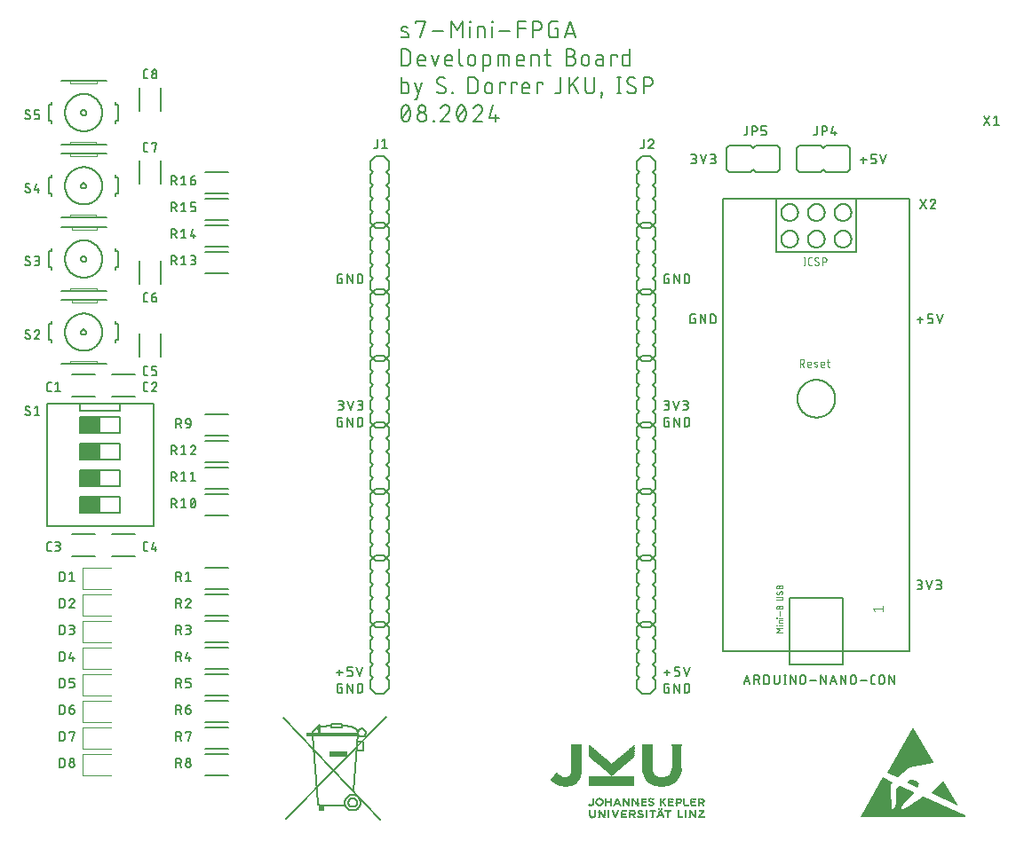
<source format=gbr>
G04 EAGLE Gerber RS-274X export*
G75*
%MOMM*%
%FSLAX34Y34*%
%LPD*%
%INSilkscreen Top*%
%IPPOS*%
%AMOC8*
5,1,8,0,0,1.08239X$1,22.5*%
G01*
G04 Define Apertures*
%ADD10C,0.152400*%
%ADD11C,0.203200*%
%ADD12R,0.050800X0.025400*%
%ADD13R,0.177800X0.025400*%
%ADD14R,0.025400X0.025400*%
%ADD15R,0.127000X0.025400*%
%ADD16R,0.330200X0.025400*%
%ADD17R,0.152400X0.025400*%
%ADD18R,0.558800X0.025400*%
%ADD19R,0.355600X0.025400*%
%ADD20R,0.508000X0.025400*%
%ADD21R,0.609600X0.025400*%
%ADD22R,0.431800X0.025400*%
%ADD23R,0.406400X0.025400*%
%ADD24R,0.482600X0.025400*%
%ADD25R,0.533400X0.025400*%
%ADD26R,0.203200X0.025400*%
%ADD27R,0.228600X0.025400*%
%ADD28R,0.457200X0.025400*%
%ADD29R,0.254000X0.025400*%
%ADD30R,0.101600X0.025400*%
%ADD31R,0.279400X0.025400*%
%ADD32R,0.584200X0.025400*%
%ADD33R,0.304800X0.025400*%
%ADD34R,0.381000X0.025400*%
%ADD35R,0.076200X0.025400*%
%ADD36R,0.711200X0.025400*%
%ADD37R,0.863600X0.025400*%
%ADD38R,1.041400X0.025400*%
%ADD39R,1.066800X0.025400*%
%ADD40R,4.318000X0.025400*%
%ADD41R,1.219200X0.025400*%
%ADD42R,1.422400X0.025400*%
%ADD43R,1.346200X0.025400*%
%ADD44R,1.574800X0.025400*%
%ADD45R,1.473200X0.025400*%
%ADD46R,1.727200X0.025400*%
%ADD47R,1.600200X0.025400*%
%ADD48R,1.828800X0.025400*%
%ADD49R,1.676400X0.025400*%
%ADD50R,1.930400X0.025400*%
%ADD51R,1.803400X0.025400*%
%ADD52R,2.032000X0.025400*%
%ADD53R,1.879600X0.025400*%
%ADD54R,2.159000X0.025400*%
%ADD55R,1.955800X0.025400*%
%ADD56R,2.209800X0.025400*%
%ADD57R,2.006600X0.025400*%
%ADD58R,2.286000X0.025400*%
%ADD59R,2.057400X0.025400*%
%ADD60R,2.387600X0.025400*%
%ADD61R,2.438400X0.025400*%
%ADD62R,2.489200X0.025400*%
%ADD63R,2.260600X0.025400*%
%ADD64R,2.590800X0.025400*%
%ADD65R,2.336800X0.025400*%
%ADD66R,2.616200X0.025400*%
%ADD67R,2.692400X0.025400*%
%ADD68R,2.413000X0.025400*%
%ADD69R,2.717800X0.025400*%
%ADD70R,2.463800X0.025400*%
%ADD71R,2.794000X0.025400*%
%ADD72R,2.514600X0.025400*%
%ADD73R,2.844800X0.025400*%
%ADD74R,2.565400X0.025400*%
%ADD75R,2.895600X0.025400*%
%ADD76R,2.946400X0.025400*%
%ADD77R,2.641600X0.025400*%
%ADD78R,2.971800X0.025400*%
%ADD79R,3.022600X0.025400*%
%ADD80R,3.048000X0.025400*%
%ADD81R,3.098800X0.025400*%
%ADD82R,3.124200X0.025400*%
%ADD83R,2.667000X0.025400*%
%ADD84R,3.149600X0.025400*%
%ADD85R,3.200400X0.025400*%
%ADD86R,3.225800X0.025400*%
%ADD87R,3.251200X0.025400*%
%ADD88R,3.276600X0.025400*%
%ADD89R,1.524000X0.025400*%
%ADD90R,1.498600X0.025400*%
%ADD91R,0.990600X0.025400*%
%ADD92R,1.244600X0.025400*%
%ADD93R,1.371600X0.025400*%
%ADD94R,0.838200X0.025400*%
%ADD95R,1.193800X0.025400*%
%ADD96R,1.320800X0.025400*%
%ADD97R,1.295400X0.025400*%
%ADD98R,0.787400X0.025400*%
%ADD99R,1.143000X0.025400*%
%ADD100R,1.117600X0.025400*%
%ADD101R,0.635000X0.025400*%
%ADD102R,1.092200X0.025400*%
%ADD103R,1.168400X0.025400*%
%ADD104R,1.016000X0.025400*%
%ADD105R,0.965200X0.025400*%
%ADD106R,0.660400X0.025400*%
%ADD107R,0.762000X0.025400*%
%ADD108R,0.889000X0.025400*%
%ADD109R,0.939800X0.025400*%
%ADD110R,1.549400X0.025400*%
%ADD111R,0.914400X0.025400*%
%ADD112R,1.778000X0.025400*%
%ADD113R,1.905000X0.025400*%
%ADD114R,2.082800X0.025400*%
%ADD115R,2.133600X0.025400*%
%ADD116R,2.184400X0.025400*%
%ADD117R,2.362200X0.025400*%
%ADD118R,2.540000X0.025400*%
%ADD119R,1.270000X0.025400*%
%ADD120R,0.812800X0.025400*%
%ADD121R,0.736600X0.025400*%
%ADD122R,0.685800X0.025400*%
%ADD123C,0.127000*%
%ADD124C,0.120000*%
%ADD125R,1.905000X1.524000*%
%ADD126C,0.050800*%
%ADD127C,0.166400*%
%ADD128R,4.886800X0.353500*%
%ADD129R,1.684300X0.582200*%
%ADD130R,0.582300X0.561400*%
%ADD131C,0.076200*%
G36*
X900746Y27437D02*
X900746Y26108D01*
X800639Y26108D01*
X822160Y63890D01*
X831548Y59443D01*
X830005Y56872D01*
X829563Y55987D01*
X829563Y52280D01*
X830960Y33649D01*
X831614Y33649D01*
X832917Y34518D01*
X833824Y36333D01*
X834754Y39122D01*
X835221Y43327D01*
X835221Y52346D01*
X837692Y55805D01*
X839281Y55805D01*
X852190Y49590D01*
X852190Y48866D01*
X843178Y40802D01*
X841317Y38010D01*
X840405Y36188D01*
X840405Y34884D01*
X840835Y34024D01*
X841210Y33649D01*
X841994Y33649D01*
X845235Y35502D01*
X848997Y37853D01*
X852294Y40207D01*
X856543Y43039D01*
X860374Y45434D01*
X861435Y45434D01*
X900746Y27437D01*
G37*
G36*
X846932Y72843D02*
X836961Y63821D01*
X835872Y63821D01*
X826171Y68671D01*
X851013Y111666D01*
X870104Y78733D01*
X870104Y77532D01*
X847356Y73266D01*
X846932Y72843D01*
G37*
G36*
X893258Y37623D02*
X893022Y37370D01*
X869163Y48823D01*
X869163Y49533D01*
X879813Y61152D01*
X893258Y37623D01*
G37*
G36*
X856416Y55945D02*
X855338Y54328D01*
X844895Y59301D01*
X848581Y61934D01*
X849632Y61934D01*
X854414Y60500D01*
X855896Y59511D01*
X856923Y57972D01*
X856416Y55945D01*
G37*
D10*
X305317Y403705D02*
X306756Y403705D01*
X306756Y398907D01*
X303877Y398907D01*
X303791Y398909D01*
X303705Y398915D01*
X303619Y398924D01*
X303534Y398938D01*
X303450Y398955D01*
X303366Y398976D01*
X303284Y399001D01*
X303203Y399029D01*
X303123Y399061D01*
X303044Y399097D01*
X302968Y399136D01*
X302893Y399179D01*
X302820Y399224D01*
X302749Y399273D01*
X302681Y399326D01*
X302614Y399381D01*
X302551Y399439D01*
X302490Y399500D01*
X302432Y399563D01*
X302377Y399630D01*
X302324Y399698D01*
X302275Y399769D01*
X302230Y399842D01*
X302187Y399917D01*
X302148Y399993D01*
X302112Y400072D01*
X302080Y400152D01*
X302052Y400233D01*
X302027Y400315D01*
X302006Y400399D01*
X301989Y400483D01*
X301975Y400568D01*
X301966Y400654D01*
X301960Y400740D01*
X301958Y400826D01*
X301958Y405624D01*
X301960Y405710D01*
X301966Y405796D01*
X301975Y405882D01*
X301989Y405967D01*
X302006Y406051D01*
X302027Y406135D01*
X302052Y406217D01*
X302080Y406298D01*
X302112Y406378D01*
X302148Y406457D01*
X302187Y406533D01*
X302230Y406608D01*
X302275Y406681D01*
X302324Y406752D01*
X302377Y406820D01*
X302432Y406887D01*
X302490Y406950D01*
X302551Y407011D01*
X302614Y407069D01*
X302681Y407124D01*
X302749Y407176D01*
X302820Y407226D01*
X302893Y407271D01*
X302968Y407314D01*
X303044Y407353D01*
X303123Y407389D01*
X303203Y407421D01*
X303284Y407449D01*
X303366Y407474D01*
X303450Y407495D01*
X303534Y407512D01*
X303619Y407526D01*
X303705Y407535D01*
X303791Y407541D01*
X303877Y407543D01*
X306756Y407543D01*
X311712Y407543D02*
X311712Y398907D01*
X316509Y398907D02*
X311712Y407543D01*
X316509Y407543D02*
X316509Y398907D01*
X321465Y398907D02*
X321465Y407543D01*
X323864Y407543D01*
X323961Y407541D01*
X324057Y407535D01*
X324153Y407526D01*
X324249Y407512D01*
X324344Y407495D01*
X324438Y407473D01*
X324531Y407448D01*
X324624Y407420D01*
X324715Y407387D01*
X324804Y407351D01*
X324892Y407311D01*
X324979Y407268D01*
X325064Y407222D01*
X325146Y407172D01*
X325227Y407118D01*
X325305Y407062D01*
X325381Y407002D01*
X325455Y406940D01*
X325526Y406874D01*
X325594Y406806D01*
X325660Y406735D01*
X325722Y406661D01*
X325782Y406585D01*
X325838Y406507D01*
X325892Y406426D01*
X325942Y406344D01*
X325988Y406259D01*
X326031Y406172D01*
X326071Y406084D01*
X326107Y405995D01*
X326140Y405904D01*
X326168Y405811D01*
X326193Y405718D01*
X326215Y405624D01*
X326232Y405529D01*
X326246Y405433D01*
X326255Y405337D01*
X326261Y405241D01*
X326263Y405144D01*
X326263Y401306D01*
X326261Y401209D01*
X326255Y401113D01*
X326246Y401017D01*
X326232Y400921D01*
X326215Y400826D01*
X326193Y400732D01*
X326168Y400639D01*
X326140Y400546D01*
X326107Y400455D01*
X326071Y400366D01*
X326031Y400278D01*
X325988Y400191D01*
X325942Y400107D01*
X325892Y400024D01*
X325838Y399943D01*
X325782Y399865D01*
X325722Y399789D01*
X325660Y399715D01*
X325594Y399644D01*
X325526Y399576D01*
X325455Y399510D01*
X325381Y399448D01*
X325305Y399388D01*
X325227Y399332D01*
X325146Y399278D01*
X325064Y399228D01*
X324979Y399182D01*
X324892Y399139D01*
X324804Y399099D01*
X324715Y399063D01*
X324624Y399030D01*
X324531Y399002D01*
X324438Y398977D01*
X324344Y398955D01*
X324249Y398938D01*
X324153Y398924D01*
X324057Y398915D01*
X323961Y398909D01*
X323864Y398907D01*
X321465Y398907D01*
X306756Y149705D02*
X305317Y149705D01*
X306756Y149705D02*
X306756Y144907D01*
X303877Y144907D01*
X303791Y144909D01*
X303705Y144915D01*
X303619Y144924D01*
X303534Y144938D01*
X303450Y144955D01*
X303366Y144976D01*
X303284Y145001D01*
X303203Y145029D01*
X303123Y145061D01*
X303044Y145097D01*
X302968Y145136D01*
X302893Y145179D01*
X302820Y145224D01*
X302749Y145273D01*
X302681Y145326D01*
X302614Y145381D01*
X302551Y145439D01*
X302490Y145500D01*
X302432Y145563D01*
X302377Y145630D01*
X302324Y145698D01*
X302275Y145769D01*
X302230Y145842D01*
X302187Y145917D01*
X302148Y145993D01*
X302112Y146072D01*
X302080Y146152D01*
X302052Y146233D01*
X302027Y146315D01*
X302006Y146399D01*
X301989Y146483D01*
X301975Y146568D01*
X301966Y146654D01*
X301960Y146740D01*
X301958Y146826D01*
X301958Y151624D01*
X301960Y151710D01*
X301966Y151796D01*
X301975Y151882D01*
X301989Y151967D01*
X302006Y152051D01*
X302027Y152135D01*
X302052Y152217D01*
X302080Y152298D01*
X302112Y152378D01*
X302148Y152457D01*
X302187Y152533D01*
X302230Y152608D01*
X302275Y152681D01*
X302324Y152752D01*
X302377Y152820D01*
X302432Y152887D01*
X302490Y152950D01*
X302551Y153011D01*
X302614Y153069D01*
X302681Y153124D01*
X302749Y153176D01*
X302820Y153226D01*
X302893Y153271D01*
X302968Y153314D01*
X303044Y153353D01*
X303123Y153389D01*
X303203Y153421D01*
X303284Y153449D01*
X303366Y153474D01*
X303450Y153495D01*
X303534Y153512D01*
X303619Y153526D01*
X303705Y153535D01*
X303791Y153541D01*
X303877Y153543D01*
X306756Y153543D01*
X311712Y153543D02*
X311712Y144907D01*
X316509Y144907D02*
X311712Y153543D01*
X316509Y153543D02*
X316509Y144907D01*
X321465Y144907D02*
X321465Y153543D01*
X323864Y153543D01*
X323961Y153541D01*
X324057Y153535D01*
X324153Y153526D01*
X324249Y153512D01*
X324344Y153495D01*
X324438Y153473D01*
X324531Y153448D01*
X324624Y153420D01*
X324715Y153387D01*
X324804Y153351D01*
X324892Y153311D01*
X324979Y153268D01*
X325064Y153222D01*
X325146Y153172D01*
X325227Y153118D01*
X325305Y153062D01*
X325381Y153002D01*
X325455Y152940D01*
X325526Y152874D01*
X325594Y152806D01*
X325660Y152735D01*
X325722Y152661D01*
X325782Y152585D01*
X325838Y152507D01*
X325892Y152426D01*
X325942Y152344D01*
X325988Y152259D01*
X326031Y152172D01*
X326071Y152084D01*
X326107Y151995D01*
X326140Y151904D01*
X326168Y151811D01*
X326193Y151718D01*
X326215Y151624D01*
X326232Y151529D01*
X326246Y151433D01*
X326255Y151337D01*
X326261Y151241D01*
X326263Y151144D01*
X326263Y147306D01*
X326261Y147209D01*
X326255Y147113D01*
X326246Y147017D01*
X326232Y146921D01*
X326215Y146826D01*
X326193Y146732D01*
X326168Y146639D01*
X326140Y146546D01*
X326107Y146455D01*
X326071Y146366D01*
X326031Y146278D01*
X325988Y146191D01*
X325942Y146107D01*
X325892Y146024D01*
X325838Y145943D01*
X325782Y145865D01*
X325722Y145789D01*
X325660Y145715D01*
X325594Y145644D01*
X325526Y145576D01*
X325455Y145510D01*
X325381Y145448D01*
X325305Y145388D01*
X325227Y145332D01*
X325146Y145278D01*
X325064Y145228D01*
X324979Y145182D01*
X324892Y145139D01*
X324804Y145099D01*
X324715Y145063D01*
X324624Y145030D01*
X324531Y145002D01*
X324438Y144977D01*
X324344Y144955D01*
X324249Y144938D01*
X324153Y144924D01*
X324057Y144915D01*
X323961Y144909D01*
X323864Y144907D01*
X321465Y144907D01*
X305576Y414782D02*
X303177Y414782D01*
X305576Y414782D02*
X305673Y414784D01*
X305769Y414790D01*
X305865Y414799D01*
X305961Y414813D01*
X306056Y414830D01*
X306150Y414852D01*
X306243Y414877D01*
X306336Y414905D01*
X306427Y414938D01*
X306516Y414974D01*
X306604Y415014D01*
X306691Y415057D01*
X306776Y415103D01*
X306858Y415153D01*
X306939Y415207D01*
X307017Y415263D01*
X307093Y415323D01*
X307167Y415385D01*
X307238Y415451D01*
X307306Y415519D01*
X307372Y415590D01*
X307434Y415664D01*
X307494Y415740D01*
X307550Y415818D01*
X307604Y415899D01*
X307654Y415982D01*
X307700Y416066D01*
X307743Y416153D01*
X307783Y416241D01*
X307819Y416330D01*
X307852Y416421D01*
X307880Y416514D01*
X307905Y416607D01*
X307927Y416701D01*
X307944Y416796D01*
X307958Y416892D01*
X307967Y416988D01*
X307973Y417084D01*
X307975Y417181D01*
X307973Y417278D01*
X307967Y417374D01*
X307958Y417470D01*
X307944Y417566D01*
X307927Y417661D01*
X307905Y417755D01*
X307880Y417848D01*
X307852Y417941D01*
X307819Y418032D01*
X307783Y418121D01*
X307743Y418209D01*
X307700Y418296D01*
X307654Y418381D01*
X307604Y418463D01*
X307550Y418544D01*
X307494Y418622D01*
X307434Y418698D01*
X307372Y418772D01*
X307306Y418843D01*
X307238Y418911D01*
X307167Y418977D01*
X307093Y419039D01*
X307017Y419099D01*
X306939Y419155D01*
X306858Y419209D01*
X306776Y419259D01*
X306691Y419305D01*
X306604Y419348D01*
X306516Y419388D01*
X306427Y419424D01*
X306336Y419457D01*
X306243Y419485D01*
X306150Y419510D01*
X306056Y419532D01*
X305961Y419549D01*
X305865Y419563D01*
X305769Y419572D01*
X305673Y419578D01*
X305576Y419580D01*
X306056Y423418D02*
X303177Y423418D01*
X306056Y423418D02*
X306142Y423416D01*
X306228Y423410D01*
X306314Y423401D01*
X306399Y423387D01*
X306483Y423370D01*
X306567Y423349D01*
X306649Y423324D01*
X306730Y423296D01*
X306810Y423264D01*
X306889Y423228D01*
X306965Y423189D01*
X307040Y423146D01*
X307113Y423101D01*
X307184Y423052D01*
X307252Y422999D01*
X307319Y422944D01*
X307382Y422886D01*
X307443Y422825D01*
X307501Y422762D01*
X307556Y422695D01*
X307609Y422627D01*
X307658Y422556D01*
X307703Y422483D01*
X307746Y422408D01*
X307785Y422332D01*
X307821Y422253D01*
X307853Y422173D01*
X307881Y422092D01*
X307906Y422010D01*
X307927Y421926D01*
X307944Y421842D01*
X307958Y421757D01*
X307967Y421671D01*
X307973Y421585D01*
X307975Y421499D01*
X307973Y421413D01*
X307967Y421327D01*
X307958Y421241D01*
X307944Y421156D01*
X307927Y421072D01*
X307906Y420988D01*
X307881Y420906D01*
X307853Y420825D01*
X307821Y420745D01*
X307785Y420666D01*
X307746Y420590D01*
X307703Y420515D01*
X307658Y420442D01*
X307609Y420371D01*
X307556Y420303D01*
X307501Y420236D01*
X307443Y420173D01*
X307382Y420112D01*
X307319Y420054D01*
X307252Y419999D01*
X307184Y419946D01*
X307113Y419897D01*
X307040Y419852D01*
X306965Y419809D01*
X306889Y419770D01*
X306810Y419734D01*
X306730Y419702D01*
X306649Y419674D01*
X306567Y419649D01*
X306483Y419628D01*
X306399Y419611D01*
X306314Y419597D01*
X306228Y419588D01*
X306142Y419582D01*
X306056Y419580D01*
X304137Y419580D01*
X311842Y423418D02*
X314720Y414782D01*
X317599Y423418D01*
X321465Y414782D02*
X323864Y414782D01*
X323961Y414784D01*
X324057Y414790D01*
X324153Y414799D01*
X324249Y414813D01*
X324344Y414830D01*
X324438Y414852D01*
X324531Y414877D01*
X324624Y414905D01*
X324715Y414938D01*
X324804Y414974D01*
X324892Y415014D01*
X324979Y415057D01*
X325064Y415103D01*
X325146Y415153D01*
X325227Y415207D01*
X325305Y415263D01*
X325381Y415323D01*
X325455Y415385D01*
X325526Y415451D01*
X325594Y415519D01*
X325660Y415590D01*
X325722Y415664D01*
X325782Y415740D01*
X325838Y415818D01*
X325892Y415899D01*
X325942Y415982D01*
X325988Y416066D01*
X326031Y416153D01*
X326071Y416241D01*
X326107Y416330D01*
X326140Y416421D01*
X326168Y416514D01*
X326193Y416607D01*
X326215Y416701D01*
X326232Y416796D01*
X326246Y416892D01*
X326255Y416988D01*
X326261Y417084D01*
X326263Y417181D01*
X326261Y417278D01*
X326255Y417374D01*
X326246Y417470D01*
X326232Y417566D01*
X326215Y417661D01*
X326193Y417755D01*
X326168Y417848D01*
X326140Y417941D01*
X326107Y418032D01*
X326071Y418121D01*
X326031Y418209D01*
X325988Y418296D01*
X325942Y418381D01*
X325892Y418463D01*
X325838Y418544D01*
X325782Y418622D01*
X325722Y418698D01*
X325660Y418772D01*
X325594Y418843D01*
X325526Y418911D01*
X325455Y418977D01*
X325381Y419039D01*
X325305Y419099D01*
X325227Y419155D01*
X325146Y419209D01*
X325064Y419259D01*
X324979Y419305D01*
X324892Y419348D01*
X324804Y419388D01*
X324715Y419424D01*
X324624Y419457D01*
X324531Y419485D01*
X324438Y419510D01*
X324344Y419532D01*
X324249Y419549D01*
X324153Y419563D01*
X324057Y419572D01*
X323961Y419578D01*
X323864Y419580D01*
X324344Y423418D02*
X321465Y423418D01*
X324344Y423418D02*
X324430Y423416D01*
X324516Y423410D01*
X324602Y423401D01*
X324687Y423387D01*
X324771Y423370D01*
X324855Y423349D01*
X324937Y423324D01*
X325018Y423296D01*
X325098Y423264D01*
X325177Y423228D01*
X325253Y423189D01*
X325328Y423146D01*
X325401Y423101D01*
X325472Y423052D01*
X325540Y422999D01*
X325607Y422944D01*
X325670Y422886D01*
X325731Y422825D01*
X325789Y422762D01*
X325844Y422695D01*
X325897Y422627D01*
X325946Y422556D01*
X325991Y422483D01*
X326034Y422408D01*
X326073Y422332D01*
X326109Y422253D01*
X326141Y422173D01*
X326169Y422092D01*
X326194Y422010D01*
X326215Y421926D01*
X326232Y421842D01*
X326246Y421757D01*
X326255Y421671D01*
X326261Y421585D01*
X326263Y421499D01*
X326261Y421413D01*
X326255Y421327D01*
X326246Y421241D01*
X326232Y421156D01*
X326215Y421072D01*
X326194Y420988D01*
X326169Y420906D01*
X326141Y420825D01*
X326109Y420745D01*
X326073Y420666D01*
X326034Y420590D01*
X325991Y420515D01*
X325946Y420442D01*
X325897Y420371D01*
X325844Y420303D01*
X325789Y420236D01*
X325731Y420173D01*
X325670Y420112D01*
X325607Y420054D01*
X325540Y419999D01*
X325472Y419946D01*
X325401Y419897D01*
X325328Y419852D01*
X325253Y419809D01*
X325177Y419770D01*
X325098Y419734D01*
X325018Y419702D01*
X324937Y419674D01*
X324855Y419649D01*
X324771Y419628D01*
X324687Y419611D01*
X324602Y419597D01*
X324516Y419588D01*
X324430Y419582D01*
X324344Y419580D01*
X322425Y419580D01*
X854837Y500690D02*
X860594Y500690D01*
X857716Y497812D02*
X857716Y503569D01*
X865070Y497332D02*
X867949Y497332D01*
X868035Y497334D01*
X868121Y497340D01*
X868207Y497349D01*
X868292Y497363D01*
X868376Y497380D01*
X868460Y497401D01*
X868542Y497426D01*
X868623Y497454D01*
X868703Y497486D01*
X868782Y497522D01*
X868858Y497561D01*
X868933Y497604D01*
X869006Y497649D01*
X869077Y497699D01*
X869145Y497751D01*
X869212Y497806D01*
X869275Y497864D01*
X869336Y497925D01*
X869394Y497988D01*
X869449Y498055D01*
X869502Y498123D01*
X869551Y498194D01*
X869596Y498267D01*
X869639Y498342D01*
X869678Y498418D01*
X869714Y498497D01*
X869746Y498577D01*
X869774Y498658D01*
X869799Y498741D01*
X869820Y498824D01*
X869837Y498908D01*
X869851Y498993D01*
X869860Y499079D01*
X869866Y499165D01*
X869868Y499251D01*
X869868Y500211D01*
X869866Y500297D01*
X869860Y500383D01*
X869851Y500469D01*
X869837Y500554D01*
X869820Y500638D01*
X869799Y500722D01*
X869774Y500804D01*
X869746Y500885D01*
X869714Y500965D01*
X869678Y501044D01*
X869639Y501120D01*
X869596Y501195D01*
X869551Y501268D01*
X869502Y501339D01*
X869449Y501407D01*
X869394Y501474D01*
X869336Y501537D01*
X869275Y501598D01*
X869212Y501656D01*
X869145Y501711D01*
X869077Y501764D01*
X869006Y501813D01*
X868933Y501858D01*
X868858Y501901D01*
X868782Y501940D01*
X868703Y501976D01*
X868623Y502008D01*
X868542Y502036D01*
X868460Y502061D01*
X868376Y502082D01*
X868292Y502099D01*
X868207Y502113D01*
X868121Y502122D01*
X868035Y502128D01*
X867949Y502130D01*
X865070Y502130D01*
X865070Y505968D01*
X869868Y505968D01*
X873735Y505968D02*
X876613Y497332D01*
X879492Y505968D01*
D11*
X369090Y774375D02*
X364716Y776125D01*
X364629Y776162D01*
X364544Y776202D01*
X364461Y776246D01*
X364380Y776293D01*
X364301Y776343D01*
X364224Y776397D01*
X364149Y776454D01*
X364076Y776514D01*
X364007Y776577D01*
X363939Y776642D01*
X363875Y776711D01*
X363813Y776782D01*
X363755Y776855D01*
X363700Y776931D01*
X363647Y777009D01*
X363598Y777089D01*
X363553Y777171D01*
X363511Y777255D01*
X363472Y777341D01*
X363437Y777428D01*
X363405Y777517D01*
X363378Y777606D01*
X363354Y777697D01*
X363333Y777789D01*
X363317Y777882D01*
X363305Y777975D01*
X363296Y778068D01*
X363291Y778162D01*
X363290Y778256D01*
X363293Y778350D01*
X363300Y778444D01*
X363311Y778537D01*
X363325Y778630D01*
X363344Y778722D01*
X363366Y778813D01*
X363392Y778903D01*
X363422Y778992D01*
X363455Y779080D01*
X363492Y779167D01*
X363532Y779251D01*
X363576Y779334D01*
X363624Y779415D01*
X363675Y779495D01*
X363729Y779571D01*
X363786Y779646D01*
X363846Y779718D01*
X363909Y779788D01*
X363975Y779855D01*
X364043Y779919D01*
X364115Y779980D01*
X364188Y780039D01*
X364264Y780094D01*
X364342Y780146D01*
X364423Y780194D01*
X364505Y780240D01*
X364589Y780282D01*
X364675Y780320D01*
X364762Y780355D01*
X364851Y780386D01*
X364941Y780413D01*
X365032Y780437D01*
X365123Y780457D01*
X365216Y780473D01*
X365309Y780485D01*
X365403Y780494D01*
X365496Y780498D01*
X365590Y780499D01*
X365591Y780500D02*
X365830Y780494D01*
X366068Y780482D01*
X366307Y780464D01*
X366544Y780440D01*
X366782Y780411D01*
X367018Y780376D01*
X367253Y780336D01*
X367488Y780290D01*
X367721Y780238D01*
X367953Y780180D01*
X368183Y780117D01*
X368412Y780049D01*
X368639Y779975D01*
X368865Y779895D01*
X369088Y779811D01*
X369309Y779721D01*
X369528Y779625D01*
X369090Y774375D02*
X369177Y774338D01*
X369262Y774298D01*
X369345Y774254D01*
X369426Y774207D01*
X369505Y774157D01*
X369582Y774103D01*
X369657Y774046D01*
X369730Y773986D01*
X369799Y773923D01*
X369867Y773858D01*
X369931Y773789D01*
X369993Y773718D01*
X370051Y773645D01*
X370106Y773569D01*
X370159Y773491D01*
X370208Y773411D01*
X370253Y773329D01*
X370295Y773245D01*
X370334Y773159D01*
X370369Y773072D01*
X370401Y772983D01*
X370428Y772894D01*
X370452Y772803D01*
X370473Y772711D01*
X370489Y772618D01*
X370501Y772525D01*
X370510Y772432D01*
X370515Y772338D01*
X370516Y772244D01*
X370513Y772150D01*
X370506Y772056D01*
X370495Y771963D01*
X370481Y771870D01*
X370462Y771778D01*
X370440Y771687D01*
X370414Y771597D01*
X370384Y771508D01*
X370351Y771420D01*
X370314Y771333D01*
X370274Y771249D01*
X370230Y771166D01*
X370182Y771085D01*
X370131Y771005D01*
X370077Y770929D01*
X370020Y770854D01*
X369960Y770782D01*
X369897Y770712D01*
X369831Y770645D01*
X369763Y770581D01*
X369691Y770520D01*
X369618Y770461D01*
X369542Y770406D01*
X369464Y770354D01*
X369383Y770306D01*
X369301Y770260D01*
X369217Y770218D01*
X369131Y770180D01*
X369044Y770145D01*
X368955Y770114D01*
X368865Y770087D01*
X368774Y770063D01*
X368683Y770043D01*
X368590Y770027D01*
X368497Y770015D01*
X368403Y770006D01*
X368310Y770002D01*
X368216Y770001D01*
X367865Y770010D01*
X367514Y770027D01*
X367164Y770053D01*
X366815Y770087D01*
X366467Y770129D01*
X366120Y770180D01*
X365774Y770238D01*
X365429Y770305D01*
X365086Y770380D01*
X364745Y770463D01*
X364406Y770554D01*
X364070Y770653D01*
X363735Y770760D01*
X363404Y770875D01*
X377118Y783999D02*
X377118Y785749D01*
X385867Y785749D01*
X381492Y770001D01*
X392916Y776125D02*
X403415Y776125D01*
X411153Y770001D02*
X411153Y785749D01*
X416402Y777000D01*
X421651Y785749D01*
X421651Y770001D01*
X428907Y770001D02*
X428907Y780500D01*
X428469Y784874D02*
X428469Y785749D01*
X429344Y785749D01*
X429344Y784874D01*
X428469Y784874D01*
X435828Y780500D02*
X435828Y770001D01*
X435828Y780500D02*
X440203Y780500D01*
X440304Y780498D01*
X440404Y780492D01*
X440504Y780483D01*
X440604Y780469D01*
X440703Y780452D01*
X440801Y780431D01*
X440899Y780406D01*
X440995Y780378D01*
X441090Y780345D01*
X441184Y780310D01*
X441277Y780270D01*
X441368Y780227D01*
X441457Y780181D01*
X441544Y780131D01*
X441630Y780078D01*
X441713Y780022D01*
X441794Y779963D01*
X441873Y779900D01*
X441949Y779835D01*
X442023Y779766D01*
X442094Y779695D01*
X442163Y779621D01*
X442228Y779545D01*
X442291Y779466D01*
X442350Y779385D01*
X442406Y779302D01*
X442459Y779216D01*
X442509Y779129D01*
X442555Y779040D01*
X442598Y778949D01*
X442638Y778856D01*
X442673Y778762D01*
X442706Y778667D01*
X442734Y778571D01*
X442759Y778473D01*
X442780Y778375D01*
X442797Y778276D01*
X442811Y778176D01*
X442820Y778076D01*
X442826Y777976D01*
X442828Y777875D01*
X442827Y777875D02*
X442827Y770001D01*
X449748Y770001D02*
X449748Y780500D01*
X449311Y784874D02*
X449311Y785749D01*
X450186Y785749D01*
X450186Y784874D01*
X449311Y784874D01*
X456483Y776125D02*
X466982Y776125D01*
X474588Y770001D02*
X474588Y785749D01*
X481587Y785749D01*
X481587Y778750D02*
X474588Y778750D01*
X488353Y785749D02*
X488353Y770001D01*
X488353Y785749D02*
X492728Y785749D01*
X492859Y785747D01*
X492990Y785741D01*
X493120Y785731D01*
X493250Y785718D01*
X493380Y785700D01*
X493509Y785679D01*
X493637Y785653D01*
X493765Y785624D01*
X493892Y785591D01*
X494017Y785555D01*
X494142Y785514D01*
X494265Y785470D01*
X494387Y785422D01*
X494507Y785371D01*
X494626Y785316D01*
X494743Y785257D01*
X494858Y785195D01*
X494971Y785130D01*
X495083Y785061D01*
X495192Y784989D01*
X495299Y784914D01*
X495404Y784835D01*
X495506Y784754D01*
X495606Y784669D01*
X495703Y784581D01*
X495798Y784491D01*
X495890Y784398D01*
X495979Y784302D01*
X496065Y784203D01*
X496148Y784102D01*
X496228Y783999D01*
X496305Y783893D01*
X496378Y783785D01*
X496449Y783674D01*
X496516Y783562D01*
X496580Y783448D01*
X496640Y783332D01*
X496697Y783214D01*
X496750Y783094D01*
X496800Y782973D01*
X496846Y782850D01*
X496888Y782727D01*
X496926Y782602D01*
X496961Y782475D01*
X496992Y782348D01*
X497020Y782220D01*
X497043Y782092D01*
X497062Y781962D01*
X497078Y781832D01*
X497090Y781702D01*
X497098Y781571D01*
X497102Y781440D01*
X497102Y781310D01*
X497098Y781179D01*
X497090Y781048D01*
X497078Y780918D01*
X497062Y780788D01*
X497043Y780658D01*
X497020Y780530D01*
X496992Y780402D01*
X496961Y780275D01*
X496926Y780148D01*
X496888Y780023D01*
X496846Y779900D01*
X496800Y779777D01*
X496750Y779656D01*
X496697Y779536D01*
X496640Y779418D01*
X496580Y779302D01*
X496516Y779188D01*
X496449Y779076D01*
X496378Y778965D01*
X496305Y778857D01*
X496228Y778751D01*
X496148Y778648D01*
X496065Y778547D01*
X495979Y778448D01*
X495890Y778352D01*
X495798Y778259D01*
X495703Y778169D01*
X495606Y778081D01*
X495506Y777996D01*
X495404Y777915D01*
X495299Y777836D01*
X495192Y777761D01*
X495083Y777689D01*
X494971Y777620D01*
X494858Y777555D01*
X494743Y777493D01*
X494626Y777434D01*
X494507Y777379D01*
X494387Y777328D01*
X494265Y777280D01*
X494142Y777236D01*
X494017Y777195D01*
X493892Y777159D01*
X493765Y777126D01*
X493637Y777097D01*
X493509Y777071D01*
X493380Y777050D01*
X493250Y777032D01*
X493120Y777019D01*
X492990Y777009D01*
X492859Y777003D01*
X492728Y777001D01*
X492728Y777000D02*
X488353Y777000D01*
X509855Y778750D02*
X512480Y778750D01*
X512480Y770001D01*
X507230Y770001D01*
X507113Y770003D01*
X506996Y770009D01*
X506880Y770019D01*
X506763Y770032D01*
X506648Y770050D01*
X506533Y770071D01*
X506419Y770096D01*
X506305Y770125D01*
X506193Y770158D01*
X506082Y770195D01*
X505972Y770235D01*
X505864Y770279D01*
X505757Y770326D01*
X505651Y770377D01*
X505548Y770432D01*
X505446Y770490D01*
X505347Y770551D01*
X505249Y770615D01*
X505154Y770683D01*
X505061Y770754D01*
X504970Y770828D01*
X504882Y770905D01*
X504797Y770985D01*
X504714Y771068D01*
X504634Y771153D01*
X504557Y771241D01*
X504483Y771332D01*
X504412Y771425D01*
X504344Y771520D01*
X504280Y771618D01*
X504219Y771717D01*
X504161Y771819D01*
X504106Y771922D01*
X504055Y772028D01*
X504008Y772135D01*
X503964Y772243D01*
X503924Y772353D01*
X503887Y772464D01*
X503854Y772576D01*
X503825Y772690D01*
X503800Y772804D01*
X503779Y772919D01*
X503761Y773034D01*
X503748Y773151D01*
X503738Y773267D01*
X503732Y773384D01*
X503730Y773501D01*
X503731Y773501D02*
X503731Y782249D01*
X503730Y782249D02*
X503732Y782366D01*
X503738Y782483D01*
X503748Y782599D01*
X503761Y782716D01*
X503779Y782831D01*
X503800Y782946D01*
X503825Y783060D01*
X503854Y783174D01*
X503887Y783286D01*
X503924Y783397D01*
X503964Y783507D01*
X504008Y783615D01*
X504055Y783722D01*
X504106Y783828D01*
X504161Y783931D01*
X504219Y784033D01*
X504280Y784132D01*
X504344Y784230D01*
X504412Y784325D01*
X504483Y784418D01*
X504557Y784509D01*
X504634Y784597D01*
X504714Y784682D01*
X504797Y784765D01*
X504882Y784845D01*
X504970Y784922D01*
X505061Y784996D01*
X505154Y785067D01*
X505249Y785135D01*
X505347Y785199D01*
X505446Y785260D01*
X505548Y785318D01*
X505651Y785373D01*
X505757Y785424D01*
X505864Y785471D01*
X505972Y785515D01*
X506082Y785555D01*
X506193Y785592D01*
X506305Y785625D01*
X506419Y785654D01*
X506533Y785679D01*
X506648Y785700D01*
X506763Y785718D01*
X506880Y785731D01*
X506996Y785741D01*
X507113Y785747D01*
X507230Y785749D01*
X512480Y785749D01*
X524257Y785749D02*
X519008Y770001D01*
X529507Y770001D02*
X524257Y785749D01*
X528194Y773938D02*
X520320Y773938D01*
X362966Y759079D02*
X362966Y743331D01*
X362966Y759079D02*
X367340Y759079D01*
X367470Y759077D01*
X367599Y759071D01*
X367728Y759062D01*
X367857Y759048D01*
X367986Y759031D01*
X368114Y759010D01*
X368241Y758985D01*
X368367Y758957D01*
X368493Y758924D01*
X368617Y758888D01*
X368741Y758849D01*
X368863Y758805D01*
X368984Y758758D01*
X369103Y758708D01*
X369221Y758654D01*
X369337Y758596D01*
X369452Y758535D01*
X369564Y758471D01*
X369675Y758404D01*
X369784Y758333D01*
X369890Y758259D01*
X369994Y758182D01*
X370096Y758102D01*
X370195Y758018D01*
X370292Y757932D01*
X370387Y757843D01*
X370478Y757752D01*
X370567Y757657D01*
X370653Y757560D01*
X370737Y757461D01*
X370817Y757359D01*
X370894Y757255D01*
X370968Y757149D01*
X371039Y757040D01*
X371106Y756929D01*
X371170Y756817D01*
X371231Y756702D01*
X371289Y756586D01*
X371343Y756468D01*
X371393Y756349D01*
X371440Y756228D01*
X371484Y756106D01*
X371523Y755982D01*
X371559Y755858D01*
X371592Y755732D01*
X371620Y755606D01*
X371645Y755479D01*
X371666Y755351D01*
X371683Y755222D01*
X371697Y755093D01*
X371706Y754964D01*
X371712Y754835D01*
X371714Y754705D01*
X371715Y754705D02*
X371715Y747705D01*
X371714Y747705D02*
X371712Y747575D01*
X371706Y747446D01*
X371697Y747317D01*
X371683Y747188D01*
X371666Y747059D01*
X371645Y746931D01*
X371620Y746804D01*
X371592Y746678D01*
X371559Y746552D01*
X371523Y746428D01*
X371484Y746304D01*
X371440Y746182D01*
X371393Y746061D01*
X371343Y745942D01*
X371289Y745824D01*
X371231Y745708D01*
X371170Y745593D01*
X371106Y745481D01*
X371039Y745370D01*
X370968Y745261D01*
X370894Y745155D01*
X370817Y745051D01*
X370737Y744949D01*
X370653Y744850D01*
X370567Y744753D01*
X370478Y744658D01*
X370387Y744567D01*
X370292Y744478D01*
X370195Y744392D01*
X370096Y744308D01*
X369994Y744228D01*
X369890Y744151D01*
X369784Y744077D01*
X369675Y744006D01*
X369564Y743939D01*
X369452Y743875D01*
X369337Y743814D01*
X369221Y743756D01*
X369103Y743702D01*
X368984Y743652D01*
X368863Y743605D01*
X368741Y743561D01*
X368617Y743522D01*
X368493Y743486D01*
X368367Y743453D01*
X368241Y743425D01*
X368114Y743400D01*
X367986Y743379D01*
X367857Y743362D01*
X367728Y743348D01*
X367599Y743339D01*
X367470Y743333D01*
X367340Y743331D01*
X362966Y743331D01*
X381576Y743331D02*
X385950Y743331D01*
X381576Y743331D02*
X381475Y743333D01*
X381375Y743339D01*
X381275Y743348D01*
X381175Y743362D01*
X381076Y743379D01*
X380978Y743400D01*
X380880Y743425D01*
X380784Y743453D01*
X380689Y743486D01*
X380595Y743521D01*
X380502Y743561D01*
X380411Y743604D01*
X380322Y743650D01*
X380235Y743700D01*
X380149Y743753D01*
X380066Y743809D01*
X379985Y743868D01*
X379906Y743931D01*
X379830Y743996D01*
X379756Y744065D01*
X379685Y744136D01*
X379616Y744210D01*
X379551Y744286D01*
X379488Y744365D01*
X379429Y744446D01*
X379373Y744529D01*
X379320Y744615D01*
X379270Y744702D01*
X379224Y744791D01*
X379181Y744882D01*
X379141Y744975D01*
X379106Y745069D01*
X379073Y745164D01*
X379045Y745260D01*
X379020Y745358D01*
X378999Y745456D01*
X378982Y745555D01*
X378968Y745655D01*
X378959Y745755D01*
X378953Y745855D01*
X378951Y745956D01*
X378951Y750330D01*
X378953Y750448D01*
X378959Y750566D01*
X378969Y750684D01*
X378983Y750801D01*
X379001Y750918D01*
X379023Y751035D01*
X379048Y751150D01*
X379078Y751264D01*
X379112Y751378D01*
X379149Y751490D01*
X379190Y751601D01*
X379235Y751710D01*
X379283Y751818D01*
X379335Y751924D01*
X379391Y752029D01*
X379450Y752131D01*
X379512Y752231D01*
X379578Y752329D01*
X379647Y752425D01*
X379720Y752519D01*
X379795Y752610D01*
X379874Y752698D01*
X379955Y752784D01*
X380040Y752867D01*
X380127Y752947D01*
X380216Y753024D01*
X380309Y753098D01*
X380403Y753168D01*
X380500Y753236D01*
X380600Y753300D01*
X380701Y753361D01*
X380804Y753418D01*
X380910Y753472D01*
X381017Y753523D01*
X381125Y753569D01*
X381235Y753612D01*
X381347Y753651D01*
X381460Y753687D01*
X381574Y753718D01*
X381689Y753746D01*
X381804Y753770D01*
X381921Y753790D01*
X382038Y753806D01*
X382156Y753818D01*
X382274Y753826D01*
X382392Y753830D01*
X382510Y753830D01*
X382628Y753826D01*
X382746Y753818D01*
X382864Y753806D01*
X382981Y753790D01*
X383098Y753770D01*
X383213Y753746D01*
X383328Y753718D01*
X383442Y753687D01*
X383555Y753651D01*
X383667Y753612D01*
X383777Y753569D01*
X383885Y753523D01*
X383992Y753472D01*
X384098Y753418D01*
X384201Y753361D01*
X384302Y753300D01*
X384402Y753236D01*
X384499Y753168D01*
X384593Y753098D01*
X384686Y753024D01*
X384775Y752947D01*
X384862Y752867D01*
X384947Y752784D01*
X385028Y752698D01*
X385107Y752610D01*
X385182Y752519D01*
X385255Y752425D01*
X385324Y752329D01*
X385390Y752231D01*
X385452Y752131D01*
X385511Y752029D01*
X385567Y751924D01*
X385619Y751818D01*
X385667Y751710D01*
X385712Y751601D01*
X385753Y751490D01*
X385790Y751378D01*
X385824Y751264D01*
X385854Y751150D01*
X385879Y751035D01*
X385901Y750918D01*
X385919Y750801D01*
X385933Y750684D01*
X385943Y750566D01*
X385949Y750448D01*
X385951Y750330D01*
X385950Y750330D02*
X385950Y748580D01*
X378951Y748580D01*
X391977Y753830D02*
X395477Y743331D01*
X398976Y753830D01*
X407628Y743331D02*
X412002Y743331D01*
X407628Y743331D02*
X407527Y743333D01*
X407427Y743339D01*
X407327Y743348D01*
X407227Y743362D01*
X407128Y743379D01*
X407030Y743400D01*
X406932Y743425D01*
X406836Y743453D01*
X406741Y743486D01*
X406647Y743521D01*
X406554Y743561D01*
X406463Y743604D01*
X406374Y743650D01*
X406287Y743700D01*
X406201Y743753D01*
X406118Y743809D01*
X406037Y743868D01*
X405958Y743931D01*
X405882Y743996D01*
X405808Y744065D01*
X405737Y744136D01*
X405668Y744210D01*
X405603Y744286D01*
X405540Y744365D01*
X405481Y744446D01*
X405425Y744529D01*
X405372Y744615D01*
X405322Y744702D01*
X405276Y744791D01*
X405233Y744882D01*
X405193Y744975D01*
X405158Y745069D01*
X405125Y745164D01*
X405097Y745260D01*
X405072Y745358D01*
X405051Y745456D01*
X405034Y745555D01*
X405020Y745655D01*
X405011Y745755D01*
X405005Y745855D01*
X405003Y745956D01*
X405003Y750330D01*
X405005Y750448D01*
X405011Y750566D01*
X405021Y750684D01*
X405035Y750801D01*
X405053Y750918D01*
X405075Y751035D01*
X405100Y751150D01*
X405130Y751264D01*
X405164Y751378D01*
X405201Y751490D01*
X405242Y751601D01*
X405287Y751710D01*
X405335Y751818D01*
X405387Y751924D01*
X405443Y752029D01*
X405502Y752131D01*
X405564Y752231D01*
X405630Y752329D01*
X405699Y752425D01*
X405772Y752519D01*
X405847Y752610D01*
X405926Y752698D01*
X406007Y752784D01*
X406092Y752867D01*
X406179Y752947D01*
X406268Y753024D01*
X406361Y753098D01*
X406455Y753168D01*
X406552Y753236D01*
X406652Y753300D01*
X406753Y753361D01*
X406856Y753418D01*
X406962Y753472D01*
X407069Y753523D01*
X407177Y753569D01*
X407287Y753612D01*
X407399Y753651D01*
X407512Y753687D01*
X407626Y753718D01*
X407741Y753746D01*
X407856Y753770D01*
X407973Y753790D01*
X408090Y753806D01*
X408208Y753818D01*
X408326Y753826D01*
X408444Y753830D01*
X408562Y753830D01*
X408680Y753826D01*
X408798Y753818D01*
X408916Y753806D01*
X409033Y753790D01*
X409150Y753770D01*
X409265Y753746D01*
X409380Y753718D01*
X409494Y753687D01*
X409607Y753651D01*
X409719Y753612D01*
X409829Y753569D01*
X409937Y753523D01*
X410044Y753472D01*
X410150Y753418D01*
X410253Y753361D01*
X410354Y753300D01*
X410454Y753236D01*
X410551Y753168D01*
X410645Y753098D01*
X410738Y753024D01*
X410827Y752947D01*
X410914Y752867D01*
X410999Y752784D01*
X411080Y752698D01*
X411159Y752610D01*
X411234Y752519D01*
X411307Y752425D01*
X411376Y752329D01*
X411442Y752231D01*
X411504Y752131D01*
X411563Y752029D01*
X411619Y751924D01*
X411671Y751818D01*
X411719Y751710D01*
X411764Y751601D01*
X411805Y751490D01*
X411842Y751378D01*
X411876Y751264D01*
X411906Y751150D01*
X411931Y751035D01*
X411953Y750918D01*
X411971Y750801D01*
X411985Y750684D01*
X411995Y750566D01*
X412001Y750448D01*
X412003Y750330D01*
X412002Y750330D02*
X412002Y748580D01*
X405003Y748580D01*
X418729Y745956D02*
X418729Y759079D01*
X418729Y745956D02*
X418731Y745855D01*
X418737Y745755D01*
X418746Y745655D01*
X418760Y745555D01*
X418777Y745456D01*
X418798Y745358D01*
X418823Y745260D01*
X418851Y745164D01*
X418884Y745069D01*
X418919Y744975D01*
X418959Y744882D01*
X419002Y744791D01*
X419048Y744702D01*
X419098Y744615D01*
X419151Y744529D01*
X419207Y744446D01*
X419266Y744365D01*
X419329Y744286D01*
X419394Y744210D01*
X419463Y744136D01*
X419534Y744065D01*
X419608Y743996D01*
X419684Y743931D01*
X419763Y743868D01*
X419844Y743809D01*
X419927Y743753D01*
X420013Y743700D01*
X420100Y743650D01*
X420189Y743604D01*
X420280Y743561D01*
X420373Y743521D01*
X420467Y743486D01*
X420562Y743453D01*
X420658Y743425D01*
X420756Y743400D01*
X420854Y743379D01*
X420953Y743362D01*
X421053Y743348D01*
X421153Y743339D01*
X421253Y743333D01*
X421354Y743331D01*
X426887Y746831D02*
X426887Y750330D01*
X426886Y750330D02*
X426888Y750448D01*
X426894Y750566D01*
X426904Y750684D01*
X426918Y750801D01*
X426936Y750918D01*
X426958Y751035D01*
X426983Y751150D01*
X427013Y751264D01*
X427047Y751378D01*
X427084Y751490D01*
X427125Y751601D01*
X427170Y751710D01*
X427218Y751818D01*
X427270Y751924D01*
X427326Y752029D01*
X427385Y752131D01*
X427447Y752231D01*
X427513Y752329D01*
X427582Y752425D01*
X427655Y752519D01*
X427730Y752610D01*
X427809Y752698D01*
X427890Y752784D01*
X427975Y752867D01*
X428062Y752947D01*
X428151Y753024D01*
X428244Y753098D01*
X428338Y753168D01*
X428435Y753236D01*
X428535Y753300D01*
X428636Y753361D01*
X428739Y753418D01*
X428845Y753472D01*
X428952Y753523D01*
X429060Y753569D01*
X429170Y753612D01*
X429282Y753651D01*
X429395Y753687D01*
X429509Y753718D01*
X429624Y753746D01*
X429739Y753770D01*
X429856Y753790D01*
X429973Y753806D01*
X430091Y753818D01*
X430209Y753826D01*
X430327Y753830D01*
X430445Y753830D01*
X430563Y753826D01*
X430681Y753818D01*
X430799Y753806D01*
X430916Y753790D01*
X431033Y753770D01*
X431148Y753746D01*
X431263Y753718D01*
X431377Y753687D01*
X431490Y753651D01*
X431602Y753612D01*
X431712Y753569D01*
X431820Y753523D01*
X431927Y753472D01*
X432033Y753418D01*
X432136Y753361D01*
X432237Y753300D01*
X432337Y753236D01*
X432434Y753168D01*
X432528Y753098D01*
X432621Y753024D01*
X432710Y752947D01*
X432797Y752867D01*
X432882Y752784D01*
X432963Y752698D01*
X433042Y752610D01*
X433117Y752519D01*
X433190Y752425D01*
X433259Y752329D01*
X433325Y752231D01*
X433387Y752131D01*
X433446Y752029D01*
X433502Y751924D01*
X433554Y751818D01*
X433602Y751710D01*
X433647Y751601D01*
X433688Y751490D01*
X433725Y751378D01*
X433759Y751264D01*
X433789Y751150D01*
X433814Y751035D01*
X433836Y750918D01*
X433854Y750801D01*
X433868Y750684D01*
X433878Y750566D01*
X433884Y750448D01*
X433886Y750330D01*
X433886Y746831D01*
X433884Y746713D01*
X433878Y746595D01*
X433868Y746477D01*
X433854Y746360D01*
X433836Y746243D01*
X433814Y746126D01*
X433789Y746011D01*
X433759Y745897D01*
X433725Y745783D01*
X433688Y745671D01*
X433647Y745560D01*
X433602Y745451D01*
X433554Y745343D01*
X433502Y745237D01*
X433446Y745132D01*
X433387Y745030D01*
X433325Y744930D01*
X433259Y744832D01*
X433190Y744736D01*
X433117Y744642D01*
X433042Y744551D01*
X432963Y744463D01*
X432882Y744377D01*
X432797Y744294D01*
X432710Y744214D01*
X432621Y744137D01*
X432528Y744063D01*
X432434Y743993D01*
X432337Y743925D01*
X432237Y743861D01*
X432136Y743800D01*
X432033Y743743D01*
X431927Y743689D01*
X431820Y743638D01*
X431712Y743592D01*
X431602Y743549D01*
X431490Y743510D01*
X431377Y743474D01*
X431263Y743443D01*
X431148Y743415D01*
X431033Y743391D01*
X430916Y743371D01*
X430799Y743355D01*
X430681Y743343D01*
X430563Y743335D01*
X430445Y743331D01*
X430327Y743331D01*
X430209Y743335D01*
X430091Y743343D01*
X429973Y743355D01*
X429856Y743371D01*
X429739Y743391D01*
X429624Y743415D01*
X429509Y743443D01*
X429395Y743474D01*
X429282Y743510D01*
X429170Y743549D01*
X429060Y743592D01*
X428952Y743638D01*
X428845Y743689D01*
X428739Y743743D01*
X428636Y743800D01*
X428535Y743861D01*
X428435Y743925D01*
X428338Y743993D01*
X428244Y744063D01*
X428151Y744137D01*
X428062Y744214D01*
X427975Y744294D01*
X427890Y744377D01*
X427809Y744463D01*
X427730Y744551D01*
X427655Y744642D01*
X427582Y744736D01*
X427513Y744832D01*
X427447Y744930D01*
X427385Y745030D01*
X427326Y745132D01*
X427270Y745237D01*
X427218Y745343D01*
X427170Y745451D01*
X427125Y745560D01*
X427084Y745671D01*
X427047Y745783D01*
X427013Y745897D01*
X426983Y746011D01*
X426958Y746126D01*
X426936Y746243D01*
X426918Y746360D01*
X426904Y746477D01*
X426894Y746595D01*
X426888Y746713D01*
X426886Y746831D01*
X441043Y753830D02*
X441043Y738082D01*
X441043Y753830D02*
X445417Y753830D01*
X445518Y753828D01*
X445618Y753822D01*
X445718Y753813D01*
X445818Y753799D01*
X445917Y753782D01*
X446015Y753761D01*
X446113Y753736D01*
X446209Y753708D01*
X446304Y753675D01*
X446398Y753640D01*
X446491Y753600D01*
X446582Y753557D01*
X446671Y753511D01*
X446758Y753461D01*
X446844Y753408D01*
X446927Y753352D01*
X447008Y753293D01*
X447087Y753230D01*
X447163Y753165D01*
X447237Y753096D01*
X447308Y753025D01*
X447377Y752951D01*
X447442Y752875D01*
X447505Y752796D01*
X447564Y752715D01*
X447620Y752632D01*
X447673Y752546D01*
X447723Y752459D01*
X447769Y752370D01*
X447812Y752279D01*
X447852Y752186D01*
X447887Y752092D01*
X447920Y751997D01*
X447948Y751901D01*
X447973Y751803D01*
X447994Y751705D01*
X448011Y751606D01*
X448025Y751506D01*
X448034Y751406D01*
X448040Y751306D01*
X448042Y751205D01*
X448042Y745956D01*
X448040Y745855D01*
X448034Y745755D01*
X448025Y745655D01*
X448011Y745555D01*
X447994Y745456D01*
X447973Y745358D01*
X447948Y745260D01*
X447920Y745164D01*
X447887Y745069D01*
X447852Y744975D01*
X447812Y744882D01*
X447769Y744791D01*
X447723Y744702D01*
X447673Y744615D01*
X447620Y744529D01*
X447564Y744446D01*
X447505Y744365D01*
X447442Y744286D01*
X447377Y744210D01*
X447308Y744136D01*
X447237Y744065D01*
X447163Y743996D01*
X447087Y743931D01*
X447008Y743868D01*
X446927Y743809D01*
X446844Y743753D01*
X446758Y743700D01*
X446671Y743650D01*
X446582Y743604D01*
X446491Y743561D01*
X446398Y743521D01*
X446304Y743486D01*
X446209Y743453D01*
X446113Y743425D01*
X446015Y743400D01*
X445917Y743379D01*
X445818Y743362D01*
X445718Y743348D01*
X445618Y743339D01*
X445518Y743333D01*
X445417Y743331D01*
X441043Y743331D01*
X455357Y743331D02*
X455357Y753830D01*
X463231Y753830D01*
X463332Y753828D01*
X463432Y753822D01*
X463532Y753813D01*
X463632Y753799D01*
X463731Y753782D01*
X463829Y753761D01*
X463927Y753736D01*
X464023Y753708D01*
X464118Y753675D01*
X464212Y753640D01*
X464305Y753600D01*
X464396Y753557D01*
X464485Y753511D01*
X464572Y753461D01*
X464658Y753408D01*
X464741Y753352D01*
X464822Y753293D01*
X464901Y753230D01*
X464977Y753165D01*
X465051Y753096D01*
X465122Y753025D01*
X465191Y752951D01*
X465256Y752875D01*
X465319Y752796D01*
X465378Y752715D01*
X465434Y752632D01*
X465487Y752546D01*
X465537Y752459D01*
X465583Y752370D01*
X465626Y752279D01*
X465666Y752186D01*
X465701Y752092D01*
X465734Y751997D01*
X465762Y751901D01*
X465787Y751803D01*
X465808Y751705D01*
X465825Y751606D01*
X465839Y751506D01*
X465848Y751406D01*
X465854Y751306D01*
X465856Y751205D01*
X465856Y743331D01*
X460607Y743331D02*
X460607Y753830D01*
X475884Y743331D02*
X480258Y743331D01*
X475884Y743331D02*
X475783Y743333D01*
X475683Y743339D01*
X475583Y743348D01*
X475483Y743362D01*
X475384Y743379D01*
X475286Y743400D01*
X475188Y743425D01*
X475092Y743453D01*
X474997Y743486D01*
X474903Y743521D01*
X474810Y743561D01*
X474719Y743604D01*
X474630Y743650D01*
X474543Y743700D01*
X474457Y743753D01*
X474374Y743809D01*
X474293Y743868D01*
X474214Y743931D01*
X474138Y743996D01*
X474064Y744065D01*
X473993Y744136D01*
X473924Y744210D01*
X473859Y744286D01*
X473796Y744365D01*
X473737Y744446D01*
X473681Y744529D01*
X473628Y744615D01*
X473578Y744702D01*
X473532Y744791D01*
X473489Y744882D01*
X473449Y744975D01*
X473414Y745069D01*
X473381Y745164D01*
X473353Y745260D01*
X473328Y745358D01*
X473307Y745456D01*
X473290Y745555D01*
X473276Y745655D01*
X473267Y745755D01*
X473261Y745855D01*
X473259Y745956D01*
X473259Y750330D01*
X473261Y750448D01*
X473267Y750566D01*
X473277Y750684D01*
X473291Y750801D01*
X473309Y750918D01*
X473331Y751035D01*
X473356Y751150D01*
X473386Y751264D01*
X473420Y751378D01*
X473457Y751490D01*
X473498Y751601D01*
X473543Y751710D01*
X473591Y751818D01*
X473643Y751924D01*
X473699Y752029D01*
X473758Y752131D01*
X473820Y752231D01*
X473886Y752329D01*
X473955Y752425D01*
X474028Y752519D01*
X474103Y752610D01*
X474182Y752698D01*
X474263Y752784D01*
X474348Y752867D01*
X474435Y752947D01*
X474524Y753024D01*
X474617Y753098D01*
X474711Y753168D01*
X474808Y753236D01*
X474908Y753300D01*
X475009Y753361D01*
X475112Y753418D01*
X475218Y753472D01*
X475325Y753523D01*
X475433Y753569D01*
X475543Y753612D01*
X475655Y753651D01*
X475768Y753687D01*
X475882Y753718D01*
X475997Y753746D01*
X476112Y753770D01*
X476229Y753790D01*
X476346Y753806D01*
X476464Y753818D01*
X476582Y753826D01*
X476700Y753830D01*
X476818Y753830D01*
X476936Y753826D01*
X477054Y753818D01*
X477172Y753806D01*
X477289Y753790D01*
X477406Y753770D01*
X477521Y753746D01*
X477636Y753718D01*
X477750Y753687D01*
X477863Y753651D01*
X477975Y753612D01*
X478085Y753569D01*
X478193Y753523D01*
X478300Y753472D01*
X478406Y753418D01*
X478509Y753361D01*
X478610Y753300D01*
X478710Y753236D01*
X478807Y753168D01*
X478901Y753098D01*
X478994Y753024D01*
X479083Y752947D01*
X479170Y752867D01*
X479255Y752784D01*
X479336Y752698D01*
X479415Y752610D01*
X479490Y752519D01*
X479563Y752425D01*
X479632Y752329D01*
X479698Y752231D01*
X479760Y752131D01*
X479819Y752029D01*
X479875Y751924D01*
X479927Y751818D01*
X479975Y751710D01*
X480020Y751601D01*
X480061Y751490D01*
X480098Y751378D01*
X480132Y751264D01*
X480162Y751150D01*
X480187Y751035D01*
X480209Y750918D01*
X480227Y750801D01*
X480241Y750684D01*
X480251Y750566D01*
X480257Y750448D01*
X480259Y750330D01*
X480258Y750330D02*
X480258Y748580D01*
X473259Y748580D01*
X487327Y743331D02*
X487327Y753830D01*
X491702Y753830D01*
X491803Y753828D01*
X491903Y753822D01*
X492003Y753813D01*
X492103Y753799D01*
X492202Y753782D01*
X492300Y753761D01*
X492398Y753736D01*
X492494Y753708D01*
X492589Y753675D01*
X492683Y753640D01*
X492776Y753600D01*
X492867Y753557D01*
X492956Y753511D01*
X493043Y753461D01*
X493129Y753408D01*
X493212Y753352D01*
X493293Y753293D01*
X493372Y753230D01*
X493448Y753165D01*
X493522Y753096D01*
X493593Y753025D01*
X493662Y752951D01*
X493727Y752875D01*
X493790Y752796D01*
X493849Y752715D01*
X493905Y752632D01*
X493958Y752546D01*
X494008Y752459D01*
X494054Y752370D01*
X494097Y752279D01*
X494137Y752186D01*
X494172Y752092D01*
X494205Y751997D01*
X494233Y751901D01*
X494258Y751803D01*
X494279Y751705D01*
X494296Y751606D01*
X494310Y751506D01*
X494319Y751406D01*
X494325Y751306D01*
X494327Y751205D01*
X494327Y743331D01*
X500046Y753830D02*
X505296Y753830D01*
X501796Y759079D02*
X501796Y745956D01*
X501798Y745855D01*
X501804Y745755D01*
X501813Y745655D01*
X501827Y745555D01*
X501844Y745456D01*
X501865Y745358D01*
X501890Y745260D01*
X501918Y745164D01*
X501951Y745069D01*
X501986Y744975D01*
X502026Y744882D01*
X502069Y744791D01*
X502115Y744702D01*
X502165Y744615D01*
X502218Y744529D01*
X502274Y744446D01*
X502333Y744365D01*
X502396Y744286D01*
X502461Y744210D01*
X502530Y744136D01*
X502601Y744065D01*
X502675Y743996D01*
X502751Y743931D01*
X502830Y743868D01*
X502911Y743809D01*
X502994Y743753D01*
X503080Y743700D01*
X503167Y743650D01*
X503256Y743604D01*
X503347Y743561D01*
X503440Y743521D01*
X503534Y743486D01*
X503629Y743453D01*
X503725Y743425D01*
X503823Y743400D01*
X503921Y743379D01*
X504020Y743362D01*
X504120Y743348D01*
X504220Y743339D01*
X504320Y743333D01*
X504421Y743331D01*
X505296Y743331D01*
X520574Y752080D02*
X524948Y752080D01*
X524948Y752079D02*
X525079Y752077D01*
X525210Y752071D01*
X525340Y752061D01*
X525470Y752048D01*
X525600Y752030D01*
X525729Y752009D01*
X525857Y751983D01*
X525985Y751954D01*
X526112Y751921D01*
X526237Y751885D01*
X526362Y751844D01*
X526485Y751800D01*
X526607Y751752D01*
X526727Y751701D01*
X526846Y751646D01*
X526963Y751587D01*
X527078Y751525D01*
X527191Y751460D01*
X527303Y751391D01*
X527412Y751319D01*
X527519Y751244D01*
X527624Y751165D01*
X527726Y751084D01*
X527826Y750999D01*
X527923Y750911D01*
X528018Y750821D01*
X528110Y750728D01*
X528199Y750632D01*
X528285Y750533D01*
X528368Y750432D01*
X528448Y750329D01*
X528525Y750223D01*
X528598Y750115D01*
X528669Y750004D01*
X528736Y749892D01*
X528800Y749778D01*
X528860Y749662D01*
X528917Y749544D01*
X528970Y749424D01*
X529020Y749303D01*
X529066Y749180D01*
X529108Y749057D01*
X529146Y748932D01*
X529181Y748805D01*
X529212Y748678D01*
X529240Y748550D01*
X529263Y748422D01*
X529282Y748292D01*
X529298Y748162D01*
X529310Y748032D01*
X529318Y747901D01*
X529322Y747770D01*
X529322Y747640D01*
X529318Y747509D01*
X529310Y747378D01*
X529298Y747248D01*
X529282Y747118D01*
X529263Y746988D01*
X529240Y746860D01*
X529212Y746732D01*
X529181Y746605D01*
X529146Y746478D01*
X529108Y746353D01*
X529066Y746230D01*
X529020Y746107D01*
X528970Y745986D01*
X528917Y745866D01*
X528860Y745748D01*
X528800Y745632D01*
X528736Y745518D01*
X528669Y745406D01*
X528598Y745295D01*
X528525Y745187D01*
X528448Y745081D01*
X528368Y744978D01*
X528285Y744877D01*
X528199Y744778D01*
X528110Y744682D01*
X528018Y744589D01*
X527923Y744499D01*
X527826Y744411D01*
X527726Y744326D01*
X527624Y744245D01*
X527519Y744166D01*
X527412Y744091D01*
X527303Y744019D01*
X527191Y743950D01*
X527078Y743885D01*
X526963Y743823D01*
X526846Y743764D01*
X526727Y743709D01*
X526607Y743658D01*
X526485Y743610D01*
X526362Y743566D01*
X526237Y743525D01*
X526112Y743489D01*
X525985Y743456D01*
X525857Y743427D01*
X525729Y743401D01*
X525600Y743380D01*
X525470Y743362D01*
X525340Y743349D01*
X525210Y743339D01*
X525079Y743333D01*
X524948Y743331D01*
X520574Y743331D01*
X520574Y759079D01*
X524948Y759079D01*
X525066Y759077D01*
X525184Y759071D01*
X525302Y759061D01*
X525419Y759047D01*
X525536Y759029D01*
X525653Y759007D01*
X525768Y758982D01*
X525882Y758952D01*
X525996Y758918D01*
X526108Y758881D01*
X526219Y758840D01*
X526328Y758795D01*
X526436Y758747D01*
X526542Y758695D01*
X526647Y758639D01*
X526749Y758580D01*
X526849Y758518D01*
X526947Y758452D01*
X527043Y758383D01*
X527137Y758310D01*
X527228Y758235D01*
X527316Y758156D01*
X527402Y758075D01*
X527485Y757990D01*
X527565Y757903D01*
X527642Y757814D01*
X527716Y757721D01*
X527786Y757627D01*
X527854Y757530D01*
X527918Y757430D01*
X527979Y757329D01*
X528036Y757226D01*
X528090Y757120D01*
X528141Y757013D01*
X528187Y756905D01*
X528230Y756795D01*
X528269Y756683D01*
X528305Y756570D01*
X528336Y756456D01*
X528364Y756341D01*
X528388Y756226D01*
X528408Y756109D01*
X528424Y755992D01*
X528436Y755874D01*
X528444Y755756D01*
X528448Y755638D01*
X528448Y755520D01*
X528444Y755402D01*
X528436Y755284D01*
X528424Y755166D01*
X528408Y755049D01*
X528388Y754932D01*
X528364Y754817D01*
X528336Y754702D01*
X528305Y754588D01*
X528269Y754475D01*
X528230Y754363D01*
X528187Y754253D01*
X528141Y754145D01*
X528090Y754038D01*
X528036Y753932D01*
X527979Y753829D01*
X527918Y753728D01*
X527854Y753628D01*
X527786Y753531D01*
X527716Y753437D01*
X527642Y753344D01*
X527565Y753255D01*
X527485Y753168D01*
X527402Y753083D01*
X527316Y753002D01*
X527228Y752923D01*
X527137Y752848D01*
X527043Y752775D01*
X526947Y752706D01*
X526849Y752640D01*
X526749Y752578D01*
X526647Y752519D01*
X526542Y752463D01*
X526436Y752411D01*
X526328Y752363D01*
X526219Y752318D01*
X526108Y752277D01*
X525996Y752240D01*
X525882Y752206D01*
X525768Y752176D01*
X525653Y752151D01*
X525536Y752129D01*
X525419Y752111D01*
X525302Y752097D01*
X525184Y752087D01*
X525066Y752081D01*
X524948Y752079D01*
X535263Y750330D02*
X535263Y746831D01*
X535263Y750330D02*
X535265Y750448D01*
X535271Y750566D01*
X535281Y750684D01*
X535295Y750801D01*
X535313Y750918D01*
X535335Y751035D01*
X535360Y751150D01*
X535390Y751264D01*
X535424Y751378D01*
X535461Y751490D01*
X535502Y751601D01*
X535547Y751710D01*
X535595Y751818D01*
X535647Y751924D01*
X535703Y752029D01*
X535762Y752131D01*
X535824Y752231D01*
X535890Y752329D01*
X535959Y752425D01*
X536032Y752519D01*
X536107Y752610D01*
X536186Y752698D01*
X536267Y752784D01*
X536352Y752867D01*
X536439Y752947D01*
X536528Y753024D01*
X536621Y753098D01*
X536715Y753168D01*
X536812Y753236D01*
X536912Y753300D01*
X537013Y753361D01*
X537116Y753418D01*
X537222Y753472D01*
X537329Y753523D01*
X537437Y753569D01*
X537547Y753612D01*
X537659Y753651D01*
X537772Y753687D01*
X537886Y753718D01*
X538001Y753746D01*
X538116Y753770D01*
X538233Y753790D01*
X538350Y753806D01*
X538468Y753818D01*
X538586Y753826D01*
X538704Y753830D01*
X538822Y753830D01*
X538940Y753826D01*
X539058Y753818D01*
X539176Y753806D01*
X539293Y753790D01*
X539410Y753770D01*
X539525Y753746D01*
X539640Y753718D01*
X539754Y753687D01*
X539867Y753651D01*
X539979Y753612D01*
X540089Y753569D01*
X540197Y753523D01*
X540304Y753472D01*
X540410Y753418D01*
X540513Y753361D01*
X540614Y753300D01*
X540714Y753236D01*
X540811Y753168D01*
X540905Y753098D01*
X540998Y753024D01*
X541087Y752947D01*
X541174Y752867D01*
X541259Y752784D01*
X541340Y752698D01*
X541419Y752610D01*
X541494Y752519D01*
X541567Y752425D01*
X541636Y752329D01*
X541702Y752231D01*
X541764Y752131D01*
X541823Y752029D01*
X541879Y751924D01*
X541931Y751818D01*
X541979Y751710D01*
X542024Y751601D01*
X542065Y751490D01*
X542102Y751378D01*
X542136Y751264D01*
X542166Y751150D01*
X542191Y751035D01*
X542213Y750918D01*
X542231Y750801D01*
X542245Y750684D01*
X542255Y750566D01*
X542261Y750448D01*
X542263Y750330D01*
X542262Y750330D02*
X542262Y746831D01*
X542263Y746831D02*
X542261Y746713D01*
X542255Y746595D01*
X542245Y746477D01*
X542231Y746360D01*
X542213Y746243D01*
X542191Y746126D01*
X542166Y746011D01*
X542136Y745897D01*
X542102Y745783D01*
X542065Y745671D01*
X542024Y745560D01*
X541979Y745451D01*
X541931Y745343D01*
X541879Y745237D01*
X541823Y745132D01*
X541764Y745030D01*
X541702Y744930D01*
X541636Y744832D01*
X541567Y744736D01*
X541494Y744642D01*
X541419Y744551D01*
X541340Y744463D01*
X541259Y744377D01*
X541174Y744294D01*
X541087Y744214D01*
X540998Y744137D01*
X540905Y744063D01*
X540811Y743993D01*
X540714Y743925D01*
X540614Y743861D01*
X540513Y743800D01*
X540410Y743743D01*
X540304Y743689D01*
X540197Y743638D01*
X540089Y743592D01*
X539979Y743549D01*
X539867Y743510D01*
X539754Y743474D01*
X539640Y743443D01*
X539525Y743415D01*
X539410Y743391D01*
X539293Y743371D01*
X539176Y743355D01*
X539058Y743343D01*
X538940Y743335D01*
X538822Y743331D01*
X538704Y743331D01*
X538586Y743335D01*
X538468Y743343D01*
X538350Y743355D01*
X538233Y743371D01*
X538116Y743391D01*
X538001Y743415D01*
X537886Y743443D01*
X537772Y743474D01*
X537659Y743510D01*
X537547Y743549D01*
X537437Y743592D01*
X537329Y743638D01*
X537222Y743689D01*
X537116Y743743D01*
X537013Y743800D01*
X536912Y743861D01*
X536812Y743925D01*
X536715Y743993D01*
X536621Y744063D01*
X536528Y744137D01*
X536439Y744214D01*
X536352Y744294D01*
X536267Y744377D01*
X536186Y744463D01*
X536107Y744551D01*
X536032Y744642D01*
X535959Y744736D01*
X535890Y744832D01*
X535824Y744930D01*
X535762Y745030D01*
X535703Y745132D01*
X535647Y745237D01*
X535595Y745343D01*
X535547Y745451D01*
X535502Y745560D01*
X535461Y745671D01*
X535424Y745783D01*
X535390Y745897D01*
X535360Y746011D01*
X535335Y746126D01*
X535313Y746243D01*
X535295Y746360D01*
X535281Y746477D01*
X535271Y746595D01*
X535265Y746713D01*
X535263Y746831D01*
X551784Y749455D02*
X555721Y749455D01*
X551784Y749455D02*
X551675Y749453D01*
X551566Y749447D01*
X551457Y749437D01*
X551348Y749424D01*
X551240Y749406D01*
X551133Y749385D01*
X551027Y749360D01*
X550921Y749331D01*
X550817Y749298D01*
X550714Y749262D01*
X550612Y749222D01*
X550512Y749178D01*
X550413Y749131D01*
X550317Y749080D01*
X550222Y749026D01*
X550129Y748969D01*
X550038Y748908D01*
X549949Y748844D01*
X549863Y748777D01*
X549779Y748707D01*
X549697Y748634D01*
X549619Y748558D01*
X549543Y748480D01*
X549470Y748398D01*
X549400Y748314D01*
X549333Y748228D01*
X549269Y748139D01*
X549208Y748048D01*
X549151Y747955D01*
X549097Y747860D01*
X549046Y747764D01*
X548999Y747665D01*
X548955Y747565D01*
X548915Y747463D01*
X548879Y747360D01*
X548846Y747256D01*
X548817Y747150D01*
X548792Y747044D01*
X548771Y746937D01*
X548753Y746829D01*
X548740Y746720D01*
X548730Y746611D01*
X548724Y746502D01*
X548722Y746393D01*
X548724Y746284D01*
X548730Y746175D01*
X548740Y746066D01*
X548753Y745957D01*
X548771Y745849D01*
X548792Y745742D01*
X548817Y745636D01*
X548846Y745530D01*
X548879Y745426D01*
X548915Y745323D01*
X548955Y745221D01*
X548999Y745121D01*
X549046Y745022D01*
X549097Y744926D01*
X549151Y744831D01*
X549208Y744738D01*
X549269Y744647D01*
X549333Y744558D01*
X549400Y744472D01*
X549470Y744388D01*
X549543Y744306D01*
X549619Y744228D01*
X549697Y744152D01*
X549779Y744079D01*
X549863Y744009D01*
X549949Y743942D01*
X550038Y743878D01*
X550129Y743817D01*
X550222Y743760D01*
X550317Y743706D01*
X550413Y743655D01*
X550512Y743608D01*
X550612Y743564D01*
X550714Y743524D01*
X550817Y743488D01*
X550921Y743455D01*
X551027Y743426D01*
X551133Y743401D01*
X551240Y743380D01*
X551348Y743362D01*
X551457Y743349D01*
X551566Y743339D01*
X551675Y743333D01*
X551784Y743331D01*
X555721Y743331D01*
X555721Y751205D01*
X555722Y751205D02*
X555720Y751306D01*
X555714Y751406D01*
X555705Y751506D01*
X555691Y751606D01*
X555674Y751705D01*
X555653Y751803D01*
X555628Y751901D01*
X555600Y751997D01*
X555567Y752092D01*
X555532Y752186D01*
X555492Y752279D01*
X555449Y752370D01*
X555403Y752459D01*
X555353Y752546D01*
X555300Y752632D01*
X555244Y752715D01*
X555185Y752796D01*
X555122Y752875D01*
X555057Y752951D01*
X554988Y753025D01*
X554917Y753096D01*
X554843Y753165D01*
X554767Y753230D01*
X554688Y753293D01*
X554607Y753352D01*
X554524Y753408D01*
X554438Y753461D01*
X554351Y753511D01*
X554262Y753557D01*
X554171Y753600D01*
X554078Y753640D01*
X553984Y753675D01*
X553889Y753708D01*
X553793Y753736D01*
X553695Y753761D01*
X553597Y753782D01*
X553498Y753799D01*
X553398Y753813D01*
X553298Y753822D01*
X553198Y753828D01*
X553097Y753830D01*
X549597Y753830D01*
X563502Y753830D02*
X563502Y743331D01*
X563502Y753830D02*
X568751Y753830D01*
X568751Y752080D01*
X580731Y759079D02*
X580731Y743331D01*
X576357Y743331D01*
X576256Y743333D01*
X576156Y743339D01*
X576056Y743348D01*
X575956Y743362D01*
X575857Y743379D01*
X575759Y743400D01*
X575661Y743425D01*
X575565Y743453D01*
X575470Y743486D01*
X575376Y743521D01*
X575283Y743561D01*
X575192Y743604D01*
X575103Y743650D01*
X575016Y743700D01*
X574930Y743753D01*
X574847Y743809D01*
X574766Y743868D01*
X574687Y743931D01*
X574611Y743996D01*
X574537Y744065D01*
X574466Y744136D01*
X574397Y744210D01*
X574332Y744286D01*
X574269Y744365D01*
X574210Y744446D01*
X574154Y744529D01*
X574101Y744615D01*
X574051Y744702D01*
X574005Y744791D01*
X573962Y744882D01*
X573922Y744975D01*
X573887Y745069D01*
X573854Y745164D01*
X573826Y745260D01*
X573801Y745358D01*
X573780Y745456D01*
X573763Y745555D01*
X573749Y745655D01*
X573740Y745755D01*
X573734Y745855D01*
X573732Y745956D01*
X573732Y751205D01*
X573734Y751306D01*
X573740Y751406D01*
X573749Y751506D01*
X573763Y751606D01*
X573780Y751705D01*
X573801Y751803D01*
X573826Y751901D01*
X573854Y751997D01*
X573887Y752092D01*
X573922Y752186D01*
X573962Y752279D01*
X574005Y752370D01*
X574051Y752459D01*
X574101Y752546D01*
X574154Y752632D01*
X574210Y752715D01*
X574269Y752796D01*
X574332Y752875D01*
X574397Y752951D01*
X574466Y753025D01*
X574537Y753096D01*
X574611Y753165D01*
X574687Y753230D01*
X574766Y753293D01*
X574847Y753352D01*
X574930Y753408D01*
X575016Y753461D01*
X575103Y753511D01*
X575192Y753557D01*
X575283Y753600D01*
X575376Y753640D01*
X575470Y753676D01*
X575565Y753708D01*
X575661Y753736D01*
X575759Y753761D01*
X575857Y753782D01*
X575956Y753799D01*
X576056Y753813D01*
X576156Y753822D01*
X576256Y753828D01*
X576357Y753830D01*
X580731Y753830D01*
X362966Y732409D02*
X362966Y716661D01*
X367340Y716661D01*
X367441Y716663D01*
X367541Y716669D01*
X367641Y716678D01*
X367741Y716692D01*
X367840Y716709D01*
X367938Y716730D01*
X368036Y716755D01*
X368132Y716783D01*
X368227Y716816D01*
X368321Y716851D01*
X368414Y716891D01*
X368505Y716934D01*
X368594Y716980D01*
X368681Y717030D01*
X368767Y717083D01*
X368850Y717139D01*
X368931Y717198D01*
X369010Y717261D01*
X369086Y717326D01*
X369160Y717395D01*
X369231Y717466D01*
X369300Y717540D01*
X369365Y717616D01*
X369428Y717695D01*
X369487Y717776D01*
X369543Y717859D01*
X369596Y717945D01*
X369646Y718032D01*
X369692Y718121D01*
X369735Y718212D01*
X369775Y718305D01*
X369811Y718399D01*
X369843Y718494D01*
X369871Y718590D01*
X369896Y718688D01*
X369917Y718786D01*
X369934Y718885D01*
X369948Y718985D01*
X369957Y719085D01*
X369963Y719185D01*
X369965Y719286D01*
X369965Y724535D01*
X369963Y724636D01*
X369957Y724736D01*
X369948Y724836D01*
X369934Y724936D01*
X369917Y725035D01*
X369896Y725133D01*
X369871Y725231D01*
X369843Y725327D01*
X369810Y725422D01*
X369775Y725516D01*
X369735Y725609D01*
X369692Y725700D01*
X369646Y725789D01*
X369596Y725876D01*
X369543Y725962D01*
X369487Y726045D01*
X369428Y726126D01*
X369365Y726205D01*
X369300Y726281D01*
X369231Y726355D01*
X369160Y726426D01*
X369086Y726495D01*
X369010Y726560D01*
X368931Y726623D01*
X368850Y726682D01*
X368767Y726738D01*
X368681Y726791D01*
X368594Y726841D01*
X368505Y726887D01*
X368414Y726930D01*
X368321Y726970D01*
X368227Y727005D01*
X368132Y727038D01*
X368036Y727066D01*
X367938Y727091D01*
X367840Y727112D01*
X367741Y727129D01*
X367641Y727143D01*
X367541Y727152D01*
X367441Y727158D01*
X367340Y727160D01*
X362966Y727160D01*
X375904Y711412D02*
X377654Y711412D01*
X382903Y727160D01*
X375904Y727160D02*
X379403Y716661D01*
X402162Y716661D02*
X402279Y716663D01*
X402396Y716669D01*
X402512Y716679D01*
X402628Y716692D01*
X402744Y716710D01*
X402859Y716731D01*
X402973Y716756D01*
X403087Y716785D01*
X403199Y716818D01*
X403310Y716855D01*
X403420Y716895D01*
X403528Y716939D01*
X403635Y716986D01*
X403741Y717037D01*
X403844Y717092D01*
X403946Y717150D01*
X404045Y717211D01*
X404143Y717275D01*
X404238Y717343D01*
X404331Y717414D01*
X404422Y717488D01*
X404510Y717565D01*
X404595Y717645D01*
X404678Y717728D01*
X404758Y717813D01*
X404835Y717901D01*
X404909Y717992D01*
X404980Y718085D01*
X405048Y718180D01*
X405112Y718278D01*
X405173Y718377D01*
X405231Y718479D01*
X405286Y718582D01*
X405337Y718688D01*
X405384Y718795D01*
X405428Y718903D01*
X405468Y719013D01*
X405505Y719124D01*
X405538Y719236D01*
X405567Y719350D01*
X405592Y719464D01*
X405613Y719579D01*
X405631Y719694D01*
X405644Y719811D01*
X405654Y719927D01*
X405660Y720044D01*
X405662Y720161D01*
X402162Y716661D02*
X401985Y716663D01*
X401808Y716669D01*
X401632Y716680D01*
X401455Y716695D01*
X401280Y716714D01*
X401104Y716737D01*
X400930Y716764D01*
X400755Y716796D01*
X400582Y716832D01*
X400410Y716872D01*
X400239Y716916D01*
X400068Y716964D01*
X399899Y717016D01*
X399732Y717072D01*
X399565Y717132D01*
X399400Y717196D01*
X399237Y717264D01*
X399075Y717336D01*
X398916Y717412D01*
X398758Y717491D01*
X398602Y717575D01*
X398448Y717662D01*
X398296Y717752D01*
X398146Y717847D01*
X397999Y717945D01*
X397854Y718046D01*
X397711Y718151D01*
X397571Y718259D01*
X397434Y718370D01*
X397299Y718485D01*
X397168Y718603D01*
X397039Y718724D01*
X396913Y718848D01*
X397350Y728909D02*
X397352Y729026D01*
X397358Y729143D01*
X397368Y729259D01*
X397381Y729376D01*
X397399Y729491D01*
X397420Y729606D01*
X397445Y729720D01*
X397474Y729834D01*
X397507Y729946D01*
X397544Y730057D01*
X397584Y730167D01*
X397628Y730275D01*
X397675Y730382D01*
X397726Y730488D01*
X397781Y730591D01*
X397839Y730693D01*
X397900Y730792D01*
X397964Y730890D01*
X398032Y730985D01*
X398103Y731078D01*
X398177Y731169D01*
X398254Y731257D01*
X398334Y731342D01*
X398417Y731425D01*
X398502Y731505D01*
X398590Y731582D01*
X398681Y731656D01*
X398774Y731727D01*
X398869Y731795D01*
X398967Y731859D01*
X399066Y731920D01*
X399168Y731978D01*
X399271Y732033D01*
X399377Y732084D01*
X399484Y732131D01*
X399592Y732175D01*
X399702Y732215D01*
X399813Y732252D01*
X399925Y732285D01*
X400039Y732314D01*
X400153Y732339D01*
X400268Y732360D01*
X400383Y732378D01*
X400500Y732391D01*
X400616Y732401D01*
X400733Y732407D01*
X400850Y732409D01*
X401006Y732407D01*
X401163Y732402D01*
X401319Y732392D01*
X401475Y732379D01*
X401630Y732362D01*
X401785Y732342D01*
X401940Y732318D01*
X402094Y732290D01*
X402247Y732259D01*
X402399Y732224D01*
X402551Y732185D01*
X402701Y732142D01*
X402851Y732097D01*
X402999Y732047D01*
X403146Y731994D01*
X403292Y731938D01*
X403437Y731878D01*
X403580Y731814D01*
X403721Y731748D01*
X403861Y731678D01*
X403999Y731604D01*
X404135Y731527D01*
X404270Y731448D01*
X404402Y731364D01*
X404533Y731278D01*
X404661Y731189D01*
X404787Y731097D01*
X399100Y725847D02*
X399001Y725907D01*
X398905Y725971D01*
X398811Y726037D01*
X398719Y726106D01*
X398629Y726179D01*
X398541Y726254D01*
X398457Y726332D01*
X398374Y726413D01*
X398295Y726496D01*
X398218Y726582D01*
X398144Y726670D01*
X398072Y726761D01*
X398004Y726854D01*
X397939Y726949D01*
X397877Y727047D01*
X397818Y727146D01*
X397763Y727247D01*
X397710Y727350D01*
X397662Y727454D01*
X397616Y727560D01*
X397574Y727667D01*
X397535Y727776D01*
X397500Y727886D01*
X397469Y727997D01*
X397441Y728109D01*
X397417Y728221D01*
X397397Y728335D01*
X397380Y728449D01*
X397367Y728564D01*
X397357Y728679D01*
X397352Y728794D01*
X397350Y728909D01*
X403911Y723223D02*
X404010Y723163D01*
X404106Y723099D01*
X404200Y723033D01*
X404292Y722964D01*
X404382Y722891D01*
X404470Y722816D01*
X404554Y722738D01*
X404637Y722657D01*
X404716Y722574D01*
X404793Y722488D01*
X404867Y722400D01*
X404939Y722309D01*
X405007Y722216D01*
X405072Y722121D01*
X405134Y722023D01*
X405193Y721924D01*
X405248Y721823D01*
X405301Y721720D01*
X405350Y721616D01*
X405395Y721510D01*
X405437Y721403D01*
X405476Y721294D01*
X405511Y721184D01*
X405542Y721073D01*
X405570Y720961D01*
X405594Y720849D01*
X405614Y720735D01*
X405631Y720621D01*
X405644Y720506D01*
X405654Y720391D01*
X405659Y720276D01*
X405661Y720161D01*
X403912Y723223D02*
X399100Y725847D01*
X411270Y717536D02*
X411270Y716661D01*
X411270Y717536D02*
X412145Y717536D01*
X412145Y716661D01*
X411270Y716661D01*
X427133Y716661D02*
X427133Y732409D01*
X431507Y732409D01*
X431637Y732407D01*
X431766Y732401D01*
X431895Y732392D01*
X432024Y732378D01*
X432153Y732361D01*
X432281Y732340D01*
X432408Y732315D01*
X432534Y732287D01*
X432660Y732254D01*
X432784Y732218D01*
X432908Y732179D01*
X433030Y732135D01*
X433151Y732088D01*
X433270Y732038D01*
X433388Y731984D01*
X433504Y731926D01*
X433619Y731865D01*
X433731Y731801D01*
X433842Y731734D01*
X433951Y731663D01*
X434057Y731589D01*
X434161Y731512D01*
X434263Y731432D01*
X434362Y731348D01*
X434459Y731262D01*
X434554Y731173D01*
X434645Y731082D01*
X434734Y730987D01*
X434820Y730890D01*
X434904Y730791D01*
X434984Y730689D01*
X435061Y730585D01*
X435135Y730479D01*
X435206Y730370D01*
X435273Y730259D01*
X435337Y730147D01*
X435398Y730032D01*
X435456Y729916D01*
X435510Y729798D01*
X435560Y729679D01*
X435607Y729558D01*
X435651Y729436D01*
X435690Y729312D01*
X435726Y729188D01*
X435759Y729062D01*
X435787Y728936D01*
X435812Y728809D01*
X435833Y728681D01*
X435850Y728552D01*
X435864Y728423D01*
X435873Y728294D01*
X435879Y728165D01*
X435881Y728035D01*
X435882Y728035D02*
X435882Y721035D01*
X435881Y721035D02*
X435879Y720905D01*
X435873Y720776D01*
X435864Y720647D01*
X435850Y720518D01*
X435833Y720389D01*
X435812Y720261D01*
X435787Y720134D01*
X435759Y720008D01*
X435726Y719882D01*
X435690Y719758D01*
X435651Y719634D01*
X435607Y719512D01*
X435560Y719391D01*
X435510Y719272D01*
X435456Y719154D01*
X435398Y719038D01*
X435337Y718923D01*
X435273Y718811D01*
X435206Y718700D01*
X435135Y718591D01*
X435061Y718485D01*
X434984Y718381D01*
X434904Y718279D01*
X434820Y718180D01*
X434734Y718083D01*
X434645Y717988D01*
X434554Y717897D01*
X434459Y717808D01*
X434362Y717722D01*
X434263Y717638D01*
X434161Y717558D01*
X434057Y717481D01*
X433951Y717407D01*
X433842Y717336D01*
X433731Y717269D01*
X433619Y717205D01*
X433504Y717144D01*
X433388Y717086D01*
X433270Y717032D01*
X433151Y716982D01*
X433030Y716935D01*
X432908Y716891D01*
X432784Y716852D01*
X432660Y716816D01*
X432534Y716783D01*
X432408Y716755D01*
X432281Y716730D01*
X432153Y716709D01*
X432024Y716692D01*
X431895Y716678D01*
X431766Y716669D01*
X431637Y716663D01*
X431507Y716661D01*
X427133Y716661D01*
X443118Y720161D02*
X443118Y723660D01*
X443120Y723778D01*
X443126Y723896D01*
X443136Y724014D01*
X443150Y724131D01*
X443168Y724248D01*
X443190Y724365D01*
X443215Y724480D01*
X443245Y724594D01*
X443279Y724708D01*
X443316Y724820D01*
X443357Y724931D01*
X443402Y725040D01*
X443450Y725148D01*
X443502Y725254D01*
X443558Y725359D01*
X443617Y725461D01*
X443679Y725561D01*
X443745Y725659D01*
X443814Y725755D01*
X443887Y725849D01*
X443962Y725940D01*
X444041Y726028D01*
X444122Y726114D01*
X444207Y726197D01*
X444294Y726277D01*
X444383Y726354D01*
X444476Y726428D01*
X444570Y726498D01*
X444667Y726566D01*
X444767Y726630D01*
X444868Y726691D01*
X444971Y726748D01*
X445077Y726802D01*
X445184Y726853D01*
X445292Y726899D01*
X445402Y726942D01*
X445514Y726981D01*
X445627Y727017D01*
X445741Y727048D01*
X445856Y727076D01*
X445971Y727100D01*
X446088Y727120D01*
X446205Y727136D01*
X446323Y727148D01*
X446441Y727156D01*
X446559Y727160D01*
X446677Y727160D01*
X446795Y727156D01*
X446913Y727148D01*
X447031Y727136D01*
X447148Y727120D01*
X447265Y727100D01*
X447380Y727076D01*
X447495Y727048D01*
X447609Y727017D01*
X447722Y726981D01*
X447834Y726942D01*
X447944Y726899D01*
X448052Y726853D01*
X448159Y726802D01*
X448265Y726748D01*
X448368Y726691D01*
X448469Y726630D01*
X448569Y726566D01*
X448666Y726498D01*
X448760Y726428D01*
X448853Y726354D01*
X448942Y726277D01*
X449029Y726197D01*
X449114Y726114D01*
X449195Y726028D01*
X449274Y725940D01*
X449349Y725849D01*
X449422Y725755D01*
X449491Y725659D01*
X449557Y725561D01*
X449619Y725461D01*
X449678Y725359D01*
X449734Y725254D01*
X449786Y725148D01*
X449834Y725040D01*
X449879Y724931D01*
X449920Y724820D01*
X449957Y724708D01*
X449991Y724594D01*
X450021Y724480D01*
X450046Y724365D01*
X450068Y724248D01*
X450086Y724131D01*
X450100Y724014D01*
X450110Y723896D01*
X450116Y723778D01*
X450118Y723660D01*
X450117Y723660D02*
X450117Y720161D01*
X450118Y720161D02*
X450116Y720043D01*
X450110Y719925D01*
X450100Y719807D01*
X450086Y719690D01*
X450068Y719573D01*
X450046Y719456D01*
X450021Y719341D01*
X449991Y719227D01*
X449957Y719113D01*
X449920Y719001D01*
X449879Y718890D01*
X449834Y718781D01*
X449786Y718673D01*
X449734Y718567D01*
X449678Y718462D01*
X449619Y718360D01*
X449557Y718260D01*
X449491Y718162D01*
X449422Y718066D01*
X449349Y717972D01*
X449274Y717881D01*
X449195Y717793D01*
X449114Y717707D01*
X449029Y717624D01*
X448942Y717544D01*
X448853Y717467D01*
X448760Y717393D01*
X448666Y717323D01*
X448569Y717255D01*
X448469Y717191D01*
X448368Y717130D01*
X448265Y717073D01*
X448159Y717019D01*
X448052Y716968D01*
X447944Y716922D01*
X447834Y716879D01*
X447722Y716840D01*
X447609Y716804D01*
X447495Y716773D01*
X447380Y716745D01*
X447265Y716721D01*
X447148Y716701D01*
X447031Y716685D01*
X446913Y716673D01*
X446795Y716665D01*
X446677Y716661D01*
X446559Y716661D01*
X446441Y716665D01*
X446323Y716673D01*
X446205Y716685D01*
X446088Y716701D01*
X445971Y716721D01*
X445856Y716745D01*
X445741Y716773D01*
X445627Y716804D01*
X445514Y716840D01*
X445402Y716879D01*
X445292Y716922D01*
X445184Y716968D01*
X445077Y717019D01*
X444971Y717073D01*
X444868Y717130D01*
X444767Y717191D01*
X444667Y717255D01*
X444570Y717323D01*
X444476Y717393D01*
X444383Y717467D01*
X444294Y717544D01*
X444207Y717624D01*
X444122Y717707D01*
X444041Y717793D01*
X443962Y717881D01*
X443887Y717972D01*
X443814Y718066D01*
X443745Y718162D01*
X443679Y718260D01*
X443617Y718360D01*
X443558Y718462D01*
X443502Y718567D01*
X443450Y718673D01*
X443402Y718781D01*
X443357Y718890D01*
X443316Y719001D01*
X443279Y719113D01*
X443245Y719227D01*
X443215Y719341D01*
X443190Y719456D01*
X443168Y719573D01*
X443150Y719690D01*
X443136Y719807D01*
X443126Y719925D01*
X443120Y720043D01*
X443118Y720161D01*
X457288Y716661D02*
X457288Y727160D01*
X462538Y727160D01*
X462538Y725410D01*
X468230Y727160D02*
X468230Y716661D01*
X468230Y727160D02*
X473479Y727160D01*
X473479Y725410D01*
X481174Y716661D02*
X485548Y716661D01*
X481174Y716661D02*
X481073Y716663D01*
X480973Y716669D01*
X480873Y716678D01*
X480773Y716692D01*
X480674Y716709D01*
X480576Y716730D01*
X480478Y716755D01*
X480382Y716783D01*
X480287Y716816D01*
X480193Y716851D01*
X480100Y716891D01*
X480009Y716934D01*
X479920Y716980D01*
X479833Y717030D01*
X479747Y717083D01*
X479664Y717139D01*
X479583Y717198D01*
X479504Y717261D01*
X479428Y717326D01*
X479354Y717395D01*
X479283Y717466D01*
X479214Y717540D01*
X479149Y717616D01*
X479086Y717695D01*
X479027Y717776D01*
X478971Y717859D01*
X478918Y717945D01*
X478868Y718032D01*
X478822Y718121D01*
X478779Y718212D01*
X478739Y718305D01*
X478704Y718399D01*
X478671Y718494D01*
X478643Y718590D01*
X478618Y718688D01*
X478597Y718786D01*
X478580Y718885D01*
X478566Y718985D01*
X478557Y719085D01*
X478551Y719185D01*
X478549Y719286D01*
X478549Y723660D01*
X478548Y723660D02*
X478550Y723778D01*
X478556Y723896D01*
X478566Y724014D01*
X478580Y724131D01*
X478598Y724248D01*
X478620Y724365D01*
X478645Y724480D01*
X478675Y724594D01*
X478709Y724708D01*
X478746Y724820D01*
X478787Y724931D01*
X478832Y725040D01*
X478880Y725148D01*
X478932Y725254D01*
X478988Y725359D01*
X479047Y725461D01*
X479109Y725561D01*
X479175Y725659D01*
X479244Y725755D01*
X479317Y725849D01*
X479392Y725940D01*
X479471Y726028D01*
X479552Y726114D01*
X479637Y726197D01*
X479724Y726277D01*
X479813Y726354D01*
X479906Y726428D01*
X480000Y726498D01*
X480097Y726566D01*
X480197Y726630D01*
X480298Y726691D01*
X480401Y726748D01*
X480507Y726802D01*
X480614Y726853D01*
X480722Y726899D01*
X480832Y726942D01*
X480944Y726981D01*
X481057Y727017D01*
X481171Y727048D01*
X481286Y727076D01*
X481401Y727100D01*
X481518Y727120D01*
X481635Y727136D01*
X481753Y727148D01*
X481871Y727156D01*
X481989Y727160D01*
X482107Y727160D01*
X482225Y727156D01*
X482343Y727148D01*
X482461Y727136D01*
X482578Y727120D01*
X482695Y727100D01*
X482810Y727076D01*
X482925Y727048D01*
X483039Y727017D01*
X483152Y726981D01*
X483264Y726942D01*
X483374Y726899D01*
X483482Y726853D01*
X483589Y726802D01*
X483695Y726748D01*
X483798Y726691D01*
X483899Y726630D01*
X483999Y726566D01*
X484096Y726498D01*
X484190Y726428D01*
X484283Y726354D01*
X484372Y726277D01*
X484459Y726197D01*
X484544Y726114D01*
X484625Y726028D01*
X484704Y725940D01*
X484779Y725849D01*
X484852Y725755D01*
X484921Y725659D01*
X484987Y725561D01*
X485049Y725461D01*
X485108Y725359D01*
X485164Y725254D01*
X485216Y725148D01*
X485264Y725040D01*
X485309Y724931D01*
X485350Y724820D01*
X485387Y724708D01*
X485421Y724594D01*
X485451Y724480D01*
X485476Y724365D01*
X485498Y724248D01*
X485516Y724131D01*
X485530Y724014D01*
X485540Y723896D01*
X485546Y723778D01*
X485548Y723660D01*
X485548Y721910D01*
X478549Y721910D01*
X492719Y716661D02*
X492719Y727160D01*
X497968Y727160D01*
X497968Y725410D01*
X515145Y720161D02*
X515145Y732409D01*
X515146Y720161D02*
X515144Y720044D01*
X515138Y719927D01*
X515128Y719811D01*
X515115Y719694D01*
X515097Y719579D01*
X515076Y719464D01*
X515051Y719350D01*
X515022Y719236D01*
X514989Y719124D01*
X514952Y719013D01*
X514912Y718903D01*
X514868Y718795D01*
X514821Y718688D01*
X514770Y718582D01*
X514715Y718479D01*
X514657Y718377D01*
X514596Y718278D01*
X514532Y718180D01*
X514464Y718085D01*
X514393Y717992D01*
X514319Y717901D01*
X514242Y717813D01*
X514162Y717728D01*
X514079Y717645D01*
X513994Y717565D01*
X513906Y717488D01*
X513815Y717414D01*
X513722Y717343D01*
X513627Y717275D01*
X513529Y717211D01*
X513430Y717150D01*
X513328Y717092D01*
X513225Y717037D01*
X513119Y716986D01*
X513012Y716939D01*
X512904Y716895D01*
X512794Y716855D01*
X512683Y716818D01*
X512571Y716785D01*
X512457Y716756D01*
X512343Y716731D01*
X512228Y716710D01*
X512112Y716692D01*
X511996Y716679D01*
X511880Y716669D01*
X511763Y716663D01*
X511646Y716661D01*
X509896Y716661D01*
X523258Y716661D02*
X523258Y732409D01*
X532007Y732409D02*
X523258Y722785D01*
X526758Y726285D02*
X532007Y716661D01*
X538636Y721035D02*
X538636Y732409D01*
X538636Y721035D02*
X538638Y720904D01*
X538644Y720773D01*
X538654Y720643D01*
X538667Y720513D01*
X538685Y720383D01*
X538706Y720254D01*
X538732Y720126D01*
X538761Y719998D01*
X538794Y719871D01*
X538830Y719746D01*
X538871Y719621D01*
X538915Y719498D01*
X538963Y719376D01*
X539014Y719256D01*
X539069Y719137D01*
X539128Y719020D01*
X539190Y718905D01*
X539255Y718792D01*
X539324Y718680D01*
X539396Y718571D01*
X539471Y718464D01*
X539550Y718359D01*
X539631Y718257D01*
X539716Y718157D01*
X539804Y718060D01*
X539894Y717965D01*
X539987Y717873D01*
X540083Y717784D01*
X540182Y717698D01*
X540283Y717615D01*
X540386Y717535D01*
X540492Y717458D01*
X540600Y717385D01*
X540711Y717314D01*
X540823Y717247D01*
X540937Y717183D01*
X541053Y717123D01*
X541171Y717066D01*
X541291Y717013D01*
X541412Y716963D01*
X541535Y716917D01*
X541658Y716875D01*
X541783Y716837D01*
X541910Y716802D01*
X542037Y716771D01*
X542165Y716743D01*
X542293Y716720D01*
X542423Y716701D01*
X542553Y716685D01*
X542683Y716673D01*
X542814Y716665D01*
X542945Y716661D01*
X543075Y716661D01*
X543206Y716665D01*
X543337Y716673D01*
X543467Y716685D01*
X543597Y716701D01*
X543727Y716720D01*
X543855Y716743D01*
X543983Y716771D01*
X544110Y716802D01*
X544237Y716837D01*
X544362Y716875D01*
X544485Y716917D01*
X544608Y716963D01*
X544729Y717013D01*
X544849Y717066D01*
X544967Y717123D01*
X545083Y717183D01*
X545197Y717247D01*
X545309Y717314D01*
X545420Y717385D01*
X545528Y717458D01*
X545634Y717535D01*
X545737Y717615D01*
X545838Y717698D01*
X545937Y717784D01*
X546033Y717873D01*
X546126Y717965D01*
X546216Y718060D01*
X546304Y718157D01*
X546389Y718257D01*
X546470Y718359D01*
X546549Y718464D01*
X546624Y718571D01*
X546696Y718680D01*
X546765Y718792D01*
X546830Y718905D01*
X546892Y719020D01*
X546951Y719137D01*
X547006Y719256D01*
X547057Y719376D01*
X547105Y719498D01*
X547149Y719621D01*
X547190Y719746D01*
X547226Y719871D01*
X547259Y719998D01*
X547288Y720126D01*
X547314Y720254D01*
X547335Y720383D01*
X547353Y720513D01*
X547366Y720643D01*
X547376Y720773D01*
X547382Y720904D01*
X547384Y721035D01*
X547385Y721035D02*
X547385Y732409D01*
X553971Y716661D02*
X554846Y716661D01*
X553971Y716661D02*
X553971Y717536D01*
X554846Y717536D01*
X554846Y716661D01*
X553534Y713161D01*
X570625Y716661D02*
X570625Y732409D01*
X568876Y716661D02*
X572375Y716661D01*
X572375Y732409D02*
X568876Y732409D01*
X583484Y716661D02*
X583601Y716663D01*
X583718Y716669D01*
X583834Y716679D01*
X583950Y716692D01*
X584066Y716710D01*
X584181Y716731D01*
X584295Y716756D01*
X584409Y716785D01*
X584521Y716818D01*
X584632Y716855D01*
X584742Y716895D01*
X584850Y716939D01*
X584957Y716986D01*
X585063Y717037D01*
X585166Y717092D01*
X585268Y717150D01*
X585367Y717211D01*
X585465Y717275D01*
X585560Y717343D01*
X585653Y717414D01*
X585744Y717488D01*
X585832Y717565D01*
X585917Y717645D01*
X586000Y717728D01*
X586080Y717813D01*
X586157Y717901D01*
X586231Y717992D01*
X586302Y718085D01*
X586370Y718180D01*
X586434Y718278D01*
X586495Y718377D01*
X586553Y718479D01*
X586608Y718582D01*
X586659Y718688D01*
X586706Y718795D01*
X586750Y718903D01*
X586790Y719013D01*
X586827Y719124D01*
X586860Y719236D01*
X586889Y719350D01*
X586914Y719464D01*
X586935Y719579D01*
X586953Y719694D01*
X586966Y719811D01*
X586976Y719927D01*
X586982Y720044D01*
X586984Y720161D01*
X583484Y716661D02*
X583307Y716663D01*
X583130Y716669D01*
X582954Y716680D01*
X582777Y716695D01*
X582602Y716714D01*
X582426Y716737D01*
X582252Y716764D01*
X582077Y716796D01*
X581904Y716832D01*
X581732Y716872D01*
X581561Y716916D01*
X581390Y716964D01*
X581221Y717016D01*
X581054Y717072D01*
X580887Y717132D01*
X580722Y717196D01*
X580559Y717264D01*
X580397Y717336D01*
X580238Y717412D01*
X580080Y717491D01*
X579924Y717575D01*
X579770Y717662D01*
X579618Y717752D01*
X579468Y717847D01*
X579321Y717945D01*
X579176Y718046D01*
X579033Y718151D01*
X578893Y718259D01*
X578756Y718370D01*
X578621Y718485D01*
X578490Y718603D01*
X578361Y718724D01*
X578235Y718848D01*
X578672Y728909D02*
X578674Y729026D01*
X578680Y729143D01*
X578690Y729259D01*
X578703Y729376D01*
X578721Y729491D01*
X578742Y729606D01*
X578767Y729720D01*
X578796Y729834D01*
X578829Y729946D01*
X578866Y730057D01*
X578906Y730167D01*
X578950Y730275D01*
X578997Y730382D01*
X579048Y730488D01*
X579103Y730591D01*
X579161Y730693D01*
X579222Y730792D01*
X579286Y730890D01*
X579354Y730985D01*
X579425Y731078D01*
X579499Y731169D01*
X579576Y731257D01*
X579656Y731342D01*
X579739Y731425D01*
X579824Y731505D01*
X579912Y731582D01*
X580003Y731656D01*
X580096Y731727D01*
X580191Y731795D01*
X580289Y731859D01*
X580388Y731920D01*
X580490Y731978D01*
X580593Y732033D01*
X580699Y732084D01*
X580806Y732131D01*
X580914Y732175D01*
X581024Y732215D01*
X581135Y732252D01*
X581247Y732285D01*
X581361Y732314D01*
X581475Y732339D01*
X581590Y732360D01*
X581705Y732378D01*
X581822Y732391D01*
X581938Y732401D01*
X582055Y732407D01*
X582172Y732409D01*
X582328Y732407D01*
X582485Y732402D01*
X582641Y732392D01*
X582797Y732379D01*
X582952Y732362D01*
X583107Y732342D01*
X583262Y732318D01*
X583416Y732290D01*
X583569Y732259D01*
X583721Y732224D01*
X583873Y732185D01*
X584023Y732142D01*
X584173Y732097D01*
X584321Y732047D01*
X584468Y731994D01*
X584614Y731938D01*
X584759Y731878D01*
X584902Y731814D01*
X585043Y731748D01*
X585183Y731678D01*
X585321Y731604D01*
X585457Y731527D01*
X585592Y731448D01*
X585724Y731364D01*
X585855Y731278D01*
X585983Y731189D01*
X586109Y731097D01*
X580423Y725847D02*
X580324Y725907D01*
X580228Y725971D01*
X580134Y726037D01*
X580042Y726106D01*
X579952Y726179D01*
X579864Y726254D01*
X579780Y726332D01*
X579697Y726413D01*
X579618Y726496D01*
X579541Y726582D01*
X579467Y726670D01*
X579395Y726761D01*
X579327Y726854D01*
X579262Y726949D01*
X579200Y727047D01*
X579141Y727146D01*
X579086Y727247D01*
X579033Y727350D01*
X578985Y727454D01*
X578939Y727560D01*
X578897Y727667D01*
X578858Y727776D01*
X578823Y727886D01*
X578792Y727997D01*
X578764Y728109D01*
X578740Y728221D01*
X578720Y728335D01*
X578703Y728449D01*
X578690Y728564D01*
X578680Y728679D01*
X578675Y728794D01*
X578673Y728909D01*
X585233Y723223D02*
X585332Y723163D01*
X585428Y723099D01*
X585522Y723033D01*
X585614Y722964D01*
X585704Y722891D01*
X585792Y722816D01*
X585876Y722738D01*
X585959Y722657D01*
X586038Y722574D01*
X586115Y722488D01*
X586189Y722400D01*
X586261Y722309D01*
X586329Y722216D01*
X586394Y722121D01*
X586456Y722023D01*
X586515Y721924D01*
X586570Y721823D01*
X586623Y721720D01*
X586672Y721616D01*
X586717Y721510D01*
X586759Y721403D01*
X586798Y721294D01*
X586833Y721184D01*
X586864Y721073D01*
X586892Y720961D01*
X586916Y720849D01*
X586936Y720735D01*
X586953Y720621D01*
X586966Y720506D01*
X586976Y720391D01*
X586981Y720276D01*
X586983Y720161D01*
X585234Y723223D02*
X580422Y725847D01*
X594120Y732409D02*
X594120Y716661D01*
X594120Y732409D02*
X598494Y732409D01*
X598625Y732407D01*
X598756Y732401D01*
X598886Y732391D01*
X599016Y732378D01*
X599146Y732360D01*
X599275Y732339D01*
X599403Y732313D01*
X599531Y732284D01*
X599658Y732251D01*
X599783Y732215D01*
X599908Y732174D01*
X600031Y732130D01*
X600153Y732082D01*
X600273Y732031D01*
X600392Y731976D01*
X600509Y731917D01*
X600624Y731855D01*
X600737Y731790D01*
X600849Y731721D01*
X600958Y731649D01*
X601065Y731574D01*
X601170Y731495D01*
X601272Y731414D01*
X601372Y731329D01*
X601469Y731241D01*
X601564Y731151D01*
X601656Y731058D01*
X601745Y730962D01*
X601831Y730863D01*
X601914Y730762D01*
X601994Y730659D01*
X602071Y730553D01*
X602144Y730445D01*
X602215Y730334D01*
X602282Y730222D01*
X602346Y730108D01*
X602406Y729992D01*
X602463Y729874D01*
X602516Y729754D01*
X602566Y729633D01*
X602612Y729510D01*
X602654Y729387D01*
X602692Y729262D01*
X602727Y729135D01*
X602758Y729008D01*
X602786Y728880D01*
X602809Y728752D01*
X602828Y728622D01*
X602844Y728492D01*
X602856Y728362D01*
X602864Y728231D01*
X602868Y728100D01*
X602868Y727970D01*
X602864Y727839D01*
X602856Y727708D01*
X602844Y727578D01*
X602828Y727448D01*
X602809Y727318D01*
X602786Y727190D01*
X602758Y727062D01*
X602727Y726935D01*
X602692Y726808D01*
X602654Y726683D01*
X602612Y726560D01*
X602566Y726437D01*
X602516Y726316D01*
X602463Y726196D01*
X602406Y726078D01*
X602346Y725962D01*
X602282Y725848D01*
X602215Y725736D01*
X602144Y725625D01*
X602071Y725517D01*
X601994Y725411D01*
X601914Y725308D01*
X601831Y725207D01*
X601745Y725108D01*
X601656Y725012D01*
X601564Y724919D01*
X601469Y724829D01*
X601372Y724741D01*
X601272Y724656D01*
X601170Y724575D01*
X601065Y724496D01*
X600958Y724421D01*
X600849Y724349D01*
X600737Y724280D01*
X600624Y724215D01*
X600509Y724153D01*
X600392Y724094D01*
X600273Y724039D01*
X600153Y723988D01*
X600031Y723940D01*
X599908Y723896D01*
X599783Y723855D01*
X599658Y723819D01*
X599531Y723786D01*
X599403Y723757D01*
X599275Y723731D01*
X599146Y723710D01*
X599016Y723692D01*
X598886Y723679D01*
X598756Y723669D01*
X598625Y723663D01*
X598494Y723661D01*
X598494Y723660D02*
X594120Y723660D01*
X364278Y703552D02*
X364146Y703272D01*
X364020Y702989D01*
X363901Y702703D01*
X363789Y702414D01*
X363684Y702122D01*
X363586Y701828D01*
X363495Y701532D01*
X363411Y701234D01*
X363334Y700934D01*
X363264Y700632D01*
X363202Y700329D01*
X363147Y700024D01*
X363099Y699718D01*
X363058Y699410D01*
X363025Y699102D01*
X362999Y698794D01*
X362981Y698484D01*
X362970Y698175D01*
X362966Y697865D01*
X364278Y703552D02*
X364316Y703657D01*
X364358Y703760D01*
X364403Y703862D01*
X364451Y703963D01*
X364503Y704061D01*
X364559Y704158D01*
X364617Y704253D01*
X364679Y704346D01*
X364744Y704436D01*
X364813Y704524D01*
X364884Y704610D01*
X364958Y704694D01*
X365035Y704774D01*
X365114Y704853D01*
X365197Y704928D01*
X365282Y705000D01*
X365369Y705070D01*
X365459Y705136D01*
X365550Y705199D01*
X365644Y705259D01*
X365740Y705316D01*
X365838Y705370D01*
X365938Y705420D01*
X366039Y705466D01*
X366142Y705509D01*
X366247Y705549D01*
X366352Y705585D01*
X366459Y705617D01*
X366567Y705645D01*
X366676Y705670D01*
X366785Y705691D01*
X366895Y705708D01*
X367006Y705722D01*
X367117Y705731D01*
X367228Y705737D01*
X367340Y705739D01*
X367452Y705737D01*
X367563Y705731D01*
X367674Y705722D01*
X367785Y705708D01*
X367895Y705691D01*
X368005Y705670D01*
X368113Y705645D01*
X368221Y705617D01*
X368328Y705585D01*
X368433Y705549D01*
X368538Y705509D01*
X368641Y705466D01*
X368742Y705420D01*
X368842Y705370D01*
X368940Y705316D01*
X369036Y705259D01*
X369130Y705199D01*
X369221Y705136D01*
X369311Y705070D01*
X369398Y705000D01*
X369483Y704928D01*
X369566Y704853D01*
X369645Y704774D01*
X369722Y704694D01*
X369796Y704610D01*
X369867Y704524D01*
X369936Y704436D01*
X370001Y704346D01*
X370063Y704253D01*
X370121Y704158D01*
X370177Y704061D01*
X370229Y703963D01*
X370277Y703862D01*
X370322Y703760D01*
X370364Y703657D01*
X370402Y703552D01*
X370403Y703552D02*
X370535Y703272D01*
X370661Y702988D01*
X370780Y702702D01*
X370892Y702413D01*
X370997Y702122D01*
X371095Y701828D01*
X371186Y701532D01*
X371270Y701234D01*
X371347Y700934D01*
X371417Y700632D01*
X371479Y700328D01*
X371534Y700024D01*
X371582Y699718D01*
X371623Y699410D01*
X371656Y699102D01*
X371682Y698794D01*
X371700Y698484D01*
X371711Y698175D01*
X371715Y697865D01*
X362966Y697865D02*
X362970Y697555D01*
X362981Y697246D01*
X362999Y696936D01*
X363025Y696628D01*
X363058Y696320D01*
X363099Y696012D01*
X363147Y695706D01*
X363202Y695401D01*
X363264Y695098D01*
X363334Y694796D01*
X363411Y694496D01*
X363495Y694198D01*
X363586Y693902D01*
X363684Y693608D01*
X363789Y693316D01*
X363901Y693027D01*
X364020Y692741D01*
X364146Y692458D01*
X364278Y692178D01*
X364316Y692073D01*
X364358Y691970D01*
X364403Y691868D01*
X364451Y691767D01*
X364503Y691669D01*
X364559Y691572D01*
X364617Y691477D01*
X364679Y691384D01*
X364744Y691294D01*
X364813Y691206D01*
X364884Y691120D01*
X364958Y691036D01*
X365035Y690956D01*
X365114Y690877D01*
X365197Y690802D01*
X365282Y690730D01*
X365369Y690660D01*
X365459Y690594D01*
X365550Y690531D01*
X365644Y690471D01*
X365740Y690414D01*
X365838Y690360D01*
X365938Y690310D01*
X366039Y690264D01*
X366142Y690221D01*
X366247Y690181D01*
X366352Y690145D01*
X366459Y690113D01*
X366567Y690085D01*
X366676Y690060D01*
X366785Y690039D01*
X366895Y690022D01*
X367006Y690008D01*
X367117Y689999D01*
X367228Y689993D01*
X367340Y689991D01*
X370403Y692178D02*
X370535Y692458D01*
X370661Y692741D01*
X370780Y693027D01*
X370892Y693316D01*
X370997Y693608D01*
X371095Y693902D01*
X371186Y694198D01*
X371270Y694496D01*
X371347Y694796D01*
X371417Y695098D01*
X371479Y695401D01*
X371534Y695706D01*
X371582Y696012D01*
X371623Y696320D01*
X371656Y696628D01*
X371682Y696936D01*
X371700Y697246D01*
X371711Y697555D01*
X371715Y697865D01*
X370402Y692178D02*
X370364Y692073D01*
X370322Y691970D01*
X370277Y691868D01*
X370229Y691767D01*
X370177Y691669D01*
X370121Y691572D01*
X370063Y691477D01*
X370001Y691384D01*
X369936Y691294D01*
X369867Y691206D01*
X369796Y691120D01*
X369722Y691036D01*
X369645Y690956D01*
X369566Y690877D01*
X369483Y690802D01*
X369398Y690730D01*
X369311Y690660D01*
X369221Y690594D01*
X369130Y690531D01*
X369036Y690471D01*
X368940Y690414D01*
X368842Y690360D01*
X368742Y690310D01*
X368641Y690264D01*
X368538Y690221D01*
X368433Y690181D01*
X368328Y690145D01*
X368221Y690113D01*
X368113Y690085D01*
X368004Y690060D01*
X367895Y690039D01*
X367785Y690022D01*
X367674Y690008D01*
X367563Y689999D01*
X367452Y689993D01*
X367340Y689991D01*
X363841Y693491D02*
X370840Y702239D01*
X378598Y694365D02*
X378600Y694496D01*
X378606Y694627D01*
X378616Y694757D01*
X378629Y694887D01*
X378647Y695017D01*
X378668Y695146D01*
X378694Y695274D01*
X378723Y695402D01*
X378756Y695529D01*
X378792Y695654D01*
X378833Y695779D01*
X378877Y695902D01*
X378925Y696024D01*
X378976Y696144D01*
X379031Y696263D01*
X379090Y696380D01*
X379152Y696495D01*
X379217Y696608D01*
X379286Y696720D01*
X379358Y696829D01*
X379433Y696936D01*
X379512Y697041D01*
X379593Y697143D01*
X379678Y697243D01*
X379766Y697340D01*
X379856Y697435D01*
X379949Y697527D01*
X380045Y697616D01*
X380144Y697702D01*
X380245Y697785D01*
X380348Y697865D01*
X380454Y697942D01*
X380562Y698015D01*
X380673Y698086D01*
X380785Y698153D01*
X380899Y698217D01*
X381015Y698277D01*
X381133Y698334D01*
X381253Y698387D01*
X381374Y698437D01*
X381497Y698483D01*
X381620Y698525D01*
X381745Y698563D01*
X381872Y698598D01*
X381999Y698629D01*
X382127Y698657D01*
X382255Y698680D01*
X382385Y698699D01*
X382515Y698715D01*
X382645Y698727D01*
X382776Y698735D01*
X382907Y698739D01*
X383037Y698739D01*
X383168Y698735D01*
X383299Y698727D01*
X383429Y698715D01*
X383559Y698699D01*
X383689Y698680D01*
X383817Y698657D01*
X383945Y698629D01*
X384072Y698598D01*
X384199Y698563D01*
X384324Y698525D01*
X384447Y698483D01*
X384570Y698437D01*
X384691Y698387D01*
X384811Y698334D01*
X384929Y698277D01*
X385045Y698217D01*
X385159Y698153D01*
X385271Y698086D01*
X385382Y698015D01*
X385490Y697942D01*
X385596Y697865D01*
X385699Y697785D01*
X385800Y697702D01*
X385899Y697616D01*
X385995Y697527D01*
X386088Y697435D01*
X386178Y697340D01*
X386266Y697243D01*
X386351Y697143D01*
X386432Y697041D01*
X386511Y696936D01*
X386586Y696829D01*
X386658Y696720D01*
X386727Y696608D01*
X386792Y696495D01*
X386854Y696380D01*
X386913Y696263D01*
X386968Y696144D01*
X387019Y696024D01*
X387067Y695902D01*
X387111Y695779D01*
X387152Y695654D01*
X387188Y695529D01*
X387221Y695402D01*
X387250Y695274D01*
X387276Y695146D01*
X387297Y695017D01*
X387315Y694887D01*
X387328Y694757D01*
X387338Y694627D01*
X387344Y694496D01*
X387346Y694365D01*
X387344Y694234D01*
X387338Y694103D01*
X387328Y693973D01*
X387315Y693843D01*
X387297Y693713D01*
X387276Y693584D01*
X387250Y693456D01*
X387221Y693328D01*
X387188Y693201D01*
X387152Y693076D01*
X387111Y692951D01*
X387067Y692828D01*
X387019Y692706D01*
X386968Y692586D01*
X386913Y692467D01*
X386854Y692350D01*
X386792Y692235D01*
X386727Y692122D01*
X386658Y692010D01*
X386586Y691901D01*
X386511Y691794D01*
X386432Y691689D01*
X386351Y691587D01*
X386266Y691487D01*
X386178Y691390D01*
X386088Y691295D01*
X385995Y691203D01*
X385899Y691114D01*
X385800Y691028D01*
X385699Y690945D01*
X385596Y690865D01*
X385490Y690788D01*
X385382Y690715D01*
X385271Y690644D01*
X385159Y690577D01*
X385045Y690513D01*
X384929Y690453D01*
X384811Y690396D01*
X384691Y690343D01*
X384570Y690293D01*
X384447Y690247D01*
X384324Y690205D01*
X384199Y690167D01*
X384072Y690132D01*
X383945Y690101D01*
X383817Y690073D01*
X383689Y690050D01*
X383559Y690031D01*
X383429Y690015D01*
X383299Y690003D01*
X383168Y689995D01*
X383037Y689991D01*
X382907Y689991D01*
X382776Y689995D01*
X382645Y690003D01*
X382515Y690015D01*
X382385Y690031D01*
X382255Y690050D01*
X382127Y690073D01*
X381999Y690101D01*
X381872Y690132D01*
X381745Y690167D01*
X381620Y690205D01*
X381497Y690247D01*
X381374Y690293D01*
X381253Y690343D01*
X381133Y690396D01*
X381015Y690453D01*
X380899Y690513D01*
X380785Y690577D01*
X380673Y690644D01*
X380562Y690715D01*
X380454Y690788D01*
X380348Y690865D01*
X380245Y690945D01*
X380144Y691028D01*
X380045Y691114D01*
X379949Y691203D01*
X379856Y691295D01*
X379766Y691390D01*
X379678Y691487D01*
X379593Y691587D01*
X379512Y691689D01*
X379433Y691794D01*
X379358Y691901D01*
X379286Y692010D01*
X379217Y692122D01*
X379152Y692235D01*
X379090Y692350D01*
X379031Y692467D01*
X378976Y692586D01*
X378925Y692706D01*
X378877Y692828D01*
X378833Y692951D01*
X378792Y693076D01*
X378756Y693201D01*
X378723Y693328D01*
X378694Y693456D01*
X378668Y693584D01*
X378647Y693713D01*
X378629Y693843D01*
X378616Y693973D01*
X378606Y694103D01*
X378600Y694234D01*
X378598Y694365D01*
X379472Y702239D02*
X379474Y702357D01*
X379480Y702475D01*
X379490Y702593D01*
X379504Y702710D01*
X379522Y702827D01*
X379544Y702944D01*
X379569Y703059D01*
X379599Y703173D01*
X379633Y703287D01*
X379670Y703399D01*
X379711Y703510D01*
X379756Y703619D01*
X379804Y703727D01*
X379856Y703833D01*
X379912Y703938D01*
X379971Y704040D01*
X380033Y704140D01*
X380099Y704238D01*
X380168Y704334D01*
X380241Y704428D01*
X380316Y704519D01*
X380395Y704607D01*
X380476Y704693D01*
X380561Y704776D01*
X380648Y704856D01*
X380737Y704933D01*
X380830Y705007D01*
X380924Y705077D01*
X381021Y705145D01*
X381121Y705209D01*
X381222Y705270D01*
X381325Y705327D01*
X381431Y705381D01*
X381538Y705432D01*
X381646Y705478D01*
X381756Y705521D01*
X381868Y705560D01*
X381981Y705596D01*
X382095Y705627D01*
X382210Y705655D01*
X382325Y705679D01*
X382442Y705699D01*
X382559Y705715D01*
X382677Y705727D01*
X382795Y705735D01*
X382913Y705739D01*
X383031Y705739D01*
X383149Y705735D01*
X383267Y705727D01*
X383385Y705715D01*
X383502Y705699D01*
X383619Y705679D01*
X383734Y705655D01*
X383849Y705627D01*
X383963Y705596D01*
X384076Y705560D01*
X384188Y705521D01*
X384298Y705478D01*
X384406Y705432D01*
X384513Y705381D01*
X384619Y705327D01*
X384722Y705270D01*
X384823Y705209D01*
X384923Y705145D01*
X385020Y705077D01*
X385114Y705007D01*
X385207Y704933D01*
X385296Y704856D01*
X385383Y704776D01*
X385468Y704693D01*
X385549Y704607D01*
X385628Y704519D01*
X385703Y704428D01*
X385776Y704334D01*
X385845Y704238D01*
X385911Y704140D01*
X385973Y704040D01*
X386032Y703938D01*
X386088Y703833D01*
X386140Y703727D01*
X386188Y703619D01*
X386233Y703510D01*
X386274Y703399D01*
X386311Y703287D01*
X386345Y703173D01*
X386375Y703059D01*
X386400Y702944D01*
X386422Y702827D01*
X386440Y702710D01*
X386454Y702593D01*
X386464Y702475D01*
X386470Y702357D01*
X386472Y702239D01*
X386470Y702121D01*
X386464Y702003D01*
X386454Y701885D01*
X386440Y701768D01*
X386422Y701651D01*
X386400Y701534D01*
X386375Y701419D01*
X386345Y701305D01*
X386311Y701191D01*
X386274Y701079D01*
X386233Y700968D01*
X386188Y700859D01*
X386140Y700751D01*
X386088Y700645D01*
X386032Y700540D01*
X385973Y700438D01*
X385911Y700338D01*
X385845Y700240D01*
X385776Y700144D01*
X385703Y700050D01*
X385628Y699959D01*
X385549Y699871D01*
X385468Y699785D01*
X385383Y699702D01*
X385296Y699622D01*
X385207Y699545D01*
X385114Y699471D01*
X385020Y699401D01*
X384923Y699333D01*
X384823Y699269D01*
X384722Y699208D01*
X384619Y699151D01*
X384513Y699097D01*
X384406Y699046D01*
X384298Y699000D01*
X384188Y698957D01*
X384076Y698918D01*
X383963Y698882D01*
X383849Y698851D01*
X383734Y698823D01*
X383619Y698799D01*
X383502Y698779D01*
X383385Y698763D01*
X383267Y698751D01*
X383149Y698743D01*
X383031Y698739D01*
X382913Y698739D01*
X382795Y698743D01*
X382677Y698751D01*
X382559Y698763D01*
X382442Y698779D01*
X382325Y698799D01*
X382210Y698823D01*
X382095Y698851D01*
X381981Y698882D01*
X381868Y698918D01*
X381756Y698957D01*
X381646Y699000D01*
X381538Y699046D01*
X381431Y699097D01*
X381325Y699151D01*
X381222Y699208D01*
X381121Y699269D01*
X381021Y699333D01*
X380924Y699401D01*
X380830Y699471D01*
X380737Y699545D01*
X380648Y699622D01*
X380561Y699702D01*
X380476Y699785D01*
X380395Y699871D01*
X380316Y699959D01*
X380241Y700050D01*
X380168Y700144D01*
X380099Y700240D01*
X380033Y700338D01*
X379971Y700438D01*
X379912Y700540D01*
X379856Y700645D01*
X379804Y700751D01*
X379756Y700859D01*
X379711Y700968D01*
X379670Y701079D01*
X379633Y701191D01*
X379599Y701305D01*
X379569Y701419D01*
X379544Y701534D01*
X379522Y701651D01*
X379504Y701768D01*
X379490Y701885D01*
X379480Y702003D01*
X379474Y702121D01*
X379472Y702239D01*
X393476Y690866D02*
X393476Y689991D01*
X393476Y690866D02*
X394351Y690866D01*
X394351Y689991D01*
X393476Y689991D01*
X405293Y705739D02*
X405417Y705737D01*
X405540Y705731D01*
X405664Y705722D01*
X405786Y705708D01*
X405909Y705691D01*
X406031Y705669D01*
X406152Y705644D01*
X406272Y705615D01*
X406391Y705583D01*
X406510Y705546D01*
X406627Y705506D01*
X406742Y705463D01*
X406857Y705415D01*
X406969Y705364D01*
X407080Y705310D01*
X407190Y705252D01*
X407297Y705191D01*
X407403Y705126D01*
X407506Y705058D01*
X407607Y704987D01*
X407706Y704913D01*
X407803Y704836D01*
X407897Y704755D01*
X407988Y704672D01*
X408077Y704586D01*
X408163Y704497D01*
X408246Y704406D01*
X408327Y704312D01*
X408404Y704215D01*
X408478Y704116D01*
X408549Y704015D01*
X408617Y703912D01*
X408682Y703806D01*
X408743Y703699D01*
X408801Y703589D01*
X408855Y703478D01*
X408906Y703366D01*
X408954Y703251D01*
X408997Y703136D01*
X409037Y703019D01*
X409074Y702900D01*
X409106Y702781D01*
X409135Y702661D01*
X409160Y702540D01*
X409182Y702418D01*
X409199Y702295D01*
X409213Y702173D01*
X409222Y702049D01*
X409228Y701926D01*
X409230Y701802D01*
X405293Y705739D02*
X405152Y705737D01*
X405010Y705731D01*
X404869Y705721D01*
X404729Y705707D01*
X404589Y705690D01*
X404449Y705668D01*
X404310Y705643D01*
X404172Y705613D01*
X404034Y705580D01*
X403898Y705543D01*
X403762Y705502D01*
X403628Y705457D01*
X403496Y705409D01*
X403364Y705357D01*
X403234Y705301D01*
X403106Y705242D01*
X402979Y705179D01*
X402855Y705112D01*
X402732Y705043D01*
X402611Y704969D01*
X402492Y704893D01*
X402375Y704813D01*
X402261Y704730D01*
X402149Y704643D01*
X402040Y704554D01*
X401933Y704462D01*
X401828Y704366D01*
X401727Y704268D01*
X401628Y704167D01*
X401532Y704063D01*
X401439Y703957D01*
X401349Y703848D01*
X401262Y703736D01*
X401178Y703622D01*
X401098Y703506D01*
X401020Y703388D01*
X400946Y703267D01*
X400876Y703145D01*
X400809Y703021D01*
X400745Y702894D01*
X400685Y702766D01*
X400628Y702637D01*
X400576Y702506D01*
X400526Y702373D01*
X400481Y702239D01*
X407918Y698740D02*
X408008Y698828D01*
X408096Y698920D01*
X408181Y699014D01*
X408263Y699111D01*
X408342Y699210D01*
X408419Y699311D01*
X408492Y699415D01*
X408562Y699520D01*
X408629Y699628D01*
X408692Y699738D01*
X408752Y699850D01*
X408809Y699963D01*
X408863Y700078D01*
X408913Y700195D01*
X408959Y700313D01*
X409002Y700432D01*
X409041Y700553D01*
X409077Y700674D01*
X409109Y700797D01*
X409137Y700921D01*
X409162Y701045D01*
X409183Y701170D01*
X409200Y701296D01*
X409213Y701422D01*
X409222Y701548D01*
X409228Y701675D01*
X409230Y701802D01*
X407917Y698740D02*
X400481Y689991D01*
X409230Y689991D01*
X416112Y697865D02*
X416116Y698175D01*
X416127Y698484D01*
X416145Y698794D01*
X416171Y699102D01*
X416204Y699410D01*
X416245Y699718D01*
X416293Y700024D01*
X416348Y700329D01*
X416410Y700632D01*
X416480Y700934D01*
X416557Y701234D01*
X416641Y701532D01*
X416732Y701828D01*
X416830Y702122D01*
X416935Y702414D01*
X417047Y702703D01*
X417166Y702989D01*
X417292Y703272D01*
X417424Y703552D01*
X417425Y703552D02*
X417463Y703657D01*
X417505Y703760D01*
X417550Y703862D01*
X417598Y703963D01*
X417650Y704061D01*
X417706Y704158D01*
X417764Y704253D01*
X417826Y704346D01*
X417891Y704436D01*
X417960Y704524D01*
X418031Y704610D01*
X418105Y704694D01*
X418182Y704774D01*
X418261Y704853D01*
X418344Y704928D01*
X418429Y705000D01*
X418516Y705070D01*
X418606Y705136D01*
X418697Y705199D01*
X418791Y705259D01*
X418887Y705316D01*
X418985Y705370D01*
X419085Y705420D01*
X419186Y705466D01*
X419289Y705509D01*
X419394Y705549D01*
X419499Y705585D01*
X419606Y705617D01*
X419714Y705645D01*
X419823Y705670D01*
X419932Y705691D01*
X420042Y705708D01*
X420153Y705722D01*
X420264Y705731D01*
X420375Y705737D01*
X420487Y705739D01*
X420599Y705737D01*
X420710Y705731D01*
X420821Y705722D01*
X420932Y705708D01*
X421042Y705691D01*
X421152Y705670D01*
X421260Y705645D01*
X421368Y705617D01*
X421475Y705585D01*
X421580Y705549D01*
X421685Y705509D01*
X421788Y705466D01*
X421889Y705420D01*
X421989Y705370D01*
X422087Y705316D01*
X422183Y705259D01*
X422277Y705199D01*
X422368Y705136D01*
X422458Y705070D01*
X422545Y705000D01*
X422630Y704928D01*
X422713Y704853D01*
X422792Y704774D01*
X422869Y704694D01*
X422943Y704610D01*
X423014Y704524D01*
X423083Y704436D01*
X423148Y704346D01*
X423210Y704253D01*
X423268Y704158D01*
X423324Y704061D01*
X423376Y703963D01*
X423424Y703862D01*
X423469Y703760D01*
X423511Y703657D01*
X423549Y703552D01*
X423681Y703272D01*
X423807Y702988D01*
X423926Y702702D01*
X424038Y702413D01*
X424143Y702122D01*
X424241Y701828D01*
X424332Y701532D01*
X424416Y701234D01*
X424493Y700934D01*
X424563Y700632D01*
X424625Y700328D01*
X424680Y700024D01*
X424728Y699718D01*
X424769Y699410D01*
X424802Y699102D01*
X424828Y698794D01*
X424846Y698484D01*
X424857Y698175D01*
X424861Y697865D01*
X416112Y697865D02*
X416116Y697555D01*
X416127Y697246D01*
X416145Y696936D01*
X416171Y696628D01*
X416204Y696320D01*
X416245Y696012D01*
X416293Y695706D01*
X416348Y695401D01*
X416410Y695098D01*
X416480Y694796D01*
X416557Y694496D01*
X416641Y694198D01*
X416732Y693902D01*
X416830Y693608D01*
X416935Y693316D01*
X417047Y693027D01*
X417166Y692741D01*
X417292Y692458D01*
X417424Y692178D01*
X417425Y692178D02*
X417463Y692073D01*
X417505Y691970D01*
X417550Y691868D01*
X417598Y691767D01*
X417650Y691669D01*
X417706Y691572D01*
X417764Y691477D01*
X417826Y691384D01*
X417891Y691294D01*
X417960Y691206D01*
X418031Y691120D01*
X418105Y691036D01*
X418182Y690956D01*
X418261Y690877D01*
X418344Y690802D01*
X418429Y690730D01*
X418516Y690660D01*
X418606Y690594D01*
X418697Y690531D01*
X418791Y690471D01*
X418887Y690414D01*
X418985Y690360D01*
X419085Y690310D01*
X419186Y690264D01*
X419289Y690221D01*
X419394Y690181D01*
X419499Y690145D01*
X419606Y690113D01*
X419714Y690085D01*
X419823Y690060D01*
X419932Y690039D01*
X420042Y690022D01*
X420153Y690008D01*
X420264Y689999D01*
X420375Y689993D01*
X420487Y689991D01*
X423550Y692178D02*
X423682Y692458D01*
X423808Y692741D01*
X423927Y693027D01*
X424039Y693316D01*
X424144Y693608D01*
X424242Y693902D01*
X424333Y694198D01*
X424417Y694496D01*
X424494Y694796D01*
X424564Y695098D01*
X424626Y695401D01*
X424681Y695706D01*
X424729Y696012D01*
X424770Y696320D01*
X424803Y696628D01*
X424829Y696936D01*
X424847Y697246D01*
X424858Y697555D01*
X424862Y697865D01*
X423549Y692178D02*
X423511Y692073D01*
X423469Y691970D01*
X423424Y691868D01*
X423376Y691767D01*
X423324Y691669D01*
X423268Y691572D01*
X423210Y691477D01*
X423148Y691384D01*
X423083Y691294D01*
X423014Y691206D01*
X422943Y691120D01*
X422869Y691036D01*
X422792Y690956D01*
X422713Y690877D01*
X422630Y690802D01*
X422545Y690730D01*
X422458Y690660D01*
X422368Y690594D01*
X422277Y690531D01*
X422183Y690471D01*
X422087Y690414D01*
X421989Y690360D01*
X421889Y690310D01*
X421788Y690264D01*
X421685Y690221D01*
X421580Y690181D01*
X421475Y690145D01*
X421368Y690113D01*
X421260Y690085D01*
X421151Y690060D01*
X421042Y690039D01*
X420932Y690022D01*
X420821Y690008D01*
X420710Y689999D01*
X420599Y689993D01*
X420487Y689991D01*
X416987Y693491D02*
X423986Y702239D01*
X436555Y705739D02*
X436679Y705737D01*
X436802Y705731D01*
X436926Y705722D01*
X437048Y705708D01*
X437171Y705691D01*
X437293Y705669D01*
X437414Y705644D01*
X437534Y705615D01*
X437653Y705583D01*
X437772Y705546D01*
X437889Y705506D01*
X438004Y705463D01*
X438119Y705415D01*
X438231Y705364D01*
X438342Y705310D01*
X438452Y705252D01*
X438559Y705191D01*
X438665Y705126D01*
X438768Y705058D01*
X438869Y704987D01*
X438968Y704913D01*
X439065Y704836D01*
X439159Y704755D01*
X439250Y704672D01*
X439339Y704586D01*
X439425Y704497D01*
X439508Y704406D01*
X439589Y704312D01*
X439666Y704215D01*
X439740Y704116D01*
X439811Y704015D01*
X439879Y703912D01*
X439944Y703806D01*
X440005Y703699D01*
X440063Y703589D01*
X440117Y703478D01*
X440168Y703366D01*
X440216Y703251D01*
X440259Y703136D01*
X440299Y703019D01*
X440336Y702900D01*
X440368Y702781D01*
X440397Y702661D01*
X440422Y702540D01*
X440444Y702418D01*
X440461Y702295D01*
X440475Y702173D01*
X440484Y702049D01*
X440490Y701926D01*
X440492Y701802D01*
X436555Y705739D02*
X436414Y705737D01*
X436272Y705731D01*
X436131Y705721D01*
X435991Y705707D01*
X435851Y705690D01*
X435711Y705668D01*
X435572Y705643D01*
X435434Y705613D01*
X435296Y705580D01*
X435160Y705543D01*
X435024Y705502D01*
X434890Y705457D01*
X434758Y705409D01*
X434626Y705357D01*
X434496Y705301D01*
X434368Y705242D01*
X434241Y705179D01*
X434117Y705112D01*
X433994Y705043D01*
X433873Y704969D01*
X433754Y704893D01*
X433637Y704813D01*
X433523Y704730D01*
X433411Y704643D01*
X433302Y704554D01*
X433195Y704462D01*
X433090Y704366D01*
X432989Y704268D01*
X432890Y704167D01*
X432794Y704063D01*
X432701Y703957D01*
X432611Y703848D01*
X432524Y703736D01*
X432440Y703622D01*
X432360Y703506D01*
X432282Y703388D01*
X432208Y703267D01*
X432138Y703145D01*
X432071Y703021D01*
X432007Y702894D01*
X431947Y702766D01*
X431890Y702637D01*
X431838Y702506D01*
X431788Y702373D01*
X431743Y702239D01*
X439181Y698740D02*
X439271Y698828D01*
X439359Y698920D01*
X439444Y699014D01*
X439526Y699111D01*
X439605Y699210D01*
X439682Y699311D01*
X439755Y699415D01*
X439825Y699520D01*
X439892Y699628D01*
X439955Y699738D01*
X440015Y699850D01*
X440072Y699963D01*
X440126Y700078D01*
X440176Y700195D01*
X440222Y700313D01*
X440265Y700432D01*
X440304Y700553D01*
X440340Y700674D01*
X440372Y700797D01*
X440400Y700921D01*
X440425Y701045D01*
X440446Y701170D01*
X440463Y701296D01*
X440476Y701422D01*
X440485Y701548D01*
X440491Y701675D01*
X440493Y701802D01*
X439180Y698740D02*
X431743Y689991D01*
X440492Y689991D01*
X447375Y693491D02*
X450874Y705739D01*
X447375Y693491D02*
X456124Y693491D01*
X453499Y696990D02*
X453499Y689991D01*
D12*
X545592Y24638D03*
D13*
X545465Y24892D03*
D14*
X551307Y24892D03*
X552323Y24892D03*
X556641Y24892D03*
X560451Y24892D03*
D15*
X567309Y24892D03*
D14*
X572897Y24892D03*
X580771Y24892D03*
X581787Y24892D03*
X586613Y24892D03*
D13*
X591439Y24892D03*
D14*
X602107Y24892D03*
X603123Y24892D03*
X607187Y24892D03*
X631571Y24892D03*
X633857Y24892D03*
X634873Y24892D03*
X637921Y24892D03*
X638937Y24892D03*
X644017Y24892D03*
D16*
X545465Y25146D03*
D15*
X551815Y25146D03*
D17*
X557022Y25146D03*
D15*
X560959Y25146D03*
X567309Y25146D03*
D18*
X575564Y25146D03*
D15*
X581279Y25146D03*
D17*
X585724Y25146D03*
D19*
X591312Y25146D03*
D15*
X597027Y25146D03*
X602615Y25146D03*
X607187Y25146D03*
X613283Y25146D03*
D17*
X617728Y25146D03*
D20*
X629158Y25146D03*
D15*
X634365Y25146D03*
X638429Y25146D03*
X643509Y25146D03*
D21*
X649224Y25146D03*
D22*
X545465Y25400D03*
D15*
X551815Y25400D03*
D13*
X556895Y25400D03*
D15*
X560959Y25400D03*
D13*
X567309Y25400D03*
D18*
X575564Y25400D03*
D15*
X581279Y25400D03*
D17*
X585470Y25400D03*
D23*
X591312Y25400D03*
D15*
X597027Y25400D03*
X602615Y25400D03*
X607441Y25400D03*
D17*
X613156Y25400D03*
X617728Y25400D03*
D20*
X629158Y25400D03*
D15*
X634365Y25400D03*
X638429Y25400D03*
D17*
X643382Y25400D03*
D21*
X649224Y25400D03*
D24*
X545465Y25654D03*
D15*
X551815Y25654D03*
D13*
X556895Y25654D03*
D15*
X560959Y25654D03*
D13*
X567309Y25654D03*
D25*
X575437Y25654D03*
D15*
X581279Y25654D03*
D17*
X585470Y25654D03*
D24*
X591185Y25654D03*
D15*
X597027Y25654D03*
X602615Y25654D03*
X607441Y25654D03*
X613029Y25654D03*
D17*
X617728Y25654D03*
D20*
X629158Y25654D03*
D15*
X634365Y25654D03*
X638429Y25654D03*
D13*
X643255Y25654D03*
D21*
X649224Y25654D03*
D20*
X545592Y25908D03*
D15*
X551815Y25908D03*
D26*
X556768Y25908D03*
D15*
X560959Y25908D03*
D27*
X567309Y25908D03*
D25*
X575437Y25908D03*
D15*
X581279Y25908D03*
D17*
X585216Y25908D03*
D12*
X588772Y25908D03*
D28*
X591566Y25908D03*
D15*
X597027Y25908D03*
X602615Y25908D03*
D17*
X607568Y25908D03*
D15*
X613029Y25908D03*
D17*
X617728Y25908D03*
D20*
X629158Y25908D03*
D15*
X634365Y25908D03*
X638429Y25908D03*
D13*
X643255Y25908D03*
D21*
X649224Y25908D03*
D13*
X543687Y26162D03*
X547243Y26162D03*
D15*
X551815Y26162D03*
D27*
X556641Y26162D03*
D15*
X560959Y26162D03*
D27*
X567309Y26162D03*
D17*
X573532Y26162D03*
D15*
X581279Y26162D03*
D17*
X584962Y26162D03*
X589534Y26162D03*
X593344Y26162D03*
D15*
X597027Y26162D03*
X602615Y26162D03*
X607695Y26162D03*
D17*
X612902Y26162D03*
X617728Y26162D03*
X627380Y26162D03*
D15*
X634365Y26162D03*
X638429Y26162D03*
D26*
X643128Y26162D03*
D13*
X647319Y26162D03*
D17*
X543560Y26416D03*
X547624Y26416D03*
D15*
X551815Y26416D03*
D29*
X556514Y26416D03*
D15*
X560959Y26416D03*
D29*
X567182Y26416D03*
D15*
X573405Y26416D03*
X581279Y26416D03*
D17*
X584962Y26416D03*
D30*
X589534Y26416D03*
D17*
X593344Y26416D03*
D15*
X597027Y26416D03*
X602615Y26416D03*
X607695Y26416D03*
X612775Y26416D03*
D17*
X617728Y26416D03*
D15*
X627253Y26416D03*
X634365Y26416D03*
X638429Y26416D03*
D27*
X643001Y26416D03*
D17*
X647446Y26416D03*
X543306Y26670D03*
X547624Y26670D03*
D15*
X551815Y26670D03*
D31*
X556387Y26670D03*
D15*
X560959Y26670D03*
D31*
X567309Y26670D03*
D15*
X573405Y26670D03*
X581279Y26670D03*
D17*
X584708Y26670D03*
D14*
X589407Y26670D03*
D15*
X593471Y26670D03*
X597027Y26670D03*
X602615Y26670D03*
D21*
X610362Y26670D03*
D17*
X617728Y26670D03*
X627380Y26670D03*
D15*
X634365Y26670D03*
X638429Y26670D03*
D29*
X642874Y26670D03*
D17*
X647700Y26670D03*
D15*
X543179Y26924D03*
D17*
X547878Y26924D03*
D15*
X551815Y26924D03*
D31*
X556387Y26924D03*
D15*
X560959Y26924D03*
D17*
X566420Y26924D03*
D15*
X568071Y26924D03*
X573405Y26924D03*
X581279Y26924D03*
D17*
X584454Y26924D03*
D15*
X593471Y26924D03*
X597027Y26924D03*
X602615Y26924D03*
D32*
X610235Y26924D03*
D17*
X617728Y26924D03*
X627380Y26924D03*
D15*
X634365Y26924D03*
X638429Y26924D03*
D31*
X642747Y26924D03*
D13*
X647827Y26924D03*
D17*
X543052Y27178D03*
X547878Y27178D03*
D15*
X551815Y27178D03*
D33*
X556260Y27178D03*
D15*
X560959Y27178D03*
X566293Y27178D03*
X568071Y27178D03*
X573405Y27178D03*
X581279Y27178D03*
X584327Y27178D03*
D17*
X593344Y27178D03*
D15*
X597027Y27178D03*
X602615Y27178D03*
D18*
X610362Y27178D03*
D17*
X617728Y27178D03*
X627380Y27178D03*
D15*
X634365Y27178D03*
X638429Y27178D03*
D31*
X642747Y27178D03*
D17*
X647954Y27178D03*
X543052Y27432D03*
X547878Y27432D03*
D15*
X551815Y27432D03*
D16*
X556133Y27432D03*
D15*
X560959Y27432D03*
X566293Y27432D03*
X568325Y27432D03*
X573405Y27432D03*
D22*
X582803Y27432D03*
D17*
X593344Y27432D03*
D15*
X597027Y27432D03*
X602615Y27432D03*
D25*
X610235Y27432D03*
D17*
X617728Y27432D03*
X627380Y27432D03*
D15*
X634365Y27432D03*
X638429Y27432D03*
D33*
X642620Y27432D03*
D17*
X648208Y27432D03*
X543052Y27686D03*
D15*
X548005Y27686D03*
X551815Y27686D03*
D13*
X555117Y27686D03*
D17*
X557022Y27686D03*
D15*
X560959Y27686D03*
D17*
X566166Y27686D03*
D15*
X568325Y27686D03*
X573405Y27686D03*
D28*
X582930Y27686D03*
D26*
X593090Y27686D03*
D15*
X597027Y27686D03*
X602615Y27686D03*
D25*
X610235Y27686D03*
D17*
X617728Y27686D03*
X627380Y27686D03*
D15*
X634365Y27686D03*
X638429Y27686D03*
D17*
X641604Y27686D03*
D15*
X643509Y27686D03*
D17*
X648462Y27686D03*
X543052Y27940D03*
D15*
X548005Y27940D03*
X551815Y27940D03*
D17*
X554990Y27940D03*
X557022Y27940D03*
D15*
X560959Y27940D03*
X566039Y27940D03*
D17*
X568452Y27940D03*
X573532Y27940D03*
D20*
X583184Y27940D03*
D27*
X592201Y27940D03*
D14*
X593725Y27940D03*
D15*
X597027Y27940D03*
X602615Y27940D03*
X608457Y27940D03*
D17*
X612140Y27940D03*
X617728Y27940D03*
X627380Y27940D03*
D15*
X634365Y27940D03*
X638429Y27940D03*
D13*
X641477Y27940D03*
D15*
X643509Y27940D03*
D17*
X648716Y27940D03*
X543052Y28194D03*
D15*
X548005Y28194D03*
X551815Y28194D03*
D17*
X554736Y28194D03*
X557022Y28194D03*
D15*
X560959Y28194D03*
X566039Y28194D03*
X568579Y28194D03*
D24*
X575183Y28194D03*
D25*
X583311Y28194D03*
D16*
X591947Y28194D03*
D15*
X597027Y28194D03*
X602615Y28194D03*
X608457Y28194D03*
X612013Y28194D03*
D17*
X617728Y28194D03*
X627380Y28194D03*
D15*
X634365Y28194D03*
X638429Y28194D03*
D17*
X641350Y28194D03*
D15*
X643509Y28194D03*
D17*
X648970Y28194D03*
X543052Y28448D03*
D15*
X548005Y28448D03*
X551815Y28448D03*
D13*
X554609Y28448D03*
D17*
X557022Y28448D03*
D15*
X560959Y28448D03*
D17*
X565912Y28448D03*
D15*
X568579Y28448D03*
D24*
X575183Y28448D03*
D17*
X581406Y28448D03*
D34*
X584327Y28448D03*
D19*
X591566Y28448D03*
D15*
X597027Y28448D03*
X602615Y28448D03*
X608711Y28448D03*
X612013Y28448D03*
D17*
X617728Y28448D03*
X627380Y28448D03*
D15*
X634365Y28448D03*
X638429Y28448D03*
D17*
X641096Y28448D03*
D15*
X643509Y28448D03*
D17*
X649224Y28448D03*
X543052Y28702D03*
D15*
X548005Y28702D03*
X551815Y28702D03*
D13*
X554355Y28702D03*
D17*
X557022Y28702D03*
D15*
X560959Y28702D03*
X565785Y28702D03*
D17*
X568706Y28702D03*
D24*
X575183Y28702D03*
D15*
X581279Y28702D03*
D26*
X585470Y28702D03*
D34*
X591185Y28702D03*
D15*
X597027Y28702D03*
X602615Y28702D03*
X608711Y28702D03*
X611759Y28702D03*
D17*
X617728Y28702D03*
X627380Y28702D03*
D15*
X634365Y28702D03*
X638429Y28702D03*
D13*
X640969Y28702D03*
D15*
X643509Y28702D03*
D17*
X649478Y28702D03*
X543052Y28956D03*
D15*
X548005Y28956D03*
X551815Y28956D03*
D17*
X554228Y28956D03*
X557022Y28956D03*
D15*
X560959Y28956D03*
D17*
X565658Y28956D03*
D15*
X568833Y28956D03*
D24*
X575183Y28956D03*
D15*
X581279Y28956D03*
D17*
X585724Y28956D03*
D19*
X590804Y28956D03*
D15*
X597027Y28956D03*
X602615Y28956D03*
X608965Y28956D03*
D17*
X611632Y28956D03*
X617728Y28956D03*
X627380Y28956D03*
D15*
X634365Y28956D03*
X638429Y28956D03*
D13*
X640715Y28956D03*
D15*
X643509Y28956D03*
D13*
X649605Y28956D03*
D17*
X543052Y29210D03*
D15*
X548005Y29210D03*
X551815Y29210D03*
D17*
X553974Y29210D03*
X557022Y29210D03*
D15*
X560959Y29210D03*
D17*
X565658Y29210D03*
X568960Y29210D03*
X573532Y29210D03*
D15*
X581279Y29210D03*
X585851Y29210D03*
D29*
X590296Y29210D03*
D15*
X597027Y29210D03*
X602615Y29210D03*
X608965Y29210D03*
X611505Y29210D03*
D17*
X617728Y29210D03*
X627380Y29210D03*
D15*
X634365Y29210D03*
X638429Y29210D03*
D17*
X640588Y29210D03*
D15*
X643509Y29210D03*
D13*
X649859Y29210D03*
D17*
X543052Y29464D03*
D15*
X548005Y29464D03*
X551815Y29464D03*
D17*
X553720Y29464D03*
X557022Y29464D03*
D15*
X560959Y29464D03*
X565531Y29464D03*
X569087Y29464D03*
X573405Y29464D03*
X581279Y29464D03*
X585851Y29464D03*
D26*
X589788Y29464D03*
D15*
X597027Y29464D03*
X602615Y29464D03*
D17*
X609092Y29464D03*
D15*
X611505Y29464D03*
D17*
X617728Y29464D03*
X627380Y29464D03*
D15*
X634365Y29464D03*
X638429Y29464D03*
D17*
X640334Y29464D03*
D15*
X643509Y29464D03*
D17*
X649986Y29464D03*
X543052Y29718D03*
D15*
X548005Y29718D03*
D16*
X552831Y29718D03*
D17*
X557022Y29718D03*
D15*
X560959Y29718D03*
D17*
X565404Y29718D03*
X569214Y29718D03*
D15*
X573405Y29718D03*
X581279Y29718D03*
D17*
X585978Y29718D03*
X589534Y29718D03*
D15*
X597027Y29718D03*
X602615Y29718D03*
X609219Y29718D03*
D17*
X611378Y29718D03*
X617728Y29718D03*
X627380Y29718D03*
D15*
X634365Y29718D03*
D33*
X639318Y29718D03*
D15*
X643509Y29718D03*
D30*
X649986Y29718D03*
D14*
X650875Y29718D03*
D17*
X543052Y29972D03*
D15*
X548005Y29972D03*
D33*
X552704Y29972D03*
D17*
X557022Y29972D03*
D15*
X560959Y29972D03*
D17*
X565404Y29972D03*
X569214Y29972D03*
D15*
X573405Y29972D03*
X581279Y29972D03*
D17*
X585978Y29972D03*
D15*
X589407Y29972D03*
X597027Y29972D03*
X602615Y29972D03*
X609219Y29972D03*
X611251Y29972D03*
D17*
X617728Y29972D03*
X627380Y29972D03*
D15*
X634365Y29972D03*
D33*
X639318Y29972D03*
D15*
X643509Y29972D03*
D17*
X650494Y29972D03*
X543052Y30226D03*
D15*
X548005Y30226D03*
D31*
X552577Y30226D03*
D17*
X557022Y30226D03*
D15*
X560959Y30226D03*
D17*
X565150Y30226D03*
D15*
X569341Y30226D03*
X573405Y30226D03*
X581279Y30226D03*
X585851Y30226D03*
X589407Y30226D03*
X597027Y30226D03*
X602615Y30226D03*
X609473Y30226D03*
X611251Y30226D03*
D17*
X617728Y30226D03*
X627380Y30226D03*
D15*
X634365Y30226D03*
D31*
X639191Y30226D03*
D15*
X643509Y30226D03*
D17*
X650748Y30226D03*
X543052Y30480D03*
D15*
X548005Y30480D03*
D29*
X552450Y30480D03*
D17*
X557022Y30480D03*
D15*
X560959Y30480D03*
D17*
X565150Y30480D03*
X569468Y30480D03*
D15*
X573405Y30480D03*
X581279Y30480D03*
D17*
X585724Y30480D03*
D15*
X589407Y30480D03*
X597027Y30480D03*
X602615Y30480D03*
D31*
X610235Y30480D03*
D15*
X617855Y30480D03*
D17*
X627380Y30480D03*
D15*
X634365Y30480D03*
D29*
X639064Y30480D03*
D15*
X643509Y30480D03*
D17*
X651002Y30480D03*
X543052Y30734D03*
D15*
X548005Y30734D03*
D29*
X552450Y30734D03*
D17*
X557022Y30734D03*
D15*
X560959Y30734D03*
X565023Y30734D03*
D17*
X569468Y30734D03*
D15*
X573405Y30734D03*
X581279Y30734D03*
D13*
X585597Y30734D03*
D17*
X589534Y30734D03*
D35*
X592963Y30734D03*
D15*
X597027Y30734D03*
D17*
X602742Y30734D03*
D31*
X610235Y30734D03*
D17*
X617728Y30734D03*
X627380Y30734D03*
D15*
X634365Y30734D03*
D27*
X638937Y30734D03*
D15*
X643509Y30734D03*
D30*
X650748Y30734D03*
D12*
X651764Y30734D03*
D15*
X542925Y30988D03*
X548005Y30988D03*
D27*
X552323Y30988D03*
D17*
X557022Y30988D03*
D15*
X560959Y30988D03*
D17*
X564896Y30988D03*
X569722Y30988D03*
D23*
X574802Y30988D03*
D14*
X577977Y30988D03*
D18*
X583438Y30988D03*
D17*
X589788Y30988D03*
X592836Y30988D03*
D15*
X597027Y30988D03*
D32*
X602615Y30988D03*
D13*
X609981Y30988D03*
D14*
X611251Y30988D03*
D21*
X617728Y30988D03*
D17*
X627380Y30988D03*
D15*
X634365Y30988D03*
D27*
X638937Y30988D03*
D15*
X643509Y30988D03*
D17*
X651256Y30988D03*
X543052Y31242D03*
D15*
X548005Y31242D03*
D26*
X552196Y31242D03*
D17*
X557022Y31242D03*
D15*
X560959Y31242D03*
D17*
X564896Y31242D03*
X569722Y31242D03*
D25*
X575437Y31242D03*
D18*
X583438Y31242D03*
D28*
X591312Y31242D03*
D15*
X597027Y31242D03*
D32*
X602615Y31242D03*
D26*
X610362Y31242D03*
D21*
X617728Y31242D03*
D17*
X627380Y31242D03*
D15*
X634365Y31242D03*
D26*
X638810Y31242D03*
D15*
X643509Y31242D03*
D32*
X649351Y31242D03*
D17*
X543052Y31496D03*
D15*
X548005Y31496D03*
D13*
X552069Y31496D03*
D17*
X557022Y31496D03*
D15*
X560959Y31496D03*
D17*
X564642Y31496D03*
D15*
X569849Y31496D03*
D25*
X575437Y31496D03*
X583311Y31496D03*
D22*
X591439Y31496D03*
D15*
X597027Y31496D03*
D21*
X602742Y31496D03*
D13*
X610235Y31496D03*
D21*
X617728Y31496D03*
D17*
X627380Y31496D03*
X634492Y31496D03*
D13*
X638683Y31496D03*
D15*
X643509Y31496D03*
D32*
X649351Y31496D03*
D17*
X543052Y31750D03*
D15*
X548005Y31750D03*
D17*
X551942Y31750D03*
X557022Y31750D03*
D15*
X560959Y31750D03*
D17*
X564642Y31750D03*
X569976Y31750D03*
D25*
X575437Y31750D03*
D24*
X583057Y31750D03*
D34*
X591439Y31750D03*
D15*
X597027Y31750D03*
D32*
X602615Y31750D03*
D13*
X610235Y31750D03*
D21*
X617728Y31750D03*
D17*
X627380Y31750D03*
D15*
X634365Y31750D03*
D17*
X638556Y31750D03*
D15*
X643509Y31750D03*
D32*
X649351Y31750D03*
D17*
X543052Y32004D03*
D15*
X548005Y32004D03*
D17*
X551942Y32004D03*
X557022Y32004D03*
D15*
X560959Y32004D03*
D13*
X564515Y32004D03*
D17*
X569976Y32004D03*
D25*
X575437Y32004D03*
D22*
X582803Y32004D03*
D31*
X591439Y32004D03*
D15*
X597027Y32004D03*
D32*
X602615Y32004D03*
D17*
X610362Y32004D03*
D21*
X617728Y32004D03*
D15*
X627253Y32004D03*
X634365Y32004D03*
D17*
X638556Y32004D03*
D15*
X643509Y32004D03*
D32*
X649351Y32004D03*
D15*
X591439Y32258D03*
D17*
X609092Y33274D03*
D15*
X611505Y33274D03*
X609219Y33528D03*
X611505Y33528D03*
X609219Y33782D03*
X611505Y33782D03*
X609219Y34036D03*
X611505Y34036D03*
D13*
X543941Y36322D03*
D27*
X552323Y36322D03*
D15*
X558419Y36322D03*
X563245Y36322D03*
X566039Y36322D03*
X572135Y36322D03*
X575183Y36322D03*
X580263Y36322D03*
X583819Y36322D03*
D30*
X589026Y36322D03*
D25*
X594487Y36322D03*
D26*
X601726Y36322D03*
D15*
X610235Y36322D03*
D17*
X615188Y36322D03*
D25*
X620395Y36322D03*
D17*
X625602Y36322D03*
D20*
X634746Y36322D03*
D18*
X641604Y36322D03*
D17*
X646938Y36322D03*
X651510Y36322D03*
D33*
X544068Y36576D03*
D19*
X552196Y36576D03*
D15*
X558419Y36576D03*
X563245Y36576D03*
X566039Y36576D03*
X572135Y36576D03*
X575183Y36576D03*
X580263Y36576D03*
X583819Y36576D03*
X588899Y36576D03*
D25*
X594487Y36576D03*
D19*
X601472Y36576D03*
D15*
X610235Y36576D03*
D17*
X614934Y36576D03*
D18*
X620268Y36576D03*
D17*
X625602Y36576D03*
D20*
X634746Y36576D03*
D18*
X641604Y36576D03*
D17*
X646938Y36576D03*
D15*
X651383Y36576D03*
D33*
X543814Y36830D03*
D14*
X545719Y36830D03*
D28*
X552196Y36830D03*
D15*
X558419Y36830D03*
D17*
X563118Y36830D03*
D15*
X566293Y36830D03*
D17*
X572008Y36830D03*
D15*
X575183Y36830D03*
D14*
X579501Y36830D03*
D30*
X580390Y36830D03*
D15*
X583819Y36830D03*
D17*
X588772Y36830D03*
D25*
X594487Y36830D03*
D22*
X601345Y36830D03*
D15*
X610235Y36830D03*
D13*
X614807Y36830D03*
D18*
X620268Y36830D03*
D17*
X625602Y36830D03*
D20*
X634746Y36830D03*
D18*
X641604Y36830D03*
D17*
X646938Y36830D03*
X651256Y36830D03*
D22*
X543941Y37084D03*
D20*
X552196Y37084D03*
D15*
X558419Y37084D03*
D17*
X563118Y37084D03*
X566420Y37084D03*
D15*
X571881Y37084D03*
X575183Y37084D03*
D13*
X580009Y37084D03*
D15*
X583819Y37084D03*
D13*
X588645Y37084D03*
D25*
X594487Y37084D03*
D20*
X601472Y37084D03*
D15*
X610235Y37084D03*
D17*
X614680Y37084D03*
D18*
X620268Y37084D03*
D17*
X625602Y37084D03*
D20*
X634746Y37084D03*
D18*
X641604Y37084D03*
D17*
X646938Y37084D03*
X651002Y37084D03*
D22*
X544195Y37338D03*
D18*
X552196Y37338D03*
D15*
X558419Y37338D03*
D17*
X563118Y37338D03*
X566420Y37338D03*
X571754Y37338D03*
D15*
X575183Y37338D03*
D13*
X580009Y37338D03*
D15*
X583819Y37338D03*
D13*
X588645Y37338D03*
D25*
X594487Y37338D03*
X601345Y37338D03*
D15*
X610235Y37338D03*
D17*
X614426Y37338D03*
D18*
X620268Y37338D03*
D17*
X625602Y37338D03*
D20*
X634746Y37338D03*
D25*
X641477Y37338D03*
D17*
X646938Y37338D03*
D15*
X650875Y37338D03*
D30*
X542798Y37592D03*
D17*
X545592Y37592D03*
D26*
X550164Y37592D03*
X554228Y37592D03*
D15*
X558419Y37592D03*
D17*
X563118Y37592D03*
D15*
X566547Y37592D03*
X571627Y37592D03*
X575183Y37592D03*
D26*
X579882Y37592D03*
D15*
X583819Y37592D03*
D26*
X588518Y37592D03*
D15*
X592455Y37592D03*
D17*
X599694Y37592D03*
X603504Y37592D03*
D15*
X610235Y37592D03*
D13*
X614299Y37592D03*
D17*
X618236Y37592D03*
X625602Y37592D03*
X632968Y37592D03*
X639572Y37592D03*
X646938Y37592D03*
X650748Y37592D03*
D14*
X542671Y37846D03*
D17*
X545846Y37846D03*
D13*
X549783Y37846D03*
X554609Y37846D03*
D15*
X558419Y37846D03*
D17*
X563118Y37846D03*
X566674Y37846D03*
D15*
X571627Y37846D03*
X575183Y37846D03*
D27*
X579755Y37846D03*
D15*
X583819Y37846D03*
D27*
X588391Y37846D03*
D15*
X592455Y37846D03*
D35*
X599567Y37846D03*
D17*
X603504Y37846D03*
D15*
X610235Y37846D03*
D17*
X614172Y37846D03*
D15*
X618109Y37846D03*
D17*
X625602Y37846D03*
D15*
X632841Y37846D03*
X639445Y37846D03*
D17*
X646938Y37846D03*
X650494Y37846D03*
X545846Y38100D03*
X549656Y38100D03*
X554736Y38100D03*
D15*
X558419Y38100D03*
D17*
X563118Y38100D03*
D21*
X569214Y38100D03*
D15*
X575183Y38100D03*
D29*
X579628Y38100D03*
D15*
X583819Y38100D03*
D12*
X587248Y38100D03*
D13*
X588645Y38100D03*
D15*
X592455Y38100D03*
D14*
X599567Y38100D03*
D15*
X603631Y38100D03*
X610235Y38100D03*
D17*
X613918Y38100D03*
X618236Y38100D03*
X625602Y38100D03*
D15*
X632841Y38100D03*
X639445Y38100D03*
D17*
X646938Y38100D03*
X650240Y38100D03*
X545846Y38354D03*
X549402Y38354D03*
X554990Y38354D03*
D15*
X558419Y38354D03*
D17*
X563118Y38354D03*
D32*
X569087Y38354D03*
D15*
X575183Y38354D03*
D31*
X579501Y38354D03*
D15*
X583819Y38354D03*
D31*
X588137Y38354D03*
D15*
X592455Y38354D03*
X603631Y38354D03*
X610235Y38354D03*
D17*
X613664Y38354D03*
X618236Y38354D03*
X625602Y38354D03*
D15*
X632841Y38354D03*
X639445Y38354D03*
X646811Y38354D03*
D17*
X650240Y38354D03*
X545846Y38608D03*
X549402Y38608D03*
X554990Y38608D03*
D15*
X558419Y38608D03*
D17*
X563118Y38608D03*
D18*
X569214Y38608D03*
D15*
X575183Y38608D03*
D33*
X579374Y38608D03*
D15*
X583819Y38608D03*
D31*
X588137Y38608D03*
D15*
X592455Y38608D03*
X603631Y38608D03*
X610235Y38608D03*
D17*
X613410Y38608D03*
X618236Y38608D03*
X625602Y38608D03*
X627380Y38608D03*
D15*
X632841Y38608D03*
D17*
X639572Y38608D03*
X646938Y38608D03*
X649986Y38608D03*
X545846Y38862D03*
X549148Y38862D03*
X555244Y38862D03*
D15*
X558419Y38862D03*
D17*
X563118Y38862D03*
D25*
X569087Y38862D03*
D15*
X575183Y38862D03*
D33*
X579374Y38862D03*
D15*
X583819Y38862D03*
D14*
X586613Y38862D03*
D29*
X588264Y38862D03*
D15*
X592455Y38862D03*
D13*
X603377Y38862D03*
D17*
X610362Y38862D03*
D13*
X613283Y38862D03*
D17*
X618236Y38862D03*
D22*
X626999Y38862D03*
D15*
X632841Y38862D03*
D17*
X639572Y38862D03*
D28*
X648462Y38862D03*
D15*
X545973Y39116D03*
D17*
X549148Y39116D03*
X555244Y39116D03*
D15*
X558419Y39116D03*
X563245Y39116D03*
D17*
X567436Y39116D03*
D16*
X570103Y39116D03*
D15*
X575183Y39116D03*
D17*
X578358Y39116D03*
D15*
X580263Y39116D03*
X583819Y39116D03*
D17*
X586994Y39116D03*
D15*
X588899Y39116D03*
X592455Y39116D03*
D27*
X603123Y39116D03*
D26*
X610616Y39116D03*
D17*
X613156Y39116D03*
D15*
X618109Y39116D03*
D24*
X627253Y39116D03*
D15*
X632841Y39116D03*
X639445Y39116D03*
D24*
X648589Y39116D03*
D15*
X545973Y39370D03*
D17*
X549148Y39370D03*
X555244Y39370D03*
X558546Y39370D03*
D22*
X561721Y39370D03*
D15*
X567309Y39370D03*
D17*
X570992Y39370D03*
D15*
X575183Y39370D03*
D17*
X578104Y39370D03*
D15*
X580263Y39370D03*
X583819Y39370D03*
D17*
X586740Y39370D03*
D15*
X588899Y39370D03*
D17*
X592582Y39370D03*
D14*
X593979Y39370D03*
D30*
X601726Y39370D03*
D17*
X603250Y39370D03*
D26*
X610616Y39370D03*
D17*
X612902Y39370D03*
X618236Y39370D03*
D14*
X619633Y39370D03*
D20*
X627380Y39370D03*
D15*
X632841Y39370D03*
D17*
X639572Y39370D03*
D12*
X643128Y39370D03*
D20*
X648716Y39370D03*
D15*
X545973Y39624D03*
D17*
X549148Y39624D03*
D15*
X555371Y39624D03*
D21*
X560832Y39624D03*
D15*
X567309Y39624D03*
X570865Y39624D03*
X575183Y39624D03*
D13*
X577977Y39624D03*
D15*
X580263Y39624D03*
X583819Y39624D03*
D13*
X586613Y39624D03*
D15*
X588899Y39624D03*
D24*
X594233Y39624D03*
D16*
X602107Y39624D03*
D23*
X611632Y39624D03*
D20*
X620014Y39624D03*
D25*
X627507Y39624D03*
D15*
X632841Y39624D03*
D20*
X641350Y39624D03*
D18*
X648970Y39624D03*
D15*
X545973Y39878D03*
X549021Y39878D03*
X555371Y39878D03*
D21*
X560832Y39878D03*
D15*
X567563Y39878D03*
D17*
X570738Y39878D03*
D15*
X575183Y39878D03*
D17*
X577850Y39878D03*
D15*
X580263Y39878D03*
X583819Y39878D03*
D17*
X586486Y39878D03*
D15*
X588899Y39878D03*
D24*
X594233Y39878D03*
D19*
X601726Y39878D03*
D34*
X611505Y39878D03*
D20*
X620014Y39878D03*
D17*
X625602Y39878D03*
D13*
X629539Y39878D03*
D15*
X632841Y39878D03*
D20*
X641350Y39878D03*
D17*
X646938Y39878D03*
D19*
X649986Y39878D03*
D15*
X545973Y40132D03*
X549021Y40132D03*
X555371Y40132D03*
D21*
X560832Y40132D03*
D15*
X567563Y40132D03*
X570611Y40132D03*
X575183Y40132D03*
D17*
X577596Y40132D03*
D15*
X580263Y40132D03*
X583819Y40132D03*
D17*
X586232Y40132D03*
D15*
X588899Y40132D03*
D24*
X594233Y40132D03*
D19*
X601218Y40132D03*
X611378Y40132D03*
D20*
X620014Y40132D03*
D17*
X625602Y40132D03*
X629666Y40132D03*
D15*
X632841Y40132D03*
D20*
X641350Y40132D03*
D15*
X646811Y40132D03*
D17*
X651256Y40132D03*
D15*
X545973Y40386D03*
D17*
X549148Y40386D03*
X555244Y40386D03*
D21*
X560832Y40386D03*
D15*
X567817Y40386D03*
D17*
X570484Y40386D03*
D15*
X575183Y40386D03*
D17*
X577342Y40386D03*
D15*
X580263Y40386D03*
X583819Y40386D03*
D17*
X585978Y40386D03*
D15*
X588899Y40386D03*
D24*
X594233Y40386D03*
D16*
X600837Y40386D03*
D17*
X610362Y40386D03*
X612140Y40386D03*
D20*
X620014Y40386D03*
D17*
X625602Y40386D03*
X629920Y40386D03*
D15*
X632841Y40386D03*
D20*
X641350Y40386D03*
D17*
X646938Y40386D03*
D15*
X651383Y40386D03*
X545973Y40640D03*
D17*
X549148Y40640D03*
X555244Y40640D03*
D15*
X558419Y40640D03*
D17*
X563118Y40640D03*
D15*
X567817Y40640D03*
X570357Y40640D03*
X575183Y40640D03*
D17*
X577088Y40640D03*
D15*
X580263Y40640D03*
X583819Y40640D03*
D17*
X585724Y40640D03*
D15*
X588899Y40640D03*
X592455Y40640D03*
D27*
X600329Y40640D03*
D15*
X610235Y40640D03*
X612267Y40640D03*
D17*
X618236Y40640D03*
X625602Y40640D03*
X629920Y40640D03*
D15*
X632841Y40640D03*
D17*
X639572Y40640D03*
X646938Y40640D03*
X651510Y40640D03*
D15*
X545973Y40894D03*
D17*
X549148Y40894D03*
X555244Y40894D03*
D15*
X558419Y40894D03*
X563245Y40894D03*
D17*
X567944Y40894D03*
D15*
X570357Y40894D03*
X575183Y40894D03*
D13*
X576961Y40894D03*
D15*
X580263Y40894D03*
X583819Y40894D03*
D17*
X585724Y40894D03*
D15*
X588899Y40894D03*
X592455Y40894D03*
D26*
X599948Y40894D03*
D15*
X610235Y40894D03*
D17*
X612394Y40894D03*
D15*
X618109Y40894D03*
D17*
X625602Y40894D03*
X629920Y40894D03*
D15*
X632841Y40894D03*
X639445Y40894D03*
D17*
X646938Y40894D03*
D15*
X651637Y40894D03*
X545973Y41148D03*
X549275Y41148D03*
D17*
X555244Y41148D03*
D15*
X558419Y41148D03*
D17*
X563118Y41148D03*
D15*
X568071Y41148D03*
X570103Y41148D03*
D33*
X576072Y41148D03*
D15*
X580263Y41148D03*
D33*
X584708Y41148D03*
D15*
X588899Y41148D03*
X592455Y41148D03*
D17*
X599694Y41148D03*
D15*
X610235Y41148D03*
X612775Y41148D03*
D17*
X618236Y41148D03*
X625602Y41148D03*
X629920Y41148D03*
D15*
X632841Y41148D03*
X639445Y41148D03*
D17*
X646938Y41148D03*
D15*
X651637Y41148D03*
X545973Y41402D03*
D17*
X549402Y41402D03*
X554990Y41402D03*
D15*
X558419Y41402D03*
D17*
X563118Y41402D03*
D15*
X568071Y41402D03*
X570103Y41402D03*
D31*
X575945Y41402D03*
D15*
X580263Y41402D03*
D31*
X584581Y41402D03*
D15*
X588899Y41402D03*
X592455Y41402D03*
X599567Y41402D03*
X610235Y41402D03*
X613029Y41402D03*
D17*
X618236Y41402D03*
X625602Y41402D03*
X629920Y41402D03*
D15*
X632841Y41402D03*
X639445Y41402D03*
D17*
X646938Y41402D03*
X651510Y41402D03*
D15*
X545973Y41656D03*
D13*
X549529Y41656D03*
X554863Y41656D03*
D15*
X558419Y41656D03*
D17*
X563118Y41656D03*
D15*
X568325Y41656D03*
X570103Y41656D03*
D29*
X575818Y41656D03*
D15*
X580263Y41656D03*
D31*
X584581Y41656D03*
D15*
X588899Y41656D03*
X592455Y41656D03*
X599567Y41656D03*
X610235Y41656D03*
D17*
X613156Y41656D03*
X618236Y41656D03*
X625602Y41656D03*
X629920Y41656D03*
D15*
X632841Y41656D03*
X639445Y41656D03*
D17*
X646938Y41656D03*
X651510Y41656D03*
D15*
X545973Y41910D03*
D13*
X549783Y41910D03*
X554609Y41910D03*
D15*
X558419Y41910D03*
D17*
X563118Y41910D03*
D31*
X569087Y41910D03*
D29*
X575818Y41910D03*
D15*
X580263Y41910D03*
D29*
X584454Y41910D03*
D15*
X588899Y41910D03*
X592455Y41910D03*
X599567Y41910D03*
D14*
X603377Y41910D03*
D15*
X610235Y41910D03*
X613283Y41910D03*
D17*
X618236Y41910D03*
X625602Y41910D03*
X629666Y41910D03*
D15*
X632841Y41910D03*
X639445Y41910D03*
D17*
X646938Y41910D03*
X651510Y41910D03*
D15*
X545973Y42164D03*
D13*
X550037Y42164D03*
D26*
X554482Y42164D03*
D15*
X558419Y42164D03*
D17*
X563118Y42164D03*
D29*
X569214Y42164D03*
D27*
X575691Y42164D03*
D15*
X580263Y42164D03*
D27*
X584327Y42164D03*
D15*
X588899Y42164D03*
X592455Y42164D03*
D17*
X599694Y42164D03*
D35*
X603123Y42164D03*
D15*
X610235Y42164D03*
D17*
X613664Y42164D03*
D15*
X618109Y42164D03*
D17*
X625602Y42164D03*
D13*
X629539Y42164D03*
D15*
X632841Y42164D03*
X639445Y42164D03*
D17*
X646938Y42164D03*
X651256Y42164D03*
D15*
X545973Y42418D03*
D29*
X550672Y42418D03*
X553974Y42418D03*
D15*
X558419Y42418D03*
D17*
X563118Y42418D03*
D27*
X569087Y42418D03*
D26*
X575564Y42418D03*
D15*
X580263Y42418D03*
D26*
X584200Y42418D03*
D15*
X588899Y42418D03*
D17*
X592582Y42418D03*
D19*
X595376Y42418D03*
D17*
X599948Y42418D03*
D13*
X602869Y42418D03*
D15*
X610235Y42418D03*
D17*
X613918Y42418D03*
X618236Y42418D03*
D16*
X621157Y42418D03*
D17*
X625602Y42418D03*
D19*
X628396Y42418D03*
D15*
X632841Y42418D03*
D17*
X639572Y42418D03*
D19*
X642366Y42418D03*
D17*
X646938Y42418D03*
D23*
X649986Y42418D03*
D15*
X545973Y42672D03*
D18*
X552196Y42672D03*
D15*
X558419Y42672D03*
D17*
X563118Y42672D03*
D27*
X569087Y42672D03*
D13*
X575437Y42672D03*
D15*
X580263Y42672D03*
D13*
X584073Y42672D03*
D15*
X588899Y42672D03*
D25*
X594487Y42672D03*
D22*
X601599Y42672D03*
D15*
X610235Y42672D03*
D17*
X614172Y42672D03*
D18*
X620268Y42672D03*
D25*
X627507Y42672D03*
D15*
X632841Y42672D03*
D18*
X641604Y42672D03*
X648970Y42672D03*
D15*
X545973Y42926D03*
D24*
X552323Y42926D03*
D15*
X558419Y42926D03*
D17*
X563118Y42926D03*
D26*
X569214Y42926D03*
D13*
X575437Y42926D03*
D15*
X580263Y42926D03*
D13*
X584073Y42926D03*
D15*
X588899Y42926D03*
D25*
X594487Y42926D03*
D28*
X601726Y42926D03*
D15*
X610235Y42926D03*
D17*
X614426Y42926D03*
D18*
X620268Y42926D03*
D20*
X627380Y42926D03*
D15*
X632841Y42926D03*
D18*
X641604Y42926D03*
X648970Y42926D03*
D15*
X545973Y43180D03*
D23*
X552196Y43180D03*
D15*
X558419Y43180D03*
D17*
X563118Y43180D03*
D13*
X569087Y43180D03*
D17*
X575310Y43180D03*
D15*
X580263Y43180D03*
D17*
X583946Y43180D03*
D15*
X588899Y43180D03*
D25*
X594487Y43180D03*
D34*
X601599Y43180D03*
D15*
X610235Y43180D03*
D17*
X614680Y43180D03*
D18*
X620268Y43180D03*
D28*
X627126Y43180D03*
D15*
X632841Y43180D03*
D18*
X641604Y43180D03*
D20*
X648716Y43180D03*
D17*
X545846Y43434D03*
D33*
X552196Y43434D03*
D15*
X558419Y43434D03*
D17*
X563118Y43434D03*
X569214Y43434D03*
D15*
X575183Y43434D03*
X580263Y43434D03*
X583819Y43434D03*
X588899Y43434D03*
D25*
X594487Y43434D03*
D31*
X601599Y43434D03*
D15*
X610235Y43434D03*
D17*
X614934Y43434D03*
D18*
X620268Y43434D03*
D23*
X626872Y43434D03*
D15*
X632841Y43434D03*
D18*
X641604Y43434D03*
D22*
X648335Y43434D03*
D30*
X552196Y43688D03*
D14*
X601345Y43688D03*
D25*
X519557Y55118D03*
D36*
X611632Y55118D03*
D37*
X519684Y55372D03*
D38*
X611505Y55372D03*
D39*
X519684Y55626D03*
D40*
X563880Y55626D03*
D41*
X611632Y55626D03*
X519684Y55880D03*
D40*
X563880Y55880D03*
D42*
X611632Y55880D03*
D43*
X519557Y56134D03*
D40*
X563880Y56134D03*
D44*
X611632Y56134D03*
D45*
X519684Y56388D03*
D40*
X563880Y56388D03*
D46*
X611632Y56388D03*
D47*
X519557Y56642D03*
D40*
X563880Y56642D03*
D48*
X611632Y56642D03*
D49*
X519684Y56896D03*
D40*
X563880Y56896D03*
D50*
X611632Y56896D03*
D51*
X519557Y57150D03*
D40*
X563880Y57150D03*
D52*
X611632Y57150D03*
D53*
X519684Y57404D03*
D40*
X563880Y57404D03*
D54*
X611759Y57404D03*
D55*
X519557Y57658D03*
D40*
X563880Y57658D03*
D56*
X611759Y57658D03*
D57*
X519557Y57912D03*
D40*
X563880Y57912D03*
D58*
X611632Y57912D03*
D59*
X519557Y58166D03*
D40*
X563880Y58166D03*
D60*
X611632Y58166D03*
D54*
X519557Y58420D03*
D40*
X563880Y58420D03*
D61*
X611632Y58420D03*
D56*
X519557Y58674D03*
D40*
X563880Y58674D03*
D62*
X611632Y58674D03*
D63*
X519557Y58928D03*
D40*
X563880Y58928D03*
D64*
X611632Y58928D03*
D65*
X519430Y59182D03*
D40*
X563880Y59182D03*
D66*
X611759Y59182D03*
D60*
X519430Y59436D03*
D40*
X563880Y59436D03*
D67*
X611632Y59436D03*
D68*
X519303Y59690D03*
D40*
X563880Y59690D03*
D69*
X611759Y59690D03*
D70*
X519303Y59944D03*
D40*
X563880Y59944D03*
D71*
X611632Y59944D03*
D72*
X519303Y60198D03*
D40*
X563880Y60198D03*
D73*
X611632Y60198D03*
D74*
X519303Y60452D03*
D40*
X563880Y60452D03*
D75*
X611632Y60452D03*
D66*
X519303Y60706D03*
D40*
X563880Y60706D03*
D76*
X611632Y60706D03*
D77*
X519176Y60960D03*
D40*
X563880Y60960D03*
D78*
X611759Y60960D03*
D74*
X518541Y61214D03*
D30*
X532130Y61214D03*
D40*
X563880Y61214D03*
D79*
X611759Y61214D03*
D12*
X523748Y58928D03*
D77*
X519684Y61468D03*
D40*
X563880Y61468D03*
D80*
X611632Y61468D03*
D67*
X519430Y61722D03*
D40*
X563880Y61722D03*
D81*
X611632Y61722D03*
D67*
X519684Y61976D03*
D40*
X563880Y61976D03*
D82*
X611759Y61976D03*
D83*
X519811Y62230D03*
D40*
X563880Y62230D03*
D84*
X611632Y62230D03*
D83*
X520065Y62484D03*
D40*
X563880Y62484D03*
D85*
X611632Y62484D03*
D77*
X520192Y62738D03*
D40*
X563880Y62738D03*
D86*
X611759Y62738D03*
D77*
X520446Y62992D03*
D40*
X563880Y62992D03*
D87*
X611632Y62992D03*
D77*
X520446Y63246D03*
D40*
X563880Y63246D03*
D88*
X611759Y63246D03*
D77*
X520700Y63500D03*
D40*
X563880Y63500D03*
D89*
X602742Y63500D03*
D90*
X620649Y63500D03*
D91*
X512699Y63754D03*
D92*
X527685Y63754D03*
D40*
X563880Y63754D03*
D93*
X601980Y63754D03*
X621538Y63754D03*
D94*
X512191Y64008D03*
D95*
X527939Y64008D03*
D40*
X563880Y64008D03*
D96*
X601472Y64008D03*
D97*
X621919Y64008D03*
D98*
X512191Y64262D03*
D99*
X528447Y64262D03*
D40*
X563880Y64262D03*
D92*
X601091Y64262D03*
X622427Y64262D03*
D36*
X512064Y64516D03*
D100*
X528574Y64516D03*
D40*
X563880Y64516D03*
D41*
X600710Y64516D03*
D95*
X622681Y64516D03*
D101*
X511937Y64770D03*
D102*
X528701Y64770D03*
D103*
X600456Y64770D03*
X623062Y64770D03*
D18*
X511810Y65024D03*
D39*
X528828Y65024D03*
D99*
X600329Y65024D03*
X623189Y65024D03*
D20*
X511810Y65278D03*
D39*
X529082Y65278D03*
D12*
X563880Y65278D03*
D99*
X600075Y65278D03*
X623443Y65278D03*
D22*
X511683Y65532D03*
D38*
X529209Y65532D03*
D15*
X564007Y65532D03*
D102*
X599821Y65532D03*
X623697Y65532D03*
D34*
X511683Y65786D03*
D104*
X529336Y65786D03*
D17*
X563880Y65786D03*
D102*
X599567Y65786D03*
D39*
X623824Y65786D03*
D16*
X511429Y66040D03*
D104*
X529336Y66040D03*
D27*
X564007Y66040D03*
D39*
X599440Y66040D03*
D38*
X623951Y66040D03*
D33*
X511556Y66294D03*
D104*
X529590Y66294D03*
D33*
X563880Y66294D03*
D38*
X599313Y66294D03*
X624205Y66294D03*
D29*
X511556Y66548D03*
D104*
X529590Y66548D03*
D19*
X563880Y66548D03*
D39*
X599186Y66548D03*
D38*
X624205Y66548D03*
D13*
X511429Y66802D03*
D91*
X529717Y66802D03*
D23*
X563880Y66802D03*
D38*
X599059Y66802D03*
D104*
X624332Y66802D03*
D15*
X511429Y67056D03*
D91*
X529717Y67056D03*
D28*
X563880Y67056D03*
D104*
X598932Y67056D03*
X624586Y67056D03*
D30*
X511556Y67310D03*
D91*
X529717Y67310D03*
D25*
X564007Y67310D03*
D38*
X598805Y67310D03*
D91*
X624713Y67310D03*
D12*
X511556Y67564D03*
D105*
X529844Y67564D03*
D21*
X563880Y67564D03*
D104*
X598678Y67564D03*
D91*
X624713Y67564D03*
D105*
X529844Y67818D03*
D106*
X563880Y67818D03*
D91*
X598551Y67818D03*
D105*
X624840Y67818D03*
D91*
X529971Y68072D03*
D36*
X563880Y68072D03*
D91*
X598551Y68072D03*
X624967Y68072D03*
D105*
X530098Y68326D03*
D107*
X563880Y68326D03*
D105*
X598424Y68326D03*
X625094Y68326D03*
X530098Y68580D03*
D94*
X564007Y68580D03*
D91*
X598297Y68580D03*
D105*
X625094Y68580D03*
X530098Y68834D03*
D108*
X564007Y68834D03*
D105*
X598170Y68834D03*
D109*
X625221Y68834D03*
D105*
X530098Y69088D03*
D109*
X564007Y69088D03*
D105*
X598170Y69088D03*
X625348Y69088D03*
X530098Y69342D03*
D104*
X563880Y69342D03*
D105*
X598170Y69342D03*
X625348Y69342D03*
X530098Y69596D03*
D39*
X563880Y69596D03*
D109*
X598043Y69596D03*
X625475Y69596D03*
D105*
X530098Y69850D03*
D100*
X563880Y69850D03*
D109*
X598043Y69850D03*
X625475Y69850D03*
D105*
X530098Y70104D03*
D95*
X564007Y70104D03*
D109*
X598043Y70104D03*
X625475Y70104D03*
D105*
X530098Y70358D03*
D92*
X564007Y70358D03*
D105*
X597916Y70358D03*
D109*
X625475Y70358D03*
D105*
X530098Y70612D03*
D96*
X563880Y70612D03*
D109*
X597789Y70612D03*
X625729Y70612D03*
D105*
X530098Y70866D03*
D43*
X564007Y70866D03*
D109*
X597789Y70866D03*
X625729Y70866D03*
D105*
X530098Y71120D03*
D12*
X557022Y71120D03*
D43*
X564261Y71120D03*
D109*
X597789Y71120D03*
X625729Y71120D03*
D105*
X530098Y71374D03*
D45*
X563880Y71374D03*
D109*
X597789Y71374D03*
X625729Y71374D03*
D105*
X530098Y71628D03*
D110*
X564007Y71628D03*
D109*
X597789Y71628D03*
X625729Y71628D03*
D105*
X530098Y71882D03*
D47*
X564007Y71882D03*
D109*
X597789Y71882D03*
X625729Y71882D03*
D105*
X530098Y72136D03*
D49*
X563880Y72136D03*
D111*
X597662Y72136D03*
X625856Y72136D03*
D105*
X530098Y72390D03*
D46*
X563880Y72390D03*
D111*
X597662Y72390D03*
X625856Y72390D03*
D105*
X530098Y72644D03*
D112*
X563880Y72644D03*
D109*
X597535Y72644D03*
D111*
X625856Y72644D03*
D105*
X530098Y72898D03*
D48*
X563880Y72898D03*
D109*
X597535Y72898D03*
D111*
X625856Y72898D03*
D105*
X530098Y73152D03*
D113*
X564007Y73152D03*
D109*
X597535Y73152D03*
D111*
X625856Y73152D03*
D105*
X530098Y73406D03*
D55*
X564007Y73406D03*
D109*
X597535Y73406D03*
D111*
X625856Y73406D03*
D105*
X530098Y73660D03*
D52*
X563880Y73660D03*
D109*
X597535Y73660D03*
D111*
X625856Y73660D03*
D105*
X530098Y73914D03*
D114*
X563880Y73914D03*
D109*
X597535Y73914D03*
D111*
X625856Y73914D03*
D105*
X530098Y74168D03*
D115*
X563880Y74168D03*
D109*
X597535Y74168D03*
D111*
X625856Y74168D03*
D105*
X530098Y74422D03*
D116*
X563880Y74422D03*
D109*
X597535Y74422D03*
D111*
X625856Y74422D03*
D105*
X530098Y74676D03*
D63*
X564007Y74676D03*
D109*
X597535Y74676D03*
D111*
X625856Y74676D03*
D105*
X530098Y74930D03*
D58*
X563880Y74930D03*
D109*
X597535Y74930D03*
D111*
X625856Y74930D03*
D105*
X530098Y75184D03*
D117*
X564007Y75184D03*
D109*
X597535Y75184D03*
D111*
X625856Y75184D03*
D105*
X530098Y75438D03*
D68*
X564007Y75438D03*
D109*
X597535Y75438D03*
D111*
X625856Y75438D03*
D105*
X530098Y75692D03*
D62*
X563880Y75692D03*
D109*
X597535Y75692D03*
D111*
X625856Y75692D03*
D105*
X530098Y75946D03*
D118*
X563880Y75946D03*
D109*
X597535Y75946D03*
D111*
X625856Y75946D03*
D105*
X530098Y76200D03*
D119*
X557276Y76200D03*
D97*
X570611Y76200D03*
D109*
X597535Y76200D03*
D111*
X625856Y76200D03*
D105*
X530098Y76454D03*
D97*
X557149Y76454D03*
X570865Y76454D03*
D109*
X597535Y76454D03*
D111*
X625856Y76454D03*
D105*
X530098Y76708D03*
D97*
X556641Y76708D03*
X571119Y76708D03*
D109*
X597535Y76708D03*
D111*
X625856Y76708D03*
D105*
X530098Y76962D03*
D97*
X556387Y76962D03*
X571373Y76962D03*
D109*
X597535Y76962D03*
D111*
X625856Y76962D03*
D105*
X530098Y77216D03*
D97*
X556133Y77216D03*
D119*
X571754Y77216D03*
D109*
X597535Y77216D03*
D111*
X625856Y77216D03*
D105*
X530098Y77470D03*
D97*
X555879Y77470D03*
X571881Y77470D03*
D109*
X597535Y77470D03*
D111*
X625856Y77470D03*
D105*
X530098Y77724D03*
D97*
X555625Y77724D03*
X572389Y77724D03*
D109*
X597535Y77724D03*
D111*
X625856Y77724D03*
D105*
X530098Y77978D03*
D119*
X555244Y77978D03*
X572516Y77978D03*
D109*
X597535Y77978D03*
D111*
X625856Y77978D03*
D105*
X530098Y78232D03*
D97*
X554863Y78232D03*
X572897Y78232D03*
D109*
X597535Y78232D03*
D111*
X625856Y78232D03*
D105*
X530098Y78486D03*
D97*
X554609Y78486D03*
X573151Y78486D03*
D109*
X597535Y78486D03*
D111*
X625856Y78486D03*
D105*
X530098Y78740D03*
D97*
X554355Y78740D03*
X573405Y78740D03*
D109*
X597535Y78740D03*
D111*
X625856Y78740D03*
D105*
X530098Y78994D03*
D97*
X554101Y78994D03*
D119*
X573786Y78994D03*
D109*
X597535Y78994D03*
D111*
X625856Y78994D03*
D105*
X530098Y79248D03*
D119*
X553720Y79248D03*
D97*
X574167Y79248D03*
D109*
X597535Y79248D03*
D111*
X625856Y79248D03*
D105*
X530098Y79502D03*
D96*
X553466Y79502D03*
D97*
X574421Y79502D03*
D109*
X597535Y79502D03*
D111*
X625856Y79502D03*
D105*
X530098Y79756D03*
D97*
X553085Y79756D03*
X574675Y79756D03*
D109*
X597535Y79756D03*
D111*
X625856Y79756D03*
D105*
X530098Y80010D03*
D97*
X552831Y80010D03*
X574929Y80010D03*
D109*
X597535Y80010D03*
D111*
X625856Y80010D03*
D105*
X530098Y80264D03*
D97*
X552577Y80264D03*
D119*
X575310Y80264D03*
D109*
X597535Y80264D03*
D111*
X625856Y80264D03*
D105*
X530098Y80518D03*
D97*
X552323Y80518D03*
D119*
X575564Y80518D03*
D109*
X597535Y80518D03*
D111*
X625856Y80518D03*
D105*
X530098Y80772D03*
D97*
X552069Y80772D03*
X575945Y80772D03*
D109*
X597535Y80772D03*
D111*
X625856Y80772D03*
D105*
X530098Y81026D03*
D119*
X551688Y81026D03*
D97*
X576199Y81026D03*
D109*
X597535Y81026D03*
D111*
X625856Y81026D03*
D105*
X530098Y81280D03*
D97*
X551307Y81280D03*
X576453Y81280D03*
D109*
X597535Y81280D03*
D111*
X625856Y81280D03*
D105*
X530098Y81534D03*
D97*
X551053Y81534D03*
X576707Y81534D03*
D109*
X597535Y81534D03*
D111*
X625856Y81534D03*
D105*
X530098Y81788D03*
D119*
X550672Y81788D03*
D97*
X576961Y81788D03*
D109*
X597535Y81788D03*
D111*
X625856Y81788D03*
D105*
X530098Y82042D03*
D97*
X550545Y82042D03*
X577469Y82042D03*
D109*
X597535Y82042D03*
D111*
X625856Y82042D03*
D105*
X530098Y82296D03*
D119*
X550164Y82296D03*
D97*
X577723Y82296D03*
D109*
X597535Y82296D03*
D111*
X625856Y82296D03*
D105*
X530098Y82550D03*
D119*
X549910Y82550D03*
D97*
X577977Y82550D03*
D109*
X597535Y82550D03*
D111*
X625856Y82550D03*
D105*
X530098Y82804D03*
D97*
X549529Y82804D03*
X578231Y82804D03*
D109*
X597535Y82804D03*
D111*
X625856Y82804D03*
D105*
X530098Y83058D03*
D119*
X549402Y83058D03*
D97*
X578485Y83058D03*
D109*
X597535Y83058D03*
D111*
X625856Y83058D03*
D105*
X530098Y83312D03*
D97*
X549021Y83312D03*
D119*
X578866Y83312D03*
D109*
X597535Y83312D03*
D111*
X625856Y83312D03*
D105*
X530098Y83566D03*
D97*
X548767Y83566D03*
D119*
X579120Y83566D03*
D109*
X597535Y83566D03*
D111*
X625856Y83566D03*
D105*
X530098Y83820D03*
D119*
X548640Y83820D03*
D92*
X579247Y83820D03*
D109*
X597535Y83820D03*
D111*
X625856Y83820D03*
D105*
X530098Y84074D03*
D99*
X548005Y84074D03*
D12*
X554228Y84074D03*
D41*
X579374Y84074D03*
D109*
X597535Y84074D03*
D111*
X625856Y84074D03*
D105*
X530098Y84328D03*
D95*
X548259Y84328D03*
X579501Y84328D03*
D109*
X597535Y84328D03*
D111*
X625856Y84328D03*
D105*
X530098Y84582D03*
D103*
X548132Y84582D03*
X579628Y84582D03*
D109*
X597535Y84582D03*
D111*
X625856Y84582D03*
D105*
X530098Y84836D03*
D99*
X548005Y84836D03*
D100*
X579882Y84836D03*
D109*
X597535Y84836D03*
D111*
X625856Y84836D03*
D105*
X530098Y85090D03*
D100*
X547878Y85090D03*
D102*
X580009Y85090D03*
D109*
X597535Y85090D03*
D111*
X625856Y85090D03*
D105*
X530098Y85344D03*
D39*
X547624Y85344D03*
X580136Y85344D03*
D109*
X597535Y85344D03*
D111*
X625856Y85344D03*
D105*
X530098Y85598D03*
D38*
X547497Y85598D03*
X580263Y85598D03*
D109*
X597535Y85598D03*
D111*
X625856Y85598D03*
D105*
X530098Y85852D03*
D104*
X547370Y85852D03*
X580390Y85852D03*
D109*
X597535Y85852D03*
D111*
X625856Y85852D03*
D105*
X530098Y86106D03*
D91*
X547243Y86106D03*
X580517Y86106D03*
D109*
X597535Y86106D03*
D111*
X625856Y86106D03*
D105*
X530098Y86360D03*
X547116Y86360D03*
X580644Y86360D03*
D109*
X597535Y86360D03*
D111*
X625856Y86360D03*
D105*
X530098Y86614D03*
D109*
X546989Y86614D03*
D111*
X580898Y86614D03*
D109*
X597535Y86614D03*
D111*
X625856Y86614D03*
D105*
X530098Y86868D03*
D111*
X546862Y86868D03*
D108*
X581025Y86868D03*
D109*
X597535Y86868D03*
D111*
X625856Y86868D03*
D105*
X530098Y87122D03*
D37*
X546608Y87122D03*
X581152Y87122D03*
D109*
X597535Y87122D03*
D111*
X625856Y87122D03*
D105*
X530098Y87376D03*
D94*
X546481Y87376D03*
X581279Y87376D03*
D109*
X597535Y87376D03*
D111*
X625856Y87376D03*
D105*
X530098Y87630D03*
D120*
X546354Y87630D03*
X581406Y87630D03*
D109*
X597535Y87630D03*
D111*
X625856Y87630D03*
D105*
X530098Y87884D03*
D98*
X546227Y87884D03*
X581533Y87884D03*
D109*
X597535Y87884D03*
D111*
X625856Y87884D03*
D105*
X530098Y88138D03*
D107*
X546100Y88138D03*
D121*
X581787Y88138D03*
D109*
X597535Y88138D03*
D111*
X625856Y88138D03*
D105*
X530098Y88392D03*
D121*
X545973Y88392D03*
D36*
X581914Y88392D03*
D109*
X597535Y88392D03*
D111*
X625856Y88392D03*
D105*
X530098Y88646D03*
D122*
X545719Y88646D03*
X582041Y88646D03*
D109*
X597535Y88646D03*
D111*
X625856Y88646D03*
D105*
X530098Y88900D03*
D106*
X545592Y88900D03*
X582168Y88900D03*
D109*
X597535Y88900D03*
D111*
X625856Y88900D03*
D105*
X530098Y89154D03*
D101*
X545465Y89154D03*
X582295Y89154D03*
D109*
X597535Y89154D03*
D111*
X625856Y89154D03*
D105*
X530098Y89408D03*
D21*
X545338Y89408D03*
D32*
X582549Y89408D03*
D109*
X597535Y89408D03*
D111*
X625856Y89408D03*
D105*
X530098Y89662D03*
D32*
X545211Y89662D03*
D18*
X582676Y89662D03*
D109*
X597535Y89662D03*
D111*
X625856Y89662D03*
D105*
X530098Y89916D03*
D18*
X545084Y89916D03*
D25*
X582803Y89916D03*
D109*
X597535Y89916D03*
D111*
X625856Y89916D03*
D105*
X530098Y90170D03*
D20*
X544830Y90170D03*
X582930Y90170D03*
D109*
X597535Y90170D03*
D111*
X625856Y90170D03*
D105*
X530098Y90424D03*
D24*
X544703Y90424D03*
X583057Y90424D03*
D109*
X597535Y90424D03*
D111*
X625856Y90424D03*
D105*
X530098Y90678D03*
D28*
X544576Y90678D03*
X583184Y90678D03*
D109*
X597535Y90678D03*
D111*
X625856Y90678D03*
D105*
X530098Y90932D03*
D22*
X544449Y90932D03*
X583311Y90932D03*
D109*
X597535Y90932D03*
D111*
X625856Y90932D03*
D105*
X530098Y91186D03*
D23*
X544322Y91186D03*
D34*
X583565Y91186D03*
D109*
X597535Y91186D03*
D111*
X625856Y91186D03*
D105*
X530098Y91440D03*
D34*
X544195Y91440D03*
D19*
X583692Y91440D03*
D109*
X597535Y91440D03*
D111*
X625856Y91440D03*
D105*
X530098Y91694D03*
D16*
X543941Y91694D03*
X583819Y91694D03*
D109*
X597535Y91694D03*
D111*
X625856Y91694D03*
D105*
X530098Y91948D03*
D33*
X543814Y91948D03*
X583946Y91948D03*
D109*
X597535Y91948D03*
D111*
X625856Y91948D03*
D105*
X530098Y92202D03*
D26*
X543306Y92202D03*
D12*
X544830Y92202D03*
D31*
X584073Y92202D03*
D109*
X597535Y92202D03*
D111*
X625856Y92202D03*
D105*
X530098Y92456D03*
D29*
X543560Y92456D03*
D27*
X584327Y92456D03*
D109*
X597535Y92456D03*
D111*
X625856Y92456D03*
D105*
X530098Y92710D03*
D27*
X543433Y92710D03*
D26*
X584454Y92710D03*
D109*
X597535Y92710D03*
D111*
X625856Y92710D03*
D105*
X530098Y92964D03*
D26*
X543306Y92964D03*
D13*
X584581Y92964D03*
D109*
X597535Y92964D03*
D111*
X625856Y92964D03*
D105*
X530098Y93218D03*
D17*
X543052Y93218D03*
X584708Y93218D03*
D109*
X597535Y93218D03*
D111*
X625856Y93218D03*
D105*
X530098Y93472D03*
D15*
X542925Y93472D03*
X584835Y93472D03*
D109*
X597535Y93472D03*
D111*
X625856Y93472D03*
D105*
X530098Y93726D03*
D30*
X542798Y93726D03*
X584962Y93726D03*
D109*
X597535Y93726D03*
D111*
X625856Y93726D03*
D105*
X530098Y93980D03*
D35*
X542671Y93980D03*
X585089Y93980D03*
D109*
X597535Y93980D03*
X625983Y93980D03*
X530225Y94234D03*
D12*
X542544Y94234D03*
D14*
X585343Y94234D03*
D109*
X597535Y94234D03*
X625983Y94234D03*
X530225Y94488D03*
X597535Y94488D03*
X625983Y94488D03*
D10*
X854837Y243332D02*
X857236Y243332D01*
X857333Y243334D01*
X857429Y243340D01*
X857525Y243349D01*
X857621Y243363D01*
X857716Y243380D01*
X857810Y243402D01*
X857903Y243427D01*
X857996Y243455D01*
X858087Y243488D01*
X858176Y243524D01*
X858264Y243564D01*
X858351Y243607D01*
X858436Y243653D01*
X858518Y243703D01*
X858599Y243757D01*
X858677Y243813D01*
X858753Y243873D01*
X858827Y243935D01*
X858898Y244001D01*
X858966Y244069D01*
X859032Y244140D01*
X859094Y244214D01*
X859154Y244290D01*
X859210Y244368D01*
X859264Y244449D01*
X859314Y244532D01*
X859360Y244616D01*
X859403Y244703D01*
X859443Y244791D01*
X859479Y244880D01*
X859512Y244971D01*
X859540Y245064D01*
X859565Y245157D01*
X859587Y245251D01*
X859604Y245346D01*
X859618Y245442D01*
X859627Y245538D01*
X859633Y245634D01*
X859635Y245731D01*
X859633Y245828D01*
X859627Y245924D01*
X859618Y246020D01*
X859604Y246116D01*
X859587Y246211D01*
X859565Y246305D01*
X859540Y246398D01*
X859512Y246491D01*
X859479Y246582D01*
X859443Y246671D01*
X859403Y246759D01*
X859360Y246846D01*
X859314Y246930D01*
X859264Y247013D01*
X859210Y247094D01*
X859154Y247172D01*
X859094Y247248D01*
X859032Y247322D01*
X858966Y247393D01*
X858898Y247461D01*
X858827Y247527D01*
X858753Y247589D01*
X858677Y247649D01*
X858599Y247705D01*
X858518Y247759D01*
X858436Y247809D01*
X858351Y247855D01*
X858264Y247898D01*
X858176Y247938D01*
X858087Y247974D01*
X857996Y248007D01*
X857903Y248035D01*
X857810Y248060D01*
X857716Y248082D01*
X857621Y248099D01*
X857525Y248113D01*
X857429Y248122D01*
X857333Y248128D01*
X857236Y248130D01*
X857716Y251968D02*
X854837Y251968D01*
X857716Y251968D02*
X857802Y251966D01*
X857888Y251960D01*
X857974Y251951D01*
X858059Y251937D01*
X858143Y251920D01*
X858227Y251899D01*
X858309Y251874D01*
X858390Y251846D01*
X858470Y251814D01*
X858549Y251778D01*
X858625Y251739D01*
X858700Y251696D01*
X858773Y251651D01*
X858844Y251602D01*
X858912Y251549D01*
X858979Y251494D01*
X859042Y251436D01*
X859103Y251375D01*
X859161Y251312D01*
X859216Y251245D01*
X859269Y251177D01*
X859318Y251106D01*
X859363Y251033D01*
X859406Y250958D01*
X859445Y250882D01*
X859481Y250803D01*
X859513Y250723D01*
X859541Y250642D01*
X859566Y250560D01*
X859587Y250476D01*
X859604Y250392D01*
X859618Y250307D01*
X859627Y250221D01*
X859633Y250135D01*
X859635Y250049D01*
X859633Y249963D01*
X859627Y249877D01*
X859618Y249791D01*
X859604Y249706D01*
X859587Y249622D01*
X859566Y249538D01*
X859541Y249456D01*
X859513Y249375D01*
X859481Y249295D01*
X859445Y249216D01*
X859406Y249140D01*
X859363Y249065D01*
X859318Y248992D01*
X859269Y248921D01*
X859216Y248853D01*
X859161Y248786D01*
X859103Y248723D01*
X859042Y248662D01*
X858979Y248604D01*
X858912Y248549D01*
X858844Y248496D01*
X858773Y248447D01*
X858700Y248402D01*
X858625Y248359D01*
X858549Y248320D01*
X858470Y248284D01*
X858390Y248252D01*
X858309Y248224D01*
X858227Y248199D01*
X858143Y248178D01*
X858059Y248161D01*
X857974Y248147D01*
X857888Y248138D01*
X857802Y248132D01*
X857716Y248130D01*
X855797Y248130D01*
X863501Y251968D02*
X866380Y243332D01*
X869259Y251968D01*
X873125Y243332D02*
X875524Y243332D01*
X875621Y243334D01*
X875717Y243340D01*
X875813Y243349D01*
X875909Y243363D01*
X876004Y243380D01*
X876098Y243402D01*
X876191Y243427D01*
X876284Y243455D01*
X876375Y243488D01*
X876464Y243524D01*
X876552Y243564D01*
X876639Y243607D01*
X876724Y243653D01*
X876806Y243703D01*
X876887Y243757D01*
X876965Y243813D01*
X877041Y243873D01*
X877115Y243935D01*
X877186Y244001D01*
X877254Y244069D01*
X877320Y244140D01*
X877382Y244214D01*
X877442Y244290D01*
X877498Y244368D01*
X877552Y244449D01*
X877602Y244532D01*
X877648Y244616D01*
X877691Y244703D01*
X877731Y244791D01*
X877767Y244880D01*
X877800Y244971D01*
X877828Y245064D01*
X877853Y245157D01*
X877875Y245251D01*
X877892Y245346D01*
X877906Y245442D01*
X877915Y245538D01*
X877921Y245634D01*
X877923Y245731D01*
X877921Y245828D01*
X877915Y245924D01*
X877906Y246020D01*
X877892Y246116D01*
X877875Y246211D01*
X877853Y246305D01*
X877828Y246398D01*
X877800Y246491D01*
X877767Y246582D01*
X877731Y246671D01*
X877691Y246759D01*
X877648Y246846D01*
X877602Y246930D01*
X877552Y247013D01*
X877498Y247094D01*
X877442Y247172D01*
X877382Y247248D01*
X877320Y247322D01*
X877254Y247393D01*
X877186Y247461D01*
X877115Y247527D01*
X877041Y247589D01*
X876965Y247649D01*
X876887Y247705D01*
X876806Y247759D01*
X876724Y247809D01*
X876639Y247855D01*
X876552Y247898D01*
X876464Y247938D01*
X876375Y247974D01*
X876284Y248007D01*
X876191Y248035D01*
X876098Y248060D01*
X876004Y248082D01*
X875909Y248099D01*
X875813Y248113D01*
X875717Y248122D01*
X875621Y248128D01*
X875524Y248130D01*
X876004Y251968D02*
X873125Y251968D01*
X876004Y251968D02*
X876090Y251966D01*
X876176Y251960D01*
X876262Y251951D01*
X876347Y251937D01*
X876431Y251920D01*
X876515Y251899D01*
X876597Y251874D01*
X876678Y251846D01*
X876758Y251814D01*
X876837Y251778D01*
X876913Y251739D01*
X876988Y251696D01*
X877061Y251651D01*
X877132Y251602D01*
X877200Y251549D01*
X877267Y251494D01*
X877330Y251436D01*
X877391Y251375D01*
X877449Y251312D01*
X877504Y251245D01*
X877557Y251177D01*
X877606Y251106D01*
X877651Y251033D01*
X877694Y250958D01*
X877733Y250882D01*
X877769Y250803D01*
X877801Y250723D01*
X877829Y250642D01*
X877854Y250560D01*
X877875Y250476D01*
X877892Y250392D01*
X877906Y250307D01*
X877915Y250221D01*
X877921Y250135D01*
X877923Y250049D01*
X877921Y249963D01*
X877915Y249877D01*
X877906Y249791D01*
X877892Y249706D01*
X877875Y249622D01*
X877854Y249538D01*
X877829Y249456D01*
X877801Y249375D01*
X877769Y249295D01*
X877733Y249216D01*
X877694Y249140D01*
X877651Y249065D01*
X877606Y248992D01*
X877557Y248921D01*
X877504Y248853D01*
X877449Y248786D01*
X877391Y248723D01*
X877330Y248662D01*
X877267Y248604D01*
X877200Y248549D01*
X877132Y248496D01*
X877061Y248447D01*
X876988Y248402D01*
X876913Y248359D01*
X876837Y248320D01*
X876758Y248284D01*
X876678Y248252D01*
X876597Y248224D01*
X876515Y248199D01*
X876431Y248178D01*
X876347Y248161D01*
X876262Y248147D01*
X876176Y248138D01*
X876090Y248132D01*
X876004Y248130D01*
X874084Y248130D01*
X307365Y164140D02*
X301608Y164140D01*
X304487Y161262D02*
X304487Y167019D01*
X311842Y160782D02*
X314720Y160782D01*
X314806Y160784D01*
X314892Y160790D01*
X314978Y160799D01*
X315063Y160813D01*
X315147Y160830D01*
X315231Y160851D01*
X315313Y160876D01*
X315394Y160904D01*
X315474Y160936D01*
X315553Y160972D01*
X315629Y161011D01*
X315704Y161054D01*
X315777Y161099D01*
X315848Y161149D01*
X315916Y161201D01*
X315983Y161256D01*
X316046Y161314D01*
X316107Y161375D01*
X316165Y161438D01*
X316220Y161505D01*
X316273Y161573D01*
X316322Y161644D01*
X316367Y161717D01*
X316410Y161792D01*
X316449Y161868D01*
X316485Y161947D01*
X316517Y162027D01*
X316545Y162108D01*
X316570Y162191D01*
X316591Y162274D01*
X316608Y162358D01*
X316622Y162443D01*
X316631Y162529D01*
X316637Y162615D01*
X316639Y162701D01*
X316639Y163661D01*
X316637Y163747D01*
X316631Y163833D01*
X316622Y163919D01*
X316608Y164004D01*
X316591Y164088D01*
X316570Y164172D01*
X316545Y164254D01*
X316517Y164335D01*
X316485Y164415D01*
X316449Y164494D01*
X316410Y164570D01*
X316367Y164645D01*
X316322Y164718D01*
X316273Y164789D01*
X316220Y164857D01*
X316165Y164924D01*
X316107Y164987D01*
X316046Y165048D01*
X315983Y165106D01*
X315916Y165161D01*
X315848Y165214D01*
X315777Y165263D01*
X315704Y165308D01*
X315629Y165351D01*
X315553Y165390D01*
X315474Y165426D01*
X315394Y165458D01*
X315313Y165486D01*
X315231Y165511D01*
X315147Y165532D01*
X315063Y165549D01*
X314978Y165563D01*
X314892Y165572D01*
X314806Y165578D01*
X314720Y165580D01*
X311842Y165580D01*
X311842Y169418D01*
X316639Y169418D01*
X320506Y169418D02*
X323384Y160782D01*
X326263Y169418D01*
X306756Y540230D02*
X305317Y540230D01*
X306756Y540230D02*
X306756Y535432D01*
X303877Y535432D01*
X303791Y535434D01*
X303705Y535440D01*
X303619Y535449D01*
X303534Y535463D01*
X303450Y535480D01*
X303366Y535501D01*
X303284Y535526D01*
X303203Y535554D01*
X303123Y535586D01*
X303044Y535622D01*
X302968Y535661D01*
X302893Y535704D01*
X302820Y535749D01*
X302749Y535798D01*
X302681Y535851D01*
X302614Y535906D01*
X302551Y535964D01*
X302490Y536025D01*
X302432Y536088D01*
X302377Y536155D01*
X302324Y536223D01*
X302275Y536294D01*
X302230Y536367D01*
X302187Y536442D01*
X302148Y536518D01*
X302112Y536597D01*
X302080Y536677D01*
X302052Y536758D01*
X302027Y536840D01*
X302006Y536924D01*
X301989Y537008D01*
X301975Y537093D01*
X301966Y537179D01*
X301960Y537265D01*
X301958Y537351D01*
X301958Y542149D01*
X301960Y542235D01*
X301966Y542321D01*
X301975Y542407D01*
X301989Y542492D01*
X302006Y542576D01*
X302027Y542660D01*
X302052Y542742D01*
X302080Y542823D01*
X302112Y542903D01*
X302148Y542982D01*
X302187Y543058D01*
X302230Y543133D01*
X302275Y543206D01*
X302324Y543277D01*
X302377Y543345D01*
X302432Y543412D01*
X302490Y543475D01*
X302551Y543536D01*
X302614Y543594D01*
X302681Y543649D01*
X302749Y543701D01*
X302820Y543751D01*
X302893Y543796D01*
X302968Y543839D01*
X303044Y543878D01*
X303123Y543914D01*
X303203Y543946D01*
X303284Y543974D01*
X303366Y543999D01*
X303450Y544020D01*
X303534Y544037D01*
X303619Y544051D01*
X303705Y544060D01*
X303791Y544066D01*
X303877Y544068D01*
X306756Y544068D01*
X311712Y544068D02*
X311712Y535432D01*
X316509Y535432D02*
X311712Y544068D01*
X316509Y544068D02*
X316509Y535432D01*
X321465Y535432D02*
X321465Y544068D01*
X323864Y544068D01*
X323961Y544066D01*
X324057Y544060D01*
X324153Y544051D01*
X324249Y544037D01*
X324344Y544020D01*
X324438Y543998D01*
X324531Y543973D01*
X324624Y543945D01*
X324715Y543912D01*
X324804Y543876D01*
X324892Y543836D01*
X324979Y543793D01*
X325064Y543747D01*
X325146Y543697D01*
X325227Y543643D01*
X325305Y543587D01*
X325381Y543527D01*
X325455Y543465D01*
X325526Y543399D01*
X325594Y543331D01*
X325660Y543260D01*
X325722Y543186D01*
X325782Y543110D01*
X325838Y543032D01*
X325892Y542951D01*
X325942Y542869D01*
X325988Y542784D01*
X326031Y542697D01*
X326071Y542609D01*
X326107Y542520D01*
X326140Y542429D01*
X326168Y542336D01*
X326193Y542243D01*
X326215Y542149D01*
X326232Y542054D01*
X326246Y541958D01*
X326255Y541862D01*
X326261Y541766D01*
X326263Y541669D01*
X326263Y537831D01*
X326261Y537734D01*
X326255Y537638D01*
X326246Y537542D01*
X326232Y537446D01*
X326215Y537351D01*
X326193Y537257D01*
X326168Y537164D01*
X326140Y537071D01*
X326107Y536980D01*
X326071Y536891D01*
X326031Y536803D01*
X325988Y536716D01*
X325942Y536632D01*
X325892Y536549D01*
X325838Y536468D01*
X325782Y536390D01*
X325722Y536314D01*
X325660Y536240D01*
X325594Y536169D01*
X325526Y536101D01*
X325455Y536035D01*
X325381Y535973D01*
X325305Y535913D01*
X325227Y535857D01*
X325146Y535803D01*
X325064Y535753D01*
X324979Y535707D01*
X324892Y535664D01*
X324804Y535624D01*
X324715Y535588D01*
X324624Y535555D01*
X324531Y535527D01*
X324438Y535502D01*
X324344Y535480D01*
X324249Y535463D01*
X324153Y535449D01*
X324057Y535440D01*
X323961Y535434D01*
X323864Y535432D01*
X321465Y535432D01*
X613537Y414782D02*
X615936Y414782D01*
X616033Y414784D01*
X616129Y414790D01*
X616225Y414799D01*
X616321Y414813D01*
X616416Y414830D01*
X616510Y414852D01*
X616603Y414877D01*
X616696Y414905D01*
X616787Y414938D01*
X616876Y414974D01*
X616964Y415014D01*
X617051Y415057D01*
X617136Y415103D01*
X617218Y415153D01*
X617299Y415207D01*
X617377Y415263D01*
X617453Y415323D01*
X617527Y415385D01*
X617598Y415451D01*
X617666Y415519D01*
X617732Y415590D01*
X617794Y415664D01*
X617854Y415740D01*
X617910Y415818D01*
X617964Y415899D01*
X618014Y415982D01*
X618060Y416066D01*
X618103Y416153D01*
X618143Y416241D01*
X618179Y416330D01*
X618212Y416421D01*
X618240Y416514D01*
X618265Y416607D01*
X618287Y416701D01*
X618304Y416796D01*
X618318Y416892D01*
X618327Y416988D01*
X618333Y417084D01*
X618335Y417181D01*
X618333Y417278D01*
X618327Y417374D01*
X618318Y417470D01*
X618304Y417566D01*
X618287Y417661D01*
X618265Y417755D01*
X618240Y417848D01*
X618212Y417941D01*
X618179Y418032D01*
X618143Y418121D01*
X618103Y418209D01*
X618060Y418296D01*
X618014Y418381D01*
X617964Y418463D01*
X617910Y418544D01*
X617854Y418622D01*
X617794Y418698D01*
X617732Y418772D01*
X617666Y418843D01*
X617598Y418911D01*
X617527Y418977D01*
X617453Y419039D01*
X617377Y419099D01*
X617299Y419155D01*
X617218Y419209D01*
X617136Y419259D01*
X617051Y419305D01*
X616964Y419348D01*
X616876Y419388D01*
X616787Y419424D01*
X616696Y419457D01*
X616603Y419485D01*
X616510Y419510D01*
X616416Y419532D01*
X616321Y419549D01*
X616225Y419563D01*
X616129Y419572D01*
X616033Y419578D01*
X615936Y419580D01*
X616416Y423418D02*
X613537Y423418D01*
X616416Y423418D02*
X616502Y423416D01*
X616588Y423410D01*
X616674Y423401D01*
X616759Y423387D01*
X616843Y423370D01*
X616927Y423349D01*
X617009Y423324D01*
X617090Y423296D01*
X617170Y423264D01*
X617249Y423228D01*
X617325Y423189D01*
X617400Y423146D01*
X617473Y423101D01*
X617544Y423052D01*
X617612Y422999D01*
X617679Y422944D01*
X617742Y422886D01*
X617803Y422825D01*
X617861Y422762D01*
X617916Y422695D01*
X617969Y422627D01*
X618018Y422556D01*
X618063Y422483D01*
X618106Y422408D01*
X618145Y422332D01*
X618181Y422253D01*
X618213Y422173D01*
X618241Y422092D01*
X618266Y422010D01*
X618287Y421926D01*
X618304Y421842D01*
X618318Y421757D01*
X618327Y421671D01*
X618333Y421585D01*
X618335Y421499D01*
X618333Y421413D01*
X618327Y421327D01*
X618318Y421241D01*
X618304Y421156D01*
X618287Y421072D01*
X618266Y420988D01*
X618241Y420906D01*
X618213Y420825D01*
X618181Y420745D01*
X618145Y420666D01*
X618106Y420590D01*
X618063Y420515D01*
X618018Y420442D01*
X617969Y420371D01*
X617916Y420303D01*
X617861Y420236D01*
X617803Y420173D01*
X617742Y420112D01*
X617679Y420054D01*
X617612Y419999D01*
X617544Y419946D01*
X617473Y419897D01*
X617400Y419852D01*
X617325Y419809D01*
X617249Y419770D01*
X617170Y419734D01*
X617090Y419702D01*
X617009Y419674D01*
X616927Y419649D01*
X616843Y419628D01*
X616759Y419611D01*
X616674Y419597D01*
X616588Y419588D01*
X616502Y419582D01*
X616416Y419580D01*
X614497Y419580D01*
X622201Y423418D02*
X625080Y414782D01*
X627959Y423418D01*
X631825Y414782D02*
X634224Y414782D01*
X634321Y414784D01*
X634417Y414790D01*
X634513Y414799D01*
X634609Y414813D01*
X634704Y414830D01*
X634798Y414852D01*
X634891Y414877D01*
X634984Y414905D01*
X635075Y414938D01*
X635164Y414974D01*
X635252Y415014D01*
X635339Y415057D01*
X635424Y415103D01*
X635506Y415153D01*
X635587Y415207D01*
X635665Y415263D01*
X635741Y415323D01*
X635815Y415385D01*
X635886Y415451D01*
X635954Y415519D01*
X636020Y415590D01*
X636082Y415664D01*
X636142Y415740D01*
X636198Y415818D01*
X636252Y415899D01*
X636302Y415982D01*
X636348Y416066D01*
X636391Y416153D01*
X636431Y416241D01*
X636467Y416330D01*
X636500Y416421D01*
X636528Y416514D01*
X636553Y416607D01*
X636575Y416701D01*
X636592Y416796D01*
X636606Y416892D01*
X636615Y416988D01*
X636621Y417084D01*
X636623Y417181D01*
X636621Y417278D01*
X636615Y417374D01*
X636606Y417470D01*
X636592Y417566D01*
X636575Y417661D01*
X636553Y417755D01*
X636528Y417848D01*
X636500Y417941D01*
X636467Y418032D01*
X636431Y418121D01*
X636391Y418209D01*
X636348Y418296D01*
X636302Y418381D01*
X636252Y418463D01*
X636198Y418544D01*
X636142Y418622D01*
X636082Y418698D01*
X636020Y418772D01*
X635954Y418843D01*
X635886Y418911D01*
X635815Y418977D01*
X635741Y419039D01*
X635665Y419099D01*
X635587Y419155D01*
X635506Y419209D01*
X635424Y419259D01*
X635339Y419305D01*
X635252Y419348D01*
X635164Y419388D01*
X635075Y419424D01*
X634984Y419457D01*
X634891Y419485D01*
X634798Y419510D01*
X634704Y419532D01*
X634609Y419549D01*
X634513Y419563D01*
X634417Y419572D01*
X634321Y419578D01*
X634224Y419580D01*
X634704Y423418D02*
X631825Y423418D01*
X634704Y423418D02*
X634790Y423416D01*
X634876Y423410D01*
X634962Y423401D01*
X635047Y423387D01*
X635131Y423370D01*
X635215Y423349D01*
X635297Y423324D01*
X635378Y423296D01*
X635458Y423264D01*
X635537Y423228D01*
X635613Y423189D01*
X635688Y423146D01*
X635761Y423101D01*
X635832Y423052D01*
X635900Y422999D01*
X635967Y422944D01*
X636030Y422886D01*
X636091Y422825D01*
X636149Y422762D01*
X636204Y422695D01*
X636257Y422627D01*
X636306Y422556D01*
X636351Y422483D01*
X636394Y422408D01*
X636433Y422332D01*
X636469Y422253D01*
X636501Y422173D01*
X636529Y422092D01*
X636554Y422010D01*
X636575Y421926D01*
X636592Y421842D01*
X636606Y421757D01*
X636615Y421671D01*
X636621Y421585D01*
X636623Y421499D01*
X636621Y421413D01*
X636615Y421327D01*
X636606Y421241D01*
X636592Y421156D01*
X636575Y421072D01*
X636554Y420988D01*
X636529Y420906D01*
X636501Y420825D01*
X636469Y420745D01*
X636433Y420666D01*
X636394Y420590D01*
X636351Y420515D01*
X636306Y420442D01*
X636257Y420371D01*
X636204Y420303D01*
X636149Y420236D01*
X636091Y420173D01*
X636030Y420112D01*
X635967Y420054D01*
X635900Y419999D01*
X635832Y419946D01*
X635761Y419897D01*
X635688Y419852D01*
X635613Y419809D01*
X635537Y419770D01*
X635458Y419734D01*
X635378Y419702D01*
X635297Y419674D01*
X635215Y419649D01*
X635131Y419628D01*
X635047Y419611D01*
X634962Y419597D01*
X634876Y419588D01*
X634790Y419582D01*
X634704Y419580D01*
X632784Y419580D01*
X618335Y403705D02*
X616895Y403705D01*
X618335Y403705D02*
X618335Y398907D01*
X615456Y398907D01*
X615370Y398909D01*
X615284Y398915D01*
X615198Y398924D01*
X615113Y398938D01*
X615029Y398955D01*
X614945Y398976D01*
X614863Y399001D01*
X614782Y399029D01*
X614702Y399061D01*
X614623Y399097D01*
X614547Y399136D01*
X614472Y399179D01*
X614399Y399224D01*
X614328Y399273D01*
X614260Y399326D01*
X614193Y399381D01*
X614130Y399439D01*
X614069Y399500D01*
X614011Y399563D01*
X613956Y399630D01*
X613903Y399698D01*
X613854Y399769D01*
X613809Y399842D01*
X613766Y399917D01*
X613727Y399993D01*
X613691Y400072D01*
X613659Y400152D01*
X613631Y400233D01*
X613606Y400315D01*
X613585Y400399D01*
X613568Y400483D01*
X613554Y400568D01*
X613545Y400654D01*
X613539Y400740D01*
X613537Y400826D01*
X613537Y405624D01*
X613539Y405710D01*
X613545Y405796D01*
X613554Y405882D01*
X613568Y405967D01*
X613585Y406051D01*
X613606Y406135D01*
X613631Y406217D01*
X613659Y406298D01*
X613691Y406378D01*
X613727Y406457D01*
X613766Y406533D01*
X613809Y406608D01*
X613854Y406681D01*
X613903Y406752D01*
X613956Y406820D01*
X614011Y406887D01*
X614069Y406950D01*
X614130Y407011D01*
X614193Y407069D01*
X614260Y407124D01*
X614328Y407176D01*
X614399Y407226D01*
X614472Y407271D01*
X614547Y407314D01*
X614623Y407353D01*
X614702Y407389D01*
X614782Y407421D01*
X614863Y407449D01*
X614945Y407474D01*
X615029Y407495D01*
X615113Y407512D01*
X615198Y407526D01*
X615284Y407535D01*
X615370Y407541D01*
X615456Y407543D01*
X618335Y407543D01*
X623291Y407543D02*
X623291Y398907D01*
X628088Y398907D02*
X623291Y407543D01*
X628088Y407543D02*
X628088Y398907D01*
X633044Y398907D02*
X633044Y407543D01*
X635443Y407543D01*
X635540Y407541D01*
X635636Y407535D01*
X635732Y407526D01*
X635828Y407512D01*
X635923Y407495D01*
X636017Y407473D01*
X636110Y407448D01*
X636203Y407420D01*
X636294Y407387D01*
X636383Y407351D01*
X636471Y407311D01*
X636558Y407268D01*
X636643Y407222D01*
X636725Y407172D01*
X636806Y407118D01*
X636884Y407062D01*
X636960Y407002D01*
X637034Y406940D01*
X637105Y406874D01*
X637173Y406806D01*
X637239Y406735D01*
X637301Y406661D01*
X637361Y406585D01*
X637417Y406507D01*
X637471Y406426D01*
X637521Y406344D01*
X637567Y406259D01*
X637610Y406172D01*
X637650Y406084D01*
X637686Y405995D01*
X637719Y405904D01*
X637747Y405811D01*
X637772Y405718D01*
X637794Y405624D01*
X637811Y405529D01*
X637825Y405433D01*
X637834Y405337D01*
X637840Y405241D01*
X637842Y405144D01*
X637842Y401306D01*
X637840Y401209D01*
X637834Y401113D01*
X637825Y401017D01*
X637811Y400921D01*
X637794Y400826D01*
X637772Y400732D01*
X637747Y400639D01*
X637719Y400546D01*
X637686Y400455D01*
X637650Y400366D01*
X637610Y400278D01*
X637567Y400191D01*
X637521Y400107D01*
X637471Y400024D01*
X637417Y399943D01*
X637361Y399865D01*
X637301Y399789D01*
X637239Y399715D01*
X637173Y399644D01*
X637105Y399576D01*
X637034Y399510D01*
X636960Y399448D01*
X636884Y399388D01*
X636806Y399332D01*
X636725Y399278D01*
X636643Y399228D01*
X636558Y399182D01*
X636471Y399139D01*
X636383Y399099D01*
X636294Y399063D01*
X636203Y399030D01*
X636110Y399002D01*
X636017Y398977D01*
X635923Y398955D01*
X635828Y398938D01*
X635732Y398924D01*
X635636Y398915D01*
X635540Y398909D01*
X635443Y398907D01*
X633044Y398907D01*
X618335Y540230D02*
X616895Y540230D01*
X618335Y540230D02*
X618335Y535432D01*
X615456Y535432D01*
X615370Y535434D01*
X615284Y535440D01*
X615198Y535449D01*
X615113Y535463D01*
X615029Y535480D01*
X614945Y535501D01*
X614863Y535526D01*
X614782Y535554D01*
X614702Y535586D01*
X614623Y535622D01*
X614547Y535661D01*
X614472Y535704D01*
X614399Y535749D01*
X614328Y535798D01*
X614260Y535851D01*
X614193Y535906D01*
X614130Y535964D01*
X614069Y536025D01*
X614011Y536088D01*
X613956Y536155D01*
X613903Y536223D01*
X613854Y536294D01*
X613809Y536367D01*
X613766Y536442D01*
X613727Y536518D01*
X613691Y536597D01*
X613659Y536677D01*
X613631Y536758D01*
X613606Y536840D01*
X613585Y536924D01*
X613568Y537008D01*
X613554Y537093D01*
X613545Y537179D01*
X613539Y537265D01*
X613537Y537351D01*
X613537Y542149D01*
X613539Y542235D01*
X613545Y542321D01*
X613554Y542407D01*
X613568Y542492D01*
X613585Y542576D01*
X613606Y542660D01*
X613631Y542742D01*
X613659Y542823D01*
X613691Y542903D01*
X613727Y542982D01*
X613766Y543058D01*
X613809Y543133D01*
X613854Y543206D01*
X613903Y543277D01*
X613956Y543345D01*
X614011Y543412D01*
X614069Y543475D01*
X614130Y543536D01*
X614193Y543594D01*
X614260Y543649D01*
X614328Y543701D01*
X614399Y543751D01*
X614472Y543796D01*
X614547Y543839D01*
X614623Y543878D01*
X614702Y543914D01*
X614782Y543946D01*
X614863Y543974D01*
X614945Y543999D01*
X615029Y544020D01*
X615113Y544037D01*
X615198Y544051D01*
X615284Y544060D01*
X615370Y544066D01*
X615456Y544068D01*
X618335Y544068D01*
X623291Y544068D02*
X623291Y535432D01*
X628088Y535432D02*
X623291Y544068D01*
X628088Y544068D02*
X628088Y535432D01*
X633044Y535432D02*
X633044Y544068D01*
X635443Y544068D01*
X635540Y544066D01*
X635636Y544060D01*
X635732Y544051D01*
X635828Y544037D01*
X635923Y544020D01*
X636017Y543998D01*
X636110Y543973D01*
X636203Y543945D01*
X636294Y543912D01*
X636383Y543876D01*
X636471Y543836D01*
X636558Y543793D01*
X636643Y543747D01*
X636725Y543697D01*
X636806Y543643D01*
X636884Y543587D01*
X636960Y543527D01*
X637034Y543465D01*
X637105Y543399D01*
X637173Y543331D01*
X637239Y543260D01*
X637301Y543186D01*
X637361Y543110D01*
X637417Y543032D01*
X637471Y542951D01*
X637521Y542869D01*
X637567Y542784D01*
X637610Y542697D01*
X637650Y542609D01*
X637686Y542520D01*
X637719Y542429D01*
X637747Y542336D01*
X637772Y542243D01*
X637794Y542149D01*
X637811Y542054D01*
X637825Y541958D01*
X637834Y541862D01*
X637840Y541766D01*
X637842Y541669D01*
X637842Y537831D01*
X637840Y537734D01*
X637834Y537638D01*
X637825Y537542D01*
X637811Y537446D01*
X637794Y537351D01*
X637772Y537257D01*
X637747Y537164D01*
X637719Y537071D01*
X637686Y536980D01*
X637650Y536891D01*
X637610Y536803D01*
X637567Y536716D01*
X637521Y536632D01*
X637471Y536549D01*
X637417Y536468D01*
X637361Y536390D01*
X637301Y536314D01*
X637239Y536240D01*
X637173Y536169D01*
X637105Y536101D01*
X637034Y536035D01*
X636960Y535973D01*
X636884Y535913D01*
X636806Y535857D01*
X636725Y535803D01*
X636643Y535753D01*
X636558Y535707D01*
X636471Y535664D01*
X636383Y535624D01*
X636294Y535588D01*
X636203Y535555D01*
X636110Y535527D01*
X636017Y535502D01*
X635923Y535480D01*
X635828Y535463D01*
X635732Y535449D01*
X635636Y535440D01*
X635540Y535434D01*
X635443Y535432D01*
X633044Y535432D01*
X618335Y149705D02*
X616895Y149705D01*
X618335Y149705D02*
X618335Y144907D01*
X615456Y144907D01*
X615370Y144909D01*
X615284Y144915D01*
X615198Y144924D01*
X615113Y144938D01*
X615029Y144955D01*
X614945Y144976D01*
X614863Y145001D01*
X614782Y145029D01*
X614702Y145061D01*
X614623Y145097D01*
X614547Y145136D01*
X614472Y145179D01*
X614399Y145224D01*
X614328Y145273D01*
X614260Y145326D01*
X614193Y145381D01*
X614130Y145439D01*
X614069Y145500D01*
X614011Y145563D01*
X613956Y145630D01*
X613903Y145698D01*
X613854Y145769D01*
X613809Y145842D01*
X613766Y145917D01*
X613727Y145993D01*
X613691Y146072D01*
X613659Y146152D01*
X613631Y146233D01*
X613606Y146315D01*
X613585Y146399D01*
X613568Y146483D01*
X613554Y146568D01*
X613545Y146654D01*
X613539Y146740D01*
X613537Y146826D01*
X613537Y151624D01*
X613539Y151710D01*
X613545Y151796D01*
X613554Y151882D01*
X613568Y151967D01*
X613585Y152051D01*
X613606Y152135D01*
X613631Y152217D01*
X613659Y152298D01*
X613691Y152378D01*
X613727Y152457D01*
X613766Y152533D01*
X613809Y152608D01*
X613854Y152681D01*
X613903Y152752D01*
X613956Y152820D01*
X614011Y152887D01*
X614069Y152950D01*
X614130Y153011D01*
X614193Y153069D01*
X614260Y153124D01*
X614328Y153176D01*
X614399Y153226D01*
X614472Y153271D01*
X614547Y153314D01*
X614623Y153353D01*
X614702Y153389D01*
X614782Y153421D01*
X614863Y153449D01*
X614945Y153474D01*
X615029Y153495D01*
X615113Y153512D01*
X615198Y153526D01*
X615284Y153535D01*
X615370Y153541D01*
X615456Y153543D01*
X618335Y153543D01*
X623291Y153543D02*
X623291Y144907D01*
X628088Y144907D02*
X623291Y153543D01*
X628088Y153543D02*
X628088Y144907D01*
X633044Y144907D02*
X633044Y153543D01*
X635443Y153543D01*
X635540Y153541D01*
X635636Y153535D01*
X635732Y153526D01*
X635828Y153512D01*
X635923Y153495D01*
X636017Y153473D01*
X636110Y153448D01*
X636203Y153420D01*
X636294Y153387D01*
X636383Y153351D01*
X636471Y153311D01*
X636558Y153268D01*
X636643Y153222D01*
X636725Y153172D01*
X636806Y153118D01*
X636884Y153062D01*
X636960Y153002D01*
X637034Y152940D01*
X637105Y152874D01*
X637173Y152806D01*
X637239Y152735D01*
X637301Y152661D01*
X637361Y152585D01*
X637417Y152507D01*
X637471Y152426D01*
X637521Y152344D01*
X637567Y152259D01*
X637610Y152172D01*
X637650Y152084D01*
X637686Y151995D01*
X637719Y151904D01*
X637747Y151811D01*
X637772Y151718D01*
X637794Y151624D01*
X637811Y151529D01*
X637825Y151433D01*
X637834Y151337D01*
X637840Y151241D01*
X637842Y151144D01*
X637842Y147306D01*
X637840Y147209D01*
X637834Y147113D01*
X637825Y147017D01*
X637811Y146921D01*
X637794Y146826D01*
X637772Y146732D01*
X637747Y146639D01*
X637719Y146546D01*
X637686Y146455D01*
X637650Y146366D01*
X637610Y146278D01*
X637567Y146191D01*
X637521Y146107D01*
X637471Y146024D01*
X637417Y145943D01*
X637361Y145865D01*
X637301Y145789D01*
X637239Y145715D01*
X637173Y145644D01*
X637105Y145576D01*
X637034Y145510D01*
X636960Y145448D01*
X636884Y145388D01*
X636806Y145332D01*
X636725Y145278D01*
X636643Y145228D01*
X636558Y145182D01*
X636471Y145139D01*
X636383Y145099D01*
X636294Y145063D01*
X636203Y145030D01*
X636110Y145002D01*
X636017Y144977D01*
X635923Y144955D01*
X635828Y144938D01*
X635732Y144924D01*
X635636Y144915D01*
X635540Y144909D01*
X635443Y144907D01*
X633044Y144907D01*
X619294Y164140D02*
X613537Y164140D01*
X616416Y161262D02*
X616416Y167019D01*
X623770Y160782D02*
X626649Y160782D01*
X626735Y160784D01*
X626821Y160790D01*
X626907Y160799D01*
X626992Y160813D01*
X627076Y160830D01*
X627160Y160851D01*
X627242Y160876D01*
X627323Y160904D01*
X627403Y160936D01*
X627482Y160972D01*
X627558Y161011D01*
X627633Y161054D01*
X627706Y161099D01*
X627777Y161149D01*
X627845Y161201D01*
X627912Y161256D01*
X627975Y161314D01*
X628036Y161375D01*
X628094Y161438D01*
X628149Y161505D01*
X628202Y161573D01*
X628251Y161644D01*
X628296Y161717D01*
X628339Y161792D01*
X628378Y161868D01*
X628414Y161947D01*
X628446Y162027D01*
X628474Y162108D01*
X628499Y162191D01*
X628520Y162274D01*
X628537Y162358D01*
X628551Y162443D01*
X628560Y162529D01*
X628566Y162615D01*
X628568Y162701D01*
X628568Y163661D01*
X628566Y163747D01*
X628560Y163833D01*
X628551Y163919D01*
X628537Y164004D01*
X628520Y164088D01*
X628499Y164172D01*
X628474Y164254D01*
X628446Y164335D01*
X628414Y164415D01*
X628378Y164494D01*
X628339Y164570D01*
X628296Y164645D01*
X628251Y164718D01*
X628202Y164789D01*
X628149Y164857D01*
X628094Y164924D01*
X628036Y164987D01*
X627975Y165048D01*
X627912Y165106D01*
X627845Y165161D01*
X627777Y165214D01*
X627706Y165263D01*
X627633Y165308D01*
X627558Y165351D01*
X627482Y165390D01*
X627403Y165426D01*
X627323Y165458D01*
X627242Y165486D01*
X627160Y165511D01*
X627076Y165532D01*
X626992Y165549D01*
X626907Y165563D01*
X626821Y165572D01*
X626735Y165578D01*
X626649Y165580D01*
X623770Y165580D01*
X623770Y169418D01*
X628568Y169418D01*
X632435Y169418D02*
X635313Y160782D01*
X638192Y169418D01*
X641867Y502130D02*
X643306Y502130D01*
X643306Y497332D01*
X640427Y497332D01*
X640341Y497334D01*
X640255Y497340D01*
X640169Y497349D01*
X640084Y497363D01*
X640000Y497380D01*
X639916Y497401D01*
X639834Y497426D01*
X639753Y497454D01*
X639673Y497486D01*
X639594Y497522D01*
X639518Y497561D01*
X639443Y497604D01*
X639370Y497649D01*
X639299Y497698D01*
X639231Y497751D01*
X639164Y497806D01*
X639101Y497864D01*
X639040Y497925D01*
X638982Y497988D01*
X638927Y498055D01*
X638874Y498123D01*
X638825Y498194D01*
X638780Y498267D01*
X638737Y498342D01*
X638698Y498418D01*
X638662Y498497D01*
X638630Y498577D01*
X638602Y498658D01*
X638577Y498740D01*
X638556Y498824D01*
X638539Y498908D01*
X638525Y498993D01*
X638516Y499079D01*
X638510Y499165D01*
X638508Y499251D01*
X638508Y504049D01*
X638510Y504135D01*
X638516Y504221D01*
X638525Y504307D01*
X638539Y504392D01*
X638556Y504476D01*
X638577Y504560D01*
X638602Y504642D01*
X638630Y504723D01*
X638662Y504803D01*
X638698Y504882D01*
X638737Y504958D01*
X638780Y505033D01*
X638825Y505106D01*
X638874Y505177D01*
X638927Y505245D01*
X638982Y505312D01*
X639040Y505375D01*
X639101Y505436D01*
X639164Y505494D01*
X639231Y505549D01*
X639299Y505601D01*
X639370Y505651D01*
X639443Y505696D01*
X639518Y505739D01*
X639594Y505778D01*
X639673Y505814D01*
X639753Y505846D01*
X639834Y505874D01*
X639916Y505899D01*
X640000Y505920D01*
X640084Y505937D01*
X640169Y505951D01*
X640255Y505960D01*
X640341Y505966D01*
X640427Y505968D01*
X643306Y505968D01*
X648262Y505968D02*
X648262Y497332D01*
X653059Y497332D02*
X648262Y505968D01*
X653059Y505968D02*
X653059Y497332D01*
X658015Y497332D02*
X658015Y505968D01*
X660414Y505968D01*
X660511Y505966D01*
X660607Y505960D01*
X660703Y505951D01*
X660799Y505937D01*
X660894Y505920D01*
X660988Y505898D01*
X661081Y505873D01*
X661174Y505845D01*
X661265Y505812D01*
X661354Y505776D01*
X661442Y505736D01*
X661529Y505693D01*
X661614Y505647D01*
X661696Y505597D01*
X661777Y505543D01*
X661855Y505487D01*
X661931Y505427D01*
X662005Y505365D01*
X662076Y505299D01*
X662144Y505231D01*
X662210Y505160D01*
X662272Y505086D01*
X662332Y505010D01*
X662388Y504932D01*
X662442Y504851D01*
X662492Y504769D01*
X662538Y504684D01*
X662581Y504597D01*
X662621Y504509D01*
X662657Y504420D01*
X662690Y504329D01*
X662718Y504236D01*
X662743Y504143D01*
X662765Y504049D01*
X662782Y503954D01*
X662796Y503858D01*
X662805Y503762D01*
X662811Y503666D01*
X662813Y503569D01*
X662813Y499731D01*
X662811Y499634D01*
X662805Y499538D01*
X662796Y499442D01*
X662782Y499346D01*
X662765Y499251D01*
X662743Y499157D01*
X662718Y499064D01*
X662690Y498971D01*
X662657Y498880D01*
X662621Y498791D01*
X662581Y498703D01*
X662538Y498616D01*
X662492Y498532D01*
X662442Y498449D01*
X662388Y498368D01*
X662332Y498290D01*
X662272Y498214D01*
X662210Y498140D01*
X662144Y498069D01*
X662076Y498001D01*
X662005Y497935D01*
X661931Y497873D01*
X661855Y497813D01*
X661777Y497757D01*
X661696Y497703D01*
X661614Y497653D01*
X661529Y497607D01*
X661442Y497564D01*
X661354Y497524D01*
X661265Y497488D01*
X661174Y497455D01*
X661081Y497427D01*
X660988Y497402D01*
X660894Y497380D01*
X660799Y497363D01*
X660703Y497349D01*
X660607Y497340D01*
X660511Y497334D01*
X660414Y497332D01*
X658015Y497332D01*
X800862Y653090D02*
X806619Y653090D01*
X803741Y650212D02*
X803741Y655969D01*
X811095Y649732D02*
X813974Y649732D01*
X814060Y649734D01*
X814146Y649740D01*
X814232Y649749D01*
X814317Y649763D01*
X814401Y649780D01*
X814485Y649801D01*
X814567Y649826D01*
X814648Y649854D01*
X814728Y649886D01*
X814807Y649922D01*
X814883Y649961D01*
X814958Y650004D01*
X815031Y650049D01*
X815102Y650099D01*
X815170Y650151D01*
X815237Y650206D01*
X815300Y650264D01*
X815361Y650325D01*
X815419Y650388D01*
X815474Y650455D01*
X815527Y650523D01*
X815576Y650594D01*
X815621Y650667D01*
X815664Y650742D01*
X815703Y650818D01*
X815739Y650897D01*
X815771Y650977D01*
X815799Y651058D01*
X815824Y651141D01*
X815845Y651224D01*
X815862Y651308D01*
X815876Y651393D01*
X815885Y651479D01*
X815891Y651565D01*
X815893Y651651D01*
X815893Y652611D01*
X815891Y652697D01*
X815885Y652783D01*
X815876Y652869D01*
X815862Y652954D01*
X815845Y653038D01*
X815824Y653122D01*
X815799Y653204D01*
X815771Y653285D01*
X815739Y653365D01*
X815703Y653444D01*
X815664Y653520D01*
X815621Y653595D01*
X815576Y653668D01*
X815527Y653739D01*
X815474Y653807D01*
X815419Y653874D01*
X815361Y653937D01*
X815300Y653998D01*
X815237Y654056D01*
X815170Y654111D01*
X815102Y654164D01*
X815031Y654213D01*
X814958Y654258D01*
X814883Y654301D01*
X814807Y654340D01*
X814728Y654376D01*
X814648Y654408D01*
X814567Y654436D01*
X814485Y654461D01*
X814401Y654482D01*
X814317Y654499D01*
X814232Y654513D01*
X814146Y654522D01*
X814060Y654528D01*
X813974Y654530D01*
X811095Y654530D01*
X811095Y658368D01*
X815893Y658368D01*
X819760Y658368D02*
X822638Y649732D01*
X825517Y658368D01*
X642126Y649732D02*
X639727Y649732D01*
X642126Y649732D02*
X642223Y649734D01*
X642319Y649740D01*
X642415Y649749D01*
X642511Y649763D01*
X642606Y649780D01*
X642700Y649802D01*
X642793Y649827D01*
X642886Y649855D01*
X642977Y649888D01*
X643066Y649924D01*
X643154Y649964D01*
X643241Y650007D01*
X643326Y650053D01*
X643408Y650103D01*
X643489Y650157D01*
X643567Y650213D01*
X643643Y650273D01*
X643717Y650335D01*
X643788Y650401D01*
X643856Y650469D01*
X643922Y650540D01*
X643984Y650614D01*
X644044Y650690D01*
X644100Y650768D01*
X644154Y650849D01*
X644204Y650932D01*
X644250Y651016D01*
X644293Y651103D01*
X644333Y651191D01*
X644369Y651280D01*
X644402Y651371D01*
X644430Y651464D01*
X644455Y651557D01*
X644477Y651651D01*
X644494Y651746D01*
X644508Y651842D01*
X644517Y651938D01*
X644523Y652034D01*
X644525Y652131D01*
X644523Y652228D01*
X644517Y652324D01*
X644508Y652420D01*
X644494Y652516D01*
X644477Y652611D01*
X644455Y652705D01*
X644430Y652798D01*
X644402Y652891D01*
X644369Y652982D01*
X644333Y653071D01*
X644293Y653159D01*
X644250Y653246D01*
X644204Y653331D01*
X644154Y653413D01*
X644100Y653494D01*
X644044Y653572D01*
X643984Y653648D01*
X643922Y653722D01*
X643856Y653793D01*
X643788Y653861D01*
X643717Y653927D01*
X643643Y653989D01*
X643567Y654049D01*
X643489Y654105D01*
X643408Y654159D01*
X643326Y654209D01*
X643241Y654255D01*
X643154Y654298D01*
X643066Y654338D01*
X642977Y654374D01*
X642886Y654407D01*
X642793Y654435D01*
X642700Y654460D01*
X642606Y654482D01*
X642511Y654499D01*
X642415Y654513D01*
X642319Y654522D01*
X642223Y654528D01*
X642126Y654530D01*
X642606Y658368D02*
X639727Y658368D01*
X642606Y658368D02*
X642692Y658366D01*
X642778Y658360D01*
X642864Y658351D01*
X642949Y658337D01*
X643033Y658320D01*
X643117Y658299D01*
X643199Y658274D01*
X643280Y658246D01*
X643360Y658214D01*
X643439Y658178D01*
X643515Y658139D01*
X643590Y658096D01*
X643663Y658051D01*
X643734Y658002D01*
X643802Y657949D01*
X643869Y657894D01*
X643932Y657836D01*
X643993Y657775D01*
X644051Y657712D01*
X644106Y657645D01*
X644159Y657577D01*
X644208Y657506D01*
X644253Y657433D01*
X644296Y657358D01*
X644335Y657282D01*
X644371Y657203D01*
X644403Y657123D01*
X644431Y657042D01*
X644456Y656960D01*
X644477Y656876D01*
X644494Y656792D01*
X644508Y656707D01*
X644517Y656621D01*
X644523Y656535D01*
X644525Y656449D01*
X644523Y656363D01*
X644517Y656277D01*
X644508Y656191D01*
X644494Y656106D01*
X644477Y656022D01*
X644456Y655938D01*
X644431Y655856D01*
X644403Y655775D01*
X644371Y655695D01*
X644335Y655616D01*
X644296Y655540D01*
X644253Y655465D01*
X644208Y655392D01*
X644159Y655321D01*
X644106Y655253D01*
X644051Y655186D01*
X643993Y655123D01*
X643932Y655062D01*
X643869Y655004D01*
X643802Y654949D01*
X643734Y654896D01*
X643663Y654847D01*
X643590Y654802D01*
X643515Y654759D01*
X643439Y654720D01*
X643360Y654684D01*
X643280Y654652D01*
X643199Y654624D01*
X643117Y654599D01*
X643033Y654578D01*
X642949Y654561D01*
X642864Y654547D01*
X642778Y654538D01*
X642692Y654532D01*
X642606Y654530D01*
X640687Y654530D01*
X648392Y658368D02*
X651270Y649732D01*
X654149Y658368D01*
X658015Y649732D02*
X660414Y649732D01*
X660511Y649734D01*
X660607Y649740D01*
X660703Y649749D01*
X660799Y649763D01*
X660894Y649780D01*
X660988Y649802D01*
X661081Y649827D01*
X661174Y649855D01*
X661265Y649888D01*
X661354Y649924D01*
X661442Y649964D01*
X661529Y650007D01*
X661614Y650053D01*
X661696Y650103D01*
X661777Y650157D01*
X661855Y650213D01*
X661931Y650273D01*
X662005Y650335D01*
X662076Y650401D01*
X662144Y650469D01*
X662210Y650540D01*
X662272Y650614D01*
X662332Y650690D01*
X662388Y650768D01*
X662442Y650849D01*
X662492Y650932D01*
X662538Y651016D01*
X662581Y651103D01*
X662621Y651191D01*
X662657Y651280D01*
X662690Y651371D01*
X662718Y651464D01*
X662743Y651557D01*
X662765Y651651D01*
X662782Y651746D01*
X662796Y651842D01*
X662805Y651938D01*
X662811Y652034D01*
X662813Y652131D01*
X662811Y652228D01*
X662805Y652324D01*
X662796Y652420D01*
X662782Y652516D01*
X662765Y652611D01*
X662743Y652705D01*
X662718Y652798D01*
X662690Y652891D01*
X662657Y652982D01*
X662621Y653071D01*
X662581Y653159D01*
X662538Y653246D01*
X662492Y653331D01*
X662442Y653413D01*
X662388Y653494D01*
X662332Y653572D01*
X662272Y653648D01*
X662210Y653722D01*
X662144Y653793D01*
X662076Y653861D01*
X662005Y653927D01*
X661931Y653989D01*
X661855Y654049D01*
X661777Y654105D01*
X661696Y654159D01*
X661614Y654209D01*
X661529Y654255D01*
X661442Y654298D01*
X661354Y654338D01*
X661265Y654374D01*
X661174Y654407D01*
X661081Y654435D01*
X660988Y654460D01*
X660894Y654482D01*
X660799Y654499D01*
X660703Y654513D01*
X660607Y654522D01*
X660511Y654528D01*
X660414Y654530D01*
X660894Y658368D02*
X658015Y658368D01*
X660894Y658368D02*
X660980Y658366D01*
X661066Y658360D01*
X661152Y658351D01*
X661237Y658337D01*
X661321Y658320D01*
X661405Y658299D01*
X661487Y658274D01*
X661568Y658246D01*
X661648Y658214D01*
X661727Y658178D01*
X661803Y658139D01*
X661878Y658096D01*
X661951Y658051D01*
X662022Y658002D01*
X662090Y657949D01*
X662157Y657894D01*
X662220Y657836D01*
X662281Y657775D01*
X662339Y657712D01*
X662394Y657645D01*
X662447Y657577D01*
X662496Y657506D01*
X662541Y657433D01*
X662584Y657358D01*
X662623Y657282D01*
X662659Y657203D01*
X662691Y657123D01*
X662719Y657042D01*
X662744Y656960D01*
X662765Y656876D01*
X662782Y656792D01*
X662796Y656707D01*
X662805Y656621D01*
X662811Y656535D01*
X662813Y656449D01*
X662811Y656363D01*
X662805Y656277D01*
X662796Y656191D01*
X662782Y656106D01*
X662765Y656022D01*
X662744Y655938D01*
X662719Y655856D01*
X662691Y655775D01*
X662659Y655695D01*
X662623Y655616D01*
X662584Y655540D01*
X662541Y655465D01*
X662496Y655392D01*
X662447Y655321D01*
X662394Y655253D01*
X662339Y655186D01*
X662281Y655123D01*
X662220Y655062D01*
X662157Y655004D01*
X662090Y654949D01*
X662022Y654896D01*
X661951Y654847D01*
X661878Y654802D01*
X661803Y654759D01*
X661727Y654720D01*
X661648Y654684D01*
X661568Y654652D01*
X661487Y654624D01*
X661405Y654599D01*
X661321Y654578D01*
X661237Y654561D01*
X661152Y654547D01*
X661066Y654538D01*
X660980Y654532D01*
X660894Y654530D01*
X658975Y654530D01*
D123*
X71325Y427683D02*
X49325Y427683D01*
X49325Y448617D02*
X71325Y448617D01*
D10*
X29360Y432562D02*
X27441Y432562D01*
X27355Y432564D01*
X27269Y432570D01*
X27183Y432579D01*
X27098Y432593D01*
X27014Y432610D01*
X26930Y432631D01*
X26848Y432656D01*
X26767Y432684D01*
X26687Y432716D01*
X26608Y432752D01*
X26532Y432791D01*
X26457Y432834D01*
X26384Y432879D01*
X26313Y432928D01*
X26245Y432981D01*
X26178Y433036D01*
X26115Y433094D01*
X26054Y433155D01*
X25996Y433218D01*
X25941Y433285D01*
X25888Y433353D01*
X25839Y433424D01*
X25794Y433497D01*
X25751Y433572D01*
X25712Y433648D01*
X25676Y433727D01*
X25644Y433807D01*
X25616Y433888D01*
X25591Y433970D01*
X25570Y434054D01*
X25553Y434138D01*
X25539Y434223D01*
X25530Y434309D01*
X25524Y434395D01*
X25522Y434481D01*
X25522Y439279D01*
X25524Y439365D01*
X25530Y439451D01*
X25539Y439537D01*
X25553Y439622D01*
X25570Y439706D01*
X25591Y439790D01*
X25616Y439872D01*
X25644Y439953D01*
X25676Y440033D01*
X25712Y440112D01*
X25751Y440188D01*
X25794Y440263D01*
X25839Y440336D01*
X25888Y440407D01*
X25941Y440475D01*
X25996Y440542D01*
X26054Y440605D01*
X26115Y440666D01*
X26178Y440724D01*
X26245Y440779D01*
X26313Y440831D01*
X26384Y440881D01*
X26457Y440926D01*
X26532Y440969D01*
X26608Y441008D01*
X26687Y441044D01*
X26767Y441076D01*
X26848Y441104D01*
X26930Y441129D01*
X27014Y441150D01*
X27098Y441167D01*
X27183Y441181D01*
X27269Y441190D01*
X27355Y441196D01*
X27441Y441198D01*
X29360Y441198D01*
X33180Y439279D02*
X35579Y441198D01*
X35579Y432562D01*
X33180Y432562D02*
X37978Y432562D01*
D123*
X87425Y427683D02*
X109425Y427683D01*
X109425Y448617D02*
X87425Y448617D01*
D10*
X119516Y432562D02*
X121435Y432562D01*
X119516Y432562D02*
X119430Y432564D01*
X119344Y432570D01*
X119258Y432579D01*
X119173Y432593D01*
X119089Y432610D01*
X119005Y432631D01*
X118923Y432656D01*
X118842Y432684D01*
X118762Y432716D01*
X118683Y432752D01*
X118607Y432791D01*
X118532Y432834D01*
X118459Y432879D01*
X118388Y432928D01*
X118320Y432981D01*
X118253Y433036D01*
X118190Y433094D01*
X118129Y433155D01*
X118071Y433218D01*
X118016Y433285D01*
X117963Y433353D01*
X117914Y433424D01*
X117869Y433497D01*
X117826Y433572D01*
X117787Y433648D01*
X117751Y433727D01*
X117719Y433807D01*
X117691Y433888D01*
X117666Y433970D01*
X117645Y434054D01*
X117628Y434138D01*
X117614Y434223D01*
X117605Y434309D01*
X117599Y434395D01*
X117597Y434481D01*
X117597Y439279D01*
X117599Y439365D01*
X117605Y439451D01*
X117614Y439537D01*
X117628Y439622D01*
X117645Y439706D01*
X117666Y439790D01*
X117691Y439872D01*
X117719Y439953D01*
X117751Y440033D01*
X117787Y440112D01*
X117826Y440188D01*
X117869Y440263D01*
X117914Y440336D01*
X117963Y440407D01*
X118016Y440475D01*
X118071Y440542D01*
X118129Y440605D01*
X118190Y440666D01*
X118253Y440724D01*
X118320Y440779D01*
X118388Y440831D01*
X118459Y440881D01*
X118532Y440926D01*
X118607Y440969D01*
X118683Y441008D01*
X118762Y441044D01*
X118842Y441076D01*
X118923Y441104D01*
X119005Y441129D01*
X119089Y441150D01*
X119173Y441167D01*
X119258Y441181D01*
X119344Y441190D01*
X119430Y441196D01*
X119516Y441198D01*
X121435Y441198D01*
X127894Y441198D02*
X127986Y441196D01*
X128077Y441190D01*
X128168Y441181D01*
X128259Y441167D01*
X128349Y441150D01*
X128438Y441128D01*
X128526Y441103D01*
X128613Y441075D01*
X128699Y441042D01*
X128783Y441006D01*
X128866Y440967D01*
X128947Y440924D01*
X129026Y440877D01*
X129103Y440828D01*
X129178Y440775D01*
X129250Y440719D01*
X129320Y440660D01*
X129388Y440598D01*
X129453Y440533D01*
X129515Y440465D01*
X129574Y440395D01*
X129630Y440323D01*
X129683Y440248D01*
X129732Y440171D01*
X129779Y440092D01*
X129822Y440011D01*
X129861Y439928D01*
X129897Y439844D01*
X129930Y439758D01*
X129958Y439671D01*
X129983Y439583D01*
X130005Y439494D01*
X130022Y439404D01*
X130036Y439313D01*
X130045Y439222D01*
X130051Y439131D01*
X130053Y439039D01*
X127894Y441198D02*
X127791Y441196D01*
X127689Y441190D01*
X127587Y441181D01*
X127485Y441168D01*
X127384Y441151D01*
X127283Y441130D01*
X127184Y441106D01*
X127085Y441077D01*
X126988Y441046D01*
X126891Y441010D01*
X126796Y440972D01*
X126703Y440929D01*
X126611Y440883D01*
X126521Y440834D01*
X126433Y440782D01*
X126346Y440726D01*
X126262Y440667D01*
X126181Y440606D01*
X126101Y440541D01*
X126024Y440473D01*
X125949Y440402D01*
X125878Y440329D01*
X125809Y440253D01*
X125742Y440175D01*
X125679Y440094D01*
X125619Y440011D01*
X125562Y439926D01*
X125508Y439839D01*
X125457Y439749D01*
X125410Y439658D01*
X125366Y439566D01*
X125325Y439471D01*
X125288Y439376D01*
X125255Y439279D01*
X129333Y437360D02*
X129400Y437426D01*
X129464Y437495D01*
X129525Y437566D01*
X129583Y437640D01*
X129638Y437716D01*
X129690Y437794D01*
X129739Y437874D01*
X129785Y437956D01*
X129827Y438040D01*
X129866Y438126D01*
X129901Y438213D01*
X129932Y438301D01*
X129960Y438391D01*
X129985Y438481D01*
X130006Y438573D01*
X130023Y438665D01*
X130036Y438758D01*
X130045Y438851D01*
X130051Y438945D01*
X130053Y439039D01*
X129333Y437360D02*
X125255Y432562D01*
X130053Y432562D01*
D123*
X71325Y275283D02*
X49325Y275283D01*
X49325Y296217D02*
X71325Y296217D01*
D10*
X29360Y280162D02*
X27441Y280162D01*
X27355Y280164D01*
X27269Y280170D01*
X27183Y280179D01*
X27098Y280193D01*
X27014Y280210D01*
X26930Y280231D01*
X26848Y280256D01*
X26767Y280284D01*
X26687Y280316D01*
X26608Y280352D01*
X26532Y280391D01*
X26457Y280434D01*
X26384Y280479D01*
X26313Y280528D01*
X26245Y280581D01*
X26178Y280636D01*
X26115Y280694D01*
X26054Y280755D01*
X25996Y280818D01*
X25941Y280885D01*
X25888Y280953D01*
X25839Y281024D01*
X25794Y281097D01*
X25751Y281172D01*
X25712Y281248D01*
X25676Y281327D01*
X25644Y281407D01*
X25616Y281488D01*
X25591Y281570D01*
X25570Y281654D01*
X25553Y281738D01*
X25539Y281823D01*
X25530Y281909D01*
X25524Y281995D01*
X25522Y282081D01*
X25522Y286879D01*
X25524Y286965D01*
X25530Y287051D01*
X25539Y287137D01*
X25553Y287222D01*
X25570Y287306D01*
X25591Y287390D01*
X25616Y287472D01*
X25644Y287553D01*
X25676Y287633D01*
X25712Y287712D01*
X25751Y287788D01*
X25794Y287863D01*
X25839Y287936D01*
X25888Y288007D01*
X25941Y288075D01*
X25996Y288142D01*
X26054Y288205D01*
X26115Y288266D01*
X26178Y288324D01*
X26245Y288379D01*
X26313Y288431D01*
X26384Y288481D01*
X26457Y288526D01*
X26532Y288569D01*
X26608Y288608D01*
X26687Y288644D01*
X26767Y288676D01*
X26848Y288704D01*
X26930Y288729D01*
X27014Y288750D01*
X27098Y288767D01*
X27183Y288781D01*
X27269Y288790D01*
X27355Y288796D01*
X27441Y288798D01*
X29360Y288798D01*
X33180Y280162D02*
X35579Y280162D01*
X35676Y280164D01*
X35772Y280170D01*
X35868Y280179D01*
X35964Y280193D01*
X36059Y280210D01*
X36153Y280232D01*
X36246Y280257D01*
X36339Y280285D01*
X36430Y280318D01*
X36519Y280354D01*
X36607Y280394D01*
X36694Y280437D01*
X36778Y280483D01*
X36861Y280533D01*
X36942Y280587D01*
X37020Y280643D01*
X37096Y280703D01*
X37170Y280765D01*
X37241Y280831D01*
X37309Y280899D01*
X37375Y280970D01*
X37437Y281044D01*
X37497Y281120D01*
X37553Y281198D01*
X37607Y281279D01*
X37657Y281362D01*
X37703Y281446D01*
X37746Y281533D01*
X37786Y281621D01*
X37822Y281710D01*
X37855Y281801D01*
X37883Y281894D01*
X37908Y281987D01*
X37930Y282081D01*
X37947Y282176D01*
X37961Y282272D01*
X37970Y282368D01*
X37976Y282464D01*
X37978Y282561D01*
X37976Y282658D01*
X37970Y282754D01*
X37961Y282850D01*
X37947Y282946D01*
X37930Y283041D01*
X37908Y283135D01*
X37883Y283228D01*
X37855Y283321D01*
X37822Y283412D01*
X37786Y283501D01*
X37746Y283589D01*
X37703Y283676D01*
X37657Y283761D01*
X37607Y283843D01*
X37553Y283924D01*
X37497Y284002D01*
X37437Y284078D01*
X37375Y284152D01*
X37309Y284223D01*
X37241Y284291D01*
X37170Y284357D01*
X37096Y284419D01*
X37020Y284479D01*
X36942Y284535D01*
X36861Y284589D01*
X36779Y284639D01*
X36694Y284685D01*
X36607Y284728D01*
X36519Y284768D01*
X36430Y284804D01*
X36339Y284837D01*
X36246Y284865D01*
X36153Y284890D01*
X36059Y284912D01*
X35964Y284929D01*
X35868Y284943D01*
X35772Y284952D01*
X35676Y284958D01*
X35579Y284960D01*
X36059Y288798D02*
X33180Y288798D01*
X36059Y288798D02*
X36145Y288796D01*
X36231Y288790D01*
X36317Y288781D01*
X36402Y288767D01*
X36486Y288750D01*
X36570Y288729D01*
X36652Y288704D01*
X36733Y288676D01*
X36813Y288644D01*
X36892Y288608D01*
X36968Y288569D01*
X37043Y288526D01*
X37116Y288481D01*
X37187Y288432D01*
X37255Y288379D01*
X37322Y288324D01*
X37385Y288266D01*
X37446Y288205D01*
X37504Y288142D01*
X37559Y288075D01*
X37612Y288007D01*
X37661Y287936D01*
X37706Y287863D01*
X37749Y287788D01*
X37788Y287712D01*
X37824Y287633D01*
X37856Y287553D01*
X37884Y287472D01*
X37909Y287390D01*
X37930Y287306D01*
X37947Y287222D01*
X37961Y287137D01*
X37970Y287051D01*
X37976Y286965D01*
X37978Y286879D01*
X37976Y286793D01*
X37970Y286707D01*
X37961Y286621D01*
X37947Y286536D01*
X37930Y286452D01*
X37909Y286368D01*
X37884Y286286D01*
X37856Y286205D01*
X37824Y286125D01*
X37788Y286046D01*
X37749Y285970D01*
X37706Y285895D01*
X37661Y285822D01*
X37612Y285751D01*
X37559Y285683D01*
X37504Y285616D01*
X37446Y285553D01*
X37385Y285492D01*
X37322Y285434D01*
X37255Y285379D01*
X37187Y285326D01*
X37116Y285277D01*
X37043Y285232D01*
X36968Y285189D01*
X36892Y285150D01*
X36813Y285114D01*
X36733Y285082D01*
X36652Y285054D01*
X36570Y285029D01*
X36486Y285008D01*
X36402Y284991D01*
X36317Y284977D01*
X36231Y284968D01*
X36145Y284962D01*
X36059Y284960D01*
X34140Y284960D01*
D123*
X87425Y275283D02*
X109425Y275283D01*
X109425Y296217D02*
X87425Y296217D01*
D10*
X119516Y280162D02*
X121435Y280162D01*
X119516Y280162D02*
X119430Y280164D01*
X119344Y280170D01*
X119258Y280179D01*
X119173Y280193D01*
X119089Y280210D01*
X119005Y280231D01*
X118923Y280256D01*
X118842Y280284D01*
X118762Y280316D01*
X118683Y280352D01*
X118607Y280391D01*
X118532Y280434D01*
X118459Y280479D01*
X118388Y280528D01*
X118320Y280581D01*
X118253Y280636D01*
X118190Y280694D01*
X118129Y280755D01*
X118071Y280818D01*
X118016Y280885D01*
X117963Y280953D01*
X117914Y281024D01*
X117869Y281097D01*
X117826Y281172D01*
X117787Y281248D01*
X117751Y281327D01*
X117719Y281407D01*
X117691Y281488D01*
X117666Y281570D01*
X117645Y281654D01*
X117628Y281738D01*
X117614Y281823D01*
X117605Y281909D01*
X117599Y281995D01*
X117597Y282081D01*
X117597Y286879D01*
X117599Y286965D01*
X117605Y287051D01*
X117614Y287137D01*
X117628Y287222D01*
X117645Y287306D01*
X117666Y287390D01*
X117691Y287472D01*
X117719Y287553D01*
X117751Y287633D01*
X117787Y287712D01*
X117826Y287788D01*
X117869Y287863D01*
X117914Y287936D01*
X117963Y288007D01*
X118016Y288075D01*
X118071Y288142D01*
X118129Y288205D01*
X118190Y288266D01*
X118253Y288324D01*
X118320Y288379D01*
X118388Y288431D01*
X118459Y288481D01*
X118532Y288526D01*
X118607Y288569D01*
X118683Y288608D01*
X118762Y288644D01*
X118842Y288676D01*
X118923Y288704D01*
X119005Y288729D01*
X119089Y288750D01*
X119173Y288767D01*
X119258Y288781D01*
X119344Y288790D01*
X119430Y288796D01*
X119516Y288798D01*
X121435Y288798D01*
X127174Y288798D02*
X125255Y282081D01*
X130053Y282081D01*
X128614Y284000D02*
X128614Y280162D01*
D123*
X113358Y465250D02*
X113358Y487250D01*
X134292Y487250D02*
X134292Y465250D01*
D10*
X121435Y447802D02*
X119516Y447802D01*
X119430Y447804D01*
X119344Y447810D01*
X119258Y447819D01*
X119173Y447833D01*
X119089Y447850D01*
X119005Y447871D01*
X118923Y447896D01*
X118842Y447924D01*
X118762Y447956D01*
X118683Y447992D01*
X118607Y448031D01*
X118532Y448074D01*
X118459Y448119D01*
X118388Y448168D01*
X118320Y448221D01*
X118253Y448276D01*
X118190Y448334D01*
X118129Y448395D01*
X118071Y448458D01*
X118016Y448525D01*
X117963Y448593D01*
X117914Y448664D01*
X117869Y448737D01*
X117826Y448812D01*
X117787Y448888D01*
X117751Y448967D01*
X117719Y449047D01*
X117691Y449128D01*
X117666Y449210D01*
X117645Y449294D01*
X117628Y449378D01*
X117614Y449463D01*
X117605Y449549D01*
X117599Y449635D01*
X117597Y449721D01*
X117597Y454519D01*
X117599Y454605D01*
X117605Y454691D01*
X117614Y454777D01*
X117628Y454862D01*
X117645Y454946D01*
X117666Y455030D01*
X117691Y455112D01*
X117719Y455193D01*
X117751Y455273D01*
X117787Y455352D01*
X117826Y455428D01*
X117869Y455503D01*
X117914Y455576D01*
X117963Y455647D01*
X118016Y455715D01*
X118071Y455782D01*
X118129Y455845D01*
X118190Y455906D01*
X118253Y455964D01*
X118320Y456019D01*
X118388Y456071D01*
X118459Y456121D01*
X118532Y456166D01*
X118607Y456209D01*
X118683Y456248D01*
X118762Y456284D01*
X118842Y456316D01*
X118923Y456344D01*
X119005Y456369D01*
X119089Y456390D01*
X119173Y456407D01*
X119258Y456421D01*
X119344Y456430D01*
X119430Y456436D01*
X119516Y456438D01*
X121435Y456438D01*
X125255Y447802D02*
X128134Y447802D01*
X128220Y447804D01*
X128306Y447810D01*
X128392Y447819D01*
X128477Y447833D01*
X128561Y447850D01*
X128645Y447871D01*
X128727Y447896D01*
X128808Y447924D01*
X128888Y447956D01*
X128967Y447992D01*
X129043Y448031D01*
X129118Y448074D01*
X129191Y448119D01*
X129262Y448169D01*
X129330Y448221D01*
X129397Y448276D01*
X129460Y448334D01*
X129521Y448395D01*
X129579Y448458D01*
X129634Y448525D01*
X129687Y448593D01*
X129736Y448664D01*
X129781Y448737D01*
X129824Y448812D01*
X129863Y448888D01*
X129899Y448967D01*
X129931Y449047D01*
X129959Y449128D01*
X129984Y449211D01*
X130005Y449294D01*
X130022Y449378D01*
X130036Y449463D01*
X130045Y449549D01*
X130051Y449635D01*
X130053Y449721D01*
X130053Y450681D01*
X130051Y450767D01*
X130045Y450853D01*
X130036Y450939D01*
X130022Y451024D01*
X130005Y451108D01*
X129984Y451192D01*
X129959Y451274D01*
X129931Y451355D01*
X129899Y451435D01*
X129863Y451514D01*
X129824Y451590D01*
X129781Y451665D01*
X129736Y451738D01*
X129687Y451809D01*
X129634Y451877D01*
X129579Y451944D01*
X129521Y452007D01*
X129460Y452068D01*
X129397Y452126D01*
X129330Y452181D01*
X129262Y452234D01*
X129191Y452283D01*
X129118Y452328D01*
X129043Y452371D01*
X128967Y452410D01*
X128888Y452446D01*
X128808Y452478D01*
X128727Y452506D01*
X128645Y452531D01*
X128561Y452552D01*
X128477Y452569D01*
X128392Y452583D01*
X128306Y452592D01*
X128220Y452598D01*
X128134Y452600D01*
X125255Y452600D01*
X125255Y456438D01*
X130053Y456438D01*
D123*
X113358Y535100D02*
X113358Y557100D01*
X134292Y557100D02*
X134292Y535100D01*
D10*
X121435Y517652D02*
X119516Y517652D01*
X119430Y517654D01*
X119344Y517660D01*
X119258Y517669D01*
X119173Y517683D01*
X119089Y517700D01*
X119005Y517721D01*
X118923Y517746D01*
X118842Y517774D01*
X118762Y517806D01*
X118683Y517842D01*
X118607Y517881D01*
X118532Y517924D01*
X118459Y517969D01*
X118388Y518018D01*
X118320Y518071D01*
X118253Y518126D01*
X118190Y518184D01*
X118129Y518245D01*
X118071Y518308D01*
X118016Y518375D01*
X117963Y518443D01*
X117914Y518514D01*
X117869Y518587D01*
X117826Y518662D01*
X117787Y518738D01*
X117751Y518817D01*
X117719Y518897D01*
X117691Y518978D01*
X117666Y519060D01*
X117645Y519144D01*
X117628Y519228D01*
X117614Y519313D01*
X117605Y519399D01*
X117599Y519485D01*
X117597Y519571D01*
X117597Y524369D01*
X117599Y524455D01*
X117605Y524541D01*
X117614Y524627D01*
X117628Y524712D01*
X117645Y524796D01*
X117666Y524880D01*
X117691Y524962D01*
X117719Y525043D01*
X117751Y525123D01*
X117787Y525202D01*
X117826Y525278D01*
X117869Y525353D01*
X117914Y525426D01*
X117963Y525497D01*
X118016Y525565D01*
X118071Y525632D01*
X118129Y525695D01*
X118190Y525756D01*
X118253Y525814D01*
X118320Y525869D01*
X118388Y525921D01*
X118459Y525971D01*
X118532Y526016D01*
X118607Y526059D01*
X118683Y526098D01*
X118762Y526134D01*
X118842Y526166D01*
X118923Y526194D01*
X119005Y526219D01*
X119089Y526240D01*
X119173Y526257D01*
X119258Y526271D01*
X119344Y526280D01*
X119430Y526286D01*
X119516Y526288D01*
X121435Y526288D01*
X125255Y522450D02*
X128134Y522450D01*
X128220Y522448D01*
X128306Y522442D01*
X128392Y522433D01*
X128477Y522419D01*
X128561Y522402D01*
X128645Y522381D01*
X128727Y522356D01*
X128808Y522328D01*
X128888Y522296D01*
X128967Y522260D01*
X129043Y522221D01*
X129118Y522178D01*
X129191Y522133D01*
X129262Y522084D01*
X129330Y522031D01*
X
... [271087 chars truncated]
</source>
